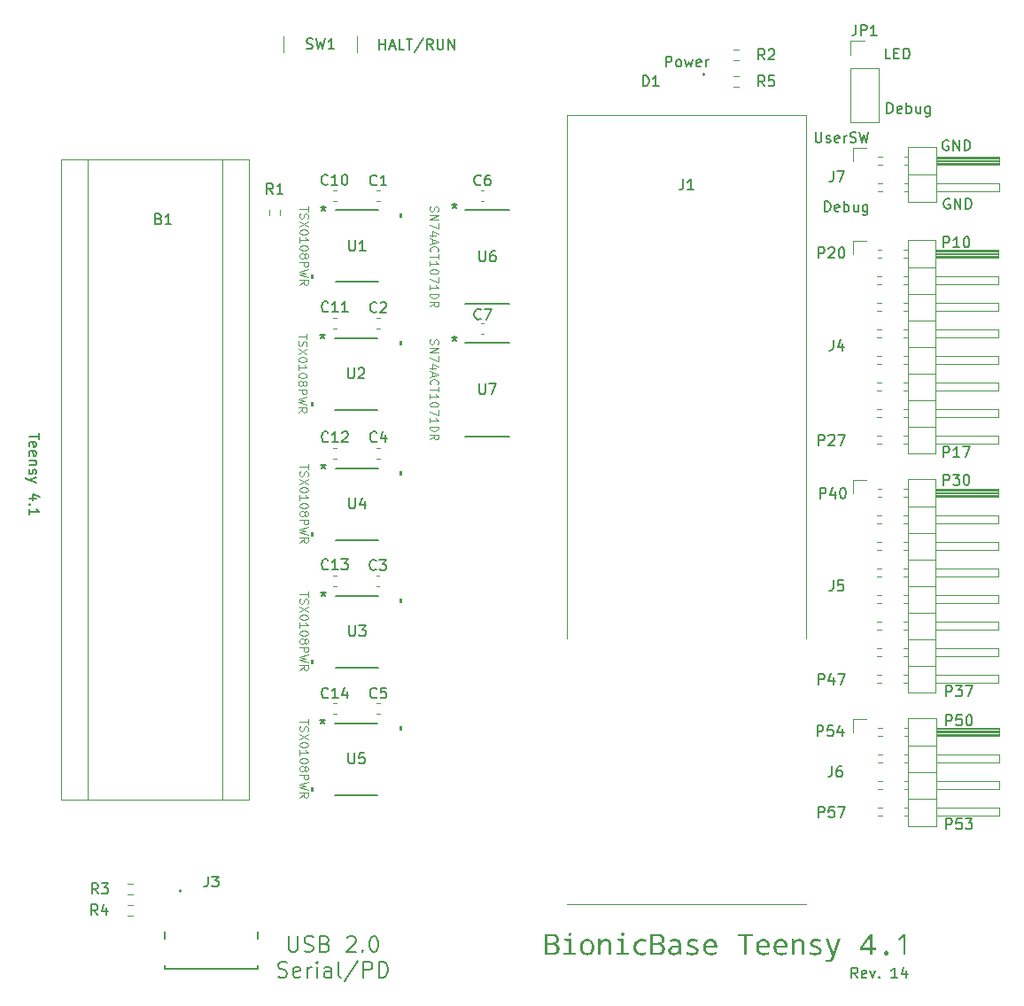
<source format=gbr>
G04 #@! TF.GenerationSoftware,KiCad,Pcbnew,8.0.4+dfsg-1*
G04 #@! TF.CreationDate,2025-03-06T11:30:57+09:00*
G04 #@! TF.ProjectId,bionic-base,62696f6e-6963-42d6-9261-73652e6b6963,14*
G04 #@! TF.SameCoordinates,Original*
G04 #@! TF.FileFunction,Legend,Top*
G04 #@! TF.FilePolarity,Positive*
%FSLAX46Y46*%
G04 Gerber Fmt 4.6, Leading zero omitted, Abs format (unit mm)*
G04 Created by KiCad (PCBNEW 8.0.4+dfsg-1) date 2025-03-06 11:30:57*
%MOMM*%
%LPD*%
G01*
G04 APERTURE LIST*
%ADD10C,0.187500*%
%ADD11C,0.150000*%
%ADD12C,0.200000*%
%ADD13C,0.100000*%
%ADD14C,0.120000*%
%ADD15C,0.152400*%
%ADD16C,0.000000*%
G04 APERTURE END LIST*
D10*
X151728714Y-67825869D02*
X151728714Y-66825869D01*
X151728714Y-66825869D02*
X152109666Y-66825869D01*
X152109666Y-66825869D02*
X152204904Y-66873488D01*
X152204904Y-66873488D02*
X152252523Y-66921107D01*
X152252523Y-66921107D02*
X152300142Y-67016345D01*
X152300142Y-67016345D02*
X152300142Y-67159202D01*
X152300142Y-67159202D02*
X152252523Y-67254440D01*
X152252523Y-67254440D02*
X152204904Y-67302059D01*
X152204904Y-67302059D02*
X152109666Y-67349678D01*
X152109666Y-67349678D02*
X151728714Y-67349678D01*
X152681095Y-66921107D02*
X152728714Y-66873488D01*
X152728714Y-66873488D02*
X152823952Y-66825869D01*
X152823952Y-66825869D02*
X153062047Y-66825869D01*
X153062047Y-66825869D02*
X153157285Y-66873488D01*
X153157285Y-66873488D02*
X153204904Y-66921107D01*
X153204904Y-66921107D02*
X153252523Y-67016345D01*
X153252523Y-67016345D02*
X153252523Y-67111583D01*
X153252523Y-67111583D02*
X153204904Y-67254440D01*
X153204904Y-67254440D02*
X152633476Y-67825869D01*
X152633476Y-67825869D02*
X153252523Y-67825869D01*
X153871571Y-66825869D02*
X153966809Y-66825869D01*
X153966809Y-66825869D02*
X154062047Y-66873488D01*
X154062047Y-66873488D02*
X154109666Y-66921107D01*
X154109666Y-66921107D02*
X154157285Y-67016345D01*
X154157285Y-67016345D02*
X154204904Y-67206821D01*
X154204904Y-67206821D02*
X154204904Y-67444916D01*
X154204904Y-67444916D02*
X154157285Y-67635392D01*
X154157285Y-67635392D02*
X154109666Y-67730630D01*
X154109666Y-67730630D02*
X154062047Y-67778250D01*
X154062047Y-67778250D02*
X153966809Y-67825869D01*
X153966809Y-67825869D02*
X153871571Y-67825869D01*
X153871571Y-67825869D02*
X153776333Y-67778250D01*
X153776333Y-67778250D02*
X153728714Y-67730630D01*
X153728714Y-67730630D02*
X153681095Y-67635392D01*
X153681095Y-67635392D02*
X153633476Y-67444916D01*
X153633476Y-67444916D02*
X153633476Y-67206821D01*
X153633476Y-67206821D02*
X153681095Y-67016345D01*
X153681095Y-67016345D02*
X153728714Y-66921107D01*
X153728714Y-66921107D02*
X153776333Y-66873488D01*
X153776333Y-66873488D02*
X153871571Y-66825869D01*
X164246095Y-62184488D02*
X164150857Y-62136869D01*
X164150857Y-62136869D02*
X164008000Y-62136869D01*
X164008000Y-62136869D02*
X163865143Y-62184488D01*
X163865143Y-62184488D02*
X163769905Y-62279726D01*
X163769905Y-62279726D02*
X163722286Y-62374964D01*
X163722286Y-62374964D02*
X163674667Y-62565440D01*
X163674667Y-62565440D02*
X163674667Y-62708297D01*
X163674667Y-62708297D02*
X163722286Y-62898773D01*
X163722286Y-62898773D02*
X163769905Y-62994011D01*
X163769905Y-62994011D02*
X163865143Y-63089250D01*
X163865143Y-63089250D02*
X164008000Y-63136869D01*
X164008000Y-63136869D02*
X164103238Y-63136869D01*
X164103238Y-63136869D02*
X164246095Y-63089250D01*
X164246095Y-63089250D02*
X164293714Y-63041630D01*
X164293714Y-63041630D02*
X164293714Y-62708297D01*
X164293714Y-62708297D02*
X164103238Y-62708297D01*
X164722286Y-63136869D02*
X164722286Y-62136869D01*
X164722286Y-62136869D02*
X165293714Y-63136869D01*
X165293714Y-63136869D02*
X165293714Y-62136869D01*
X165769905Y-63136869D02*
X165769905Y-62136869D01*
X165769905Y-62136869D02*
X166008000Y-62136869D01*
X166008000Y-62136869D02*
X166150857Y-62184488D01*
X166150857Y-62184488D02*
X166246095Y-62279726D01*
X166246095Y-62279726D02*
X166293714Y-62374964D01*
X166293714Y-62374964D02*
X166341333Y-62565440D01*
X166341333Y-62565440D02*
X166341333Y-62708297D01*
X166341333Y-62708297D02*
X166293714Y-62898773D01*
X166293714Y-62898773D02*
X166246095Y-62994011D01*
X166246095Y-62994011D02*
X166150857Y-63089250D01*
X166150857Y-63089250D02*
X166008000Y-63136869D01*
X166008000Y-63136869D02*
X165769905Y-63136869D01*
X163666714Y-89542869D02*
X163666714Y-88542869D01*
X163666714Y-88542869D02*
X164047666Y-88542869D01*
X164047666Y-88542869D02*
X164142904Y-88590488D01*
X164142904Y-88590488D02*
X164190523Y-88638107D01*
X164190523Y-88638107D02*
X164238142Y-88733345D01*
X164238142Y-88733345D02*
X164238142Y-88876202D01*
X164238142Y-88876202D02*
X164190523Y-88971440D01*
X164190523Y-88971440D02*
X164142904Y-89019059D01*
X164142904Y-89019059D02*
X164047666Y-89066678D01*
X164047666Y-89066678D02*
X163666714Y-89066678D01*
X164571476Y-88542869D02*
X165190523Y-88542869D01*
X165190523Y-88542869D02*
X164857190Y-88923821D01*
X164857190Y-88923821D02*
X165000047Y-88923821D01*
X165000047Y-88923821D02*
X165095285Y-88971440D01*
X165095285Y-88971440D02*
X165142904Y-89019059D01*
X165142904Y-89019059D02*
X165190523Y-89114297D01*
X165190523Y-89114297D02*
X165190523Y-89352392D01*
X165190523Y-89352392D02*
X165142904Y-89447630D01*
X165142904Y-89447630D02*
X165095285Y-89495250D01*
X165095285Y-89495250D02*
X165000047Y-89542869D01*
X165000047Y-89542869D02*
X164714333Y-89542869D01*
X164714333Y-89542869D02*
X164619095Y-89495250D01*
X164619095Y-89495250D02*
X164571476Y-89447630D01*
X165809571Y-88542869D02*
X165904809Y-88542869D01*
X165904809Y-88542869D02*
X166000047Y-88590488D01*
X166000047Y-88590488D02*
X166047666Y-88638107D01*
X166047666Y-88638107D02*
X166095285Y-88733345D01*
X166095285Y-88733345D02*
X166142904Y-88923821D01*
X166142904Y-88923821D02*
X166142904Y-89161916D01*
X166142904Y-89161916D02*
X166095285Y-89352392D01*
X166095285Y-89352392D02*
X166047666Y-89447630D01*
X166047666Y-89447630D02*
X166000047Y-89495250D01*
X166000047Y-89495250D02*
X165904809Y-89542869D01*
X165904809Y-89542869D02*
X165809571Y-89542869D01*
X165809571Y-89542869D02*
X165714333Y-89495250D01*
X165714333Y-89495250D02*
X165666714Y-89447630D01*
X165666714Y-89447630D02*
X165619095Y-89352392D01*
X165619095Y-89352392D02*
X165571476Y-89161916D01*
X165571476Y-89161916D02*
X165571476Y-88923821D01*
X165571476Y-88923821D02*
X165619095Y-88733345D01*
X165619095Y-88733345D02*
X165666714Y-88638107D01*
X165666714Y-88638107D02*
X165714333Y-88590488D01*
X165714333Y-88590488D02*
X165809571Y-88542869D01*
X109743450Y-47896869D02*
X109743450Y-46896869D01*
X109743450Y-47373059D02*
X110314878Y-47373059D01*
X110314878Y-47896869D02*
X110314878Y-46896869D01*
X110743450Y-47611154D02*
X111219640Y-47611154D01*
X110648212Y-47896869D02*
X110981545Y-46896869D01*
X110981545Y-46896869D02*
X111314878Y-47896869D01*
X112124402Y-47896869D02*
X111648212Y-47896869D01*
X111648212Y-47896869D02*
X111648212Y-46896869D01*
X112314879Y-46896869D02*
X112886307Y-46896869D01*
X112600593Y-47896869D02*
X112600593Y-46896869D01*
X113933926Y-46849250D02*
X113076784Y-48134964D01*
X114838688Y-47896869D02*
X114505355Y-47420678D01*
X114267260Y-47896869D02*
X114267260Y-46896869D01*
X114267260Y-46896869D02*
X114648212Y-46896869D01*
X114648212Y-46896869D02*
X114743450Y-46944488D01*
X114743450Y-46944488D02*
X114791069Y-46992107D01*
X114791069Y-46992107D02*
X114838688Y-47087345D01*
X114838688Y-47087345D02*
X114838688Y-47230202D01*
X114838688Y-47230202D02*
X114791069Y-47325440D01*
X114791069Y-47325440D02*
X114743450Y-47373059D01*
X114743450Y-47373059D02*
X114648212Y-47420678D01*
X114648212Y-47420678D02*
X114267260Y-47420678D01*
X115267260Y-46896869D02*
X115267260Y-47706392D01*
X115267260Y-47706392D02*
X115314879Y-47801630D01*
X115314879Y-47801630D02*
X115362498Y-47849250D01*
X115362498Y-47849250D02*
X115457736Y-47896869D01*
X115457736Y-47896869D02*
X115648212Y-47896869D01*
X115648212Y-47896869D02*
X115743450Y-47849250D01*
X115743450Y-47849250D02*
X115791069Y-47801630D01*
X115791069Y-47801630D02*
X115838688Y-47706392D01*
X115838688Y-47706392D02*
X115838688Y-46896869D01*
X116314879Y-47896869D02*
X116314879Y-46896869D01*
X116314879Y-46896869D02*
X116886307Y-47896869D01*
X116886307Y-47896869D02*
X116886307Y-46896869D01*
D11*
X155443571Y-136671819D02*
X155110238Y-136195628D01*
X154872143Y-136671819D02*
X154872143Y-135671819D01*
X154872143Y-135671819D02*
X155253095Y-135671819D01*
X155253095Y-135671819D02*
X155348333Y-135719438D01*
X155348333Y-135719438D02*
X155395952Y-135767057D01*
X155395952Y-135767057D02*
X155443571Y-135862295D01*
X155443571Y-135862295D02*
X155443571Y-136005152D01*
X155443571Y-136005152D02*
X155395952Y-136100390D01*
X155395952Y-136100390D02*
X155348333Y-136148009D01*
X155348333Y-136148009D02*
X155253095Y-136195628D01*
X155253095Y-136195628D02*
X154872143Y-136195628D01*
X156253095Y-136624200D02*
X156157857Y-136671819D01*
X156157857Y-136671819D02*
X155967381Y-136671819D01*
X155967381Y-136671819D02*
X155872143Y-136624200D01*
X155872143Y-136624200D02*
X155824524Y-136528961D01*
X155824524Y-136528961D02*
X155824524Y-136148009D01*
X155824524Y-136148009D02*
X155872143Y-136052771D01*
X155872143Y-136052771D02*
X155967381Y-136005152D01*
X155967381Y-136005152D02*
X156157857Y-136005152D01*
X156157857Y-136005152D02*
X156253095Y-136052771D01*
X156253095Y-136052771D02*
X156300714Y-136148009D01*
X156300714Y-136148009D02*
X156300714Y-136243247D01*
X156300714Y-136243247D02*
X155824524Y-136338485D01*
X156634048Y-136005152D02*
X156872143Y-136671819D01*
X156872143Y-136671819D02*
X157110238Y-136005152D01*
X157491191Y-136576580D02*
X157538810Y-136624200D01*
X157538810Y-136624200D02*
X157491191Y-136671819D01*
X157491191Y-136671819D02*
X157443572Y-136624200D01*
X157443572Y-136624200D02*
X157491191Y-136576580D01*
X157491191Y-136576580D02*
X157491191Y-136671819D01*
X159253095Y-136671819D02*
X158681667Y-136671819D01*
X158967381Y-136671819D02*
X158967381Y-135671819D01*
X158967381Y-135671819D02*
X158872143Y-135814676D01*
X158872143Y-135814676D02*
X158776905Y-135909914D01*
X158776905Y-135909914D02*
X158681667Y-135957533D01*
X160110238Y-136005152D02*
X160110238Y-136671819D01*
X159872143Y-135624200D02*
X159634048Y-136338485D01*
X159634048Y-136338485D02*
X160253095Y-136338485D01*
D10*
X151601714Y-113545869D02*
X151601714Y-112545869D01*
X151601714Y-112545869D02*
X151982666Y-112545869D01*
X151982666Y-112545869D02*
X152077904Y-112593488D01*
X152077904Y-112593488D02*
X152125523Y-112641107D01*
X152125523Y-112641107D02*
X152173142Y-112736345D01*
X152173142Y-112736345D02*
X152173142Y-112879202D01*
X152173142Y-112879202D02*
X152125523Y-112974440D01*
X152125523Y-112974440D02*
X152077904Y-113022059D01*
X152077904Y-113022059D02*
X151982666Y-113069678D01*
X151982666Y-113069678D02*
X151601714Y-113069678D01*
X153077904Y-112545869D02*
X152601714Y-112545869D01*
X152601714Y-112545869D02*
X152554095Y-113022059D01*
X152554095Y-113022059D02*
X152601714Y-112974440D01*
X152601714Y-112974440D02*
X152696952Y-112926821D01*
X152696952Y-112926821D02*
X152935047Y-112926821D01*
X152935047Y-112926821D02*
X153030285Y-112974440D01*
X153030285Y-112974440D02*
X153077904Y-113022059D01*
X153077904Y-113022059D02*
X153125523Y-113117297D01*
X153125523Y-113117297D02*
X153125523Y-113355392D01*
X153125523Y-113355392D02*
X153077904Y-113450630D01*
X153077904Y-113450630D02*
X153030285Y-113498250D01*
X153030285Y-113498250D02*
X152935047Y-113545869D01*
X152935047Y-113545869D02*
X152696952Y-113545869D01*
X152696952Y-113545869D02*
X152601714Y-113498250D01*
X152601714Y-113498250D02*
X152554095Y-113450630D01*
X153982666Y-112879202D02*
X153982666Y-113545869D01*
X153744571Y-112498250D02*
X153506476Y-113212535D01*
X153506476Y-113212535D02*
X154125523Y-113212535D01*
X101068000Y-132693762D02*
X101068000Y-133908048D01*
X101068000Y-133908048D02*
X101139429Y-134050905D01*
X101139429Y-134050905D02*
X101210858Y-134122334D01*
X101210858Y-134122334D02*
X101353715Y-134193762D01*
X101353715Y-134193762D02*
X101639429Y-134193762D01*
X101639429Y-134193762D02*
X101782286Y-134122334D01*
X101782286Y-134122334D02*
X101853715Y-134050905D01*
X101853715Y-134050905D02*
X101925143Y-133908048D01*
X101925143Y-133908048D02*
X101925143Y-132693762D01*
X102568001Y-134122334D02*
X102782287Y-134193762D01*
X102782287Y-134193762D02*
X103139429Y-134193762D01*
X103139429Y-134193762D02*
X103282287Y-134122334D01*
X103282287Y-134122334D02*
X103353715Y-134050905D01*
X103353715Y-134050905D02*
X103425144Y-133908048D01*
X103425144Y-133908048D02*
X103425144Y-133765191D01*
X103425144Y-133765191D02*
X103353715Y-133622334D01*
X103353715Y-133622334D02*
X103282287Y-133550905D01*
X103282287Y-133550905D02*
X103139429Y-133479476D01*
X103139429Y-133479476D02*
X102853715Y-133408048D01*
X102853715Y-133408048D02*
X102710858Y-133336619D01*
X102710858Y-133336619D02*
X102639429Y-133265191D01*
X102639429Y-133265191D02*
X102568001Y-133122334D01*
X102568001Y-133122334D02*
X102568001Y-132979476D01*
X102568001Y-132979476D02*
X102639429Y-132836619D01*
X102639429Y-132836619D02*
X102710858Y-132765191D01*
X102710858Y-132765191D02*
X102853715Y-132693762D01*
X102853715Y-132693762D02*
X103210858Y-132693762D01*
X103210858Y-132693762D02*
X103425144Y-132765191D01*
X104568000Y-133408048D02*
X104782286Y-133479476D01*
X104782286Y-133479476D02*
X104853715Y-133550905D01*
X104853715Y-133550905D02*
X104925143Y-133693762D01*
X104925143Y-133693762D02*
X104925143Y-133908048D01*
X104925143Y-133908048D02*
X104853715Y-134050905D01*
X104853715Y-134050905D02*
X104782286Y-134122334D01*
X104782286Y-134122334D02*
X104639429Y-134193762D01*
X104639429Y-134193762D02*
X104068000Y-134193762D01*
X104068000Y-134193762D02*
X104068000Y-132693762D01*
X104068000Y-132693762D02*
X104568000Y-132693762D01*
X104568000Y-132693762D02*
X104710858Y-132765191D01*
X104710858Y-132765191D02*
X104782286Y-132836619D01*
X104782286Y-132836619D02*
X104853715Y-132979476D01*
X104853715Y-132979476D02*
X104853715Y-133122334D01*
X104853715Y-133122334D02*
X104782286Y-133265191D01*
X104782286Y-133265191D02*
X104710858Y-133336619D01*
X104710858Y-133336619D02*
X104568000Y-133408048D01*
X104568000Y-133408048D02*
X104068000Y-133408048D01*
X106639429Y-132836619D02*
X106710857Y-132765191D01*
X106710857Y-132765191D02*
X106853715Y-132693762D01*
X106853715Y-132693762D02*
X107210857Y-132693762D01*
X107210857Y-132693762D02*
X107353715Y-132765191D01*
X107353715Y-132765191D02*
X107425143Y-132836619D01*
X107425143Y-132836619D02*
X107496572Y-132979476D01*
X107496572Y-132979476D02*
X107496572Y-133122334D01*
X107496572Y-133122334D02*
X107425143Y-133336619D01*
X107425143Y-133336619D02*
X106568000Y-134193762D01*
X106568000Y-134193762D02*
X107496572Y-134193762D01*
X108139428Y-134050905D02*
X108210857Y-134122334D01*
X108210857Y-134122334D02*
X108139428Y-134193762D01*
X108139428Y-134193762D02*
X108068000Y-134122334D01*
X108068000Y-134122334D02*
X108139428Y-134050905D01*
X108139428Y-134050905D02*
X108139428Y-134193762D01*
X109139429Y-132693762D02*
X109282286Y-132693762D01*
X109282286Y-132693762D02*
X109425143Y-132765191D01*
X109425143Y-132765191D02*
X109496572Y-132836619D01*
X109496572Y-132836619D02*
X109568000Y-132979476D01*
X109568000Y-132979476D02*
X109639429Y-133265191D01*
X109639429Y-133265191D02*
X109639429Y-133622334D01*
X109639429Y-133622334D02*
X109568000Y-133908048D01*
X109568000Y-133908048D02*
X109496572Y-134050905D01*
X109496572Y-134050905D02*
X109425143Y-134122334D01*
X109425143Y-134122334D02*
X109282286Y-134193762D01*
X109282286Y-134193762D02*
X109139429Y-134193762D01*
X109139429Y-134193762D02*
X108996572Y-134122334D01*
X108996572Y-134122334D02*
X108925143Y-134050905D01*
X108925143Y-134050905D02*
X108853714Y-133908048D01*
X108853714Y-133908048D02*
X108782286Y-133622334D01*
X108782286Y-133622334D02*
X108782286Y-133265191D01*
X108782286Y-133265191D02*
X108853714Y-132979476D01*
X108853714Y-132979476D02*
X108925143Y-132836619D01*
X108925143Y-132836619D02*
X108996572Y-132765191D01*
X108996572Y-132765191D02*
X109139429Y-132693762D01*
X100068000Y-136537250D02*
X100282286Y-136608678D01*
X100282286Y-136608678D02*
X100639428Y-136608678D01*
X100639428Y-136608678D02*
X100782286Y-136537250D01*
X100782286Y-136537250D02*
X100853714Y-136465821D01*
X100853714Y-136465821D02*
X100925143Y-136322964D01*
X100925143Y-136322964D02*
X100925143Y-136180107D01*
X100925143Y-136180107D02*
X100853714Y-136037250D01*
X100853714Y-136037250D02*
X100782286Y-135965821D01*
X100782286Y-135965821D02*
X100639428Y-135894392D01*
X100639428Y-135894392D02*
X100353714Y-135822964D01*
X100353714Y-135822964D02*
X100210857Y-135751535D01*
X100210857Y-135751535D02*
X100139428Y-135680107D01*
X100139428Y-135680107D02*
X100068000Y-135537250D01*
X100068000Y-135537250D02*
X100068000Y-135394392D01*
X100068000Y-135394392D02*
X100139428Y-135251535D01*
X100139428Y-135251535D02*
X100210857Y-135180107D01*
X100210857Y-135180107D02*
X100353714Y-135108678D01*
X100353714Y-135108678D02*
X100710857Y-135108678D01*
X100710857Y-135108678D02*
X100925143Y-135180107D01*
X102139428Y-136537250D02*
X101996571Y-136608678D01*
X101996571Y-136608678D02*
X101710857Y-136608678D01*
X101710857Y-136608678D02*
X101567999Y-136537250D01*
X101567999Y-136537250D02*
X101496571Y-136394392D01*
X101496571Y-136394392D02*
X101496571Y-135822964D01*
X101496571Y-135822964D02*
X101567999Y-135680107D01*
X101567999Y-135680107D02*
X101710857Y-135608678D01*
X101710857Y-135608678D02*
X101996571Y-135608678D01*
X101996571Y-135608678D02*
X102139428Y-135680107D01*
X102139428Y-135680107D02*
X102210857Y-135822964D01*
X102210857Y-135822964D02*
X102210857Y-135965821D01*
X102210857Y-135965821D02*
X101496571Y-136108678D01*
X102853713Y-136608678D02*
X102853713Y-135608678D01*
X102853713Y-135894392D02*
X102925142Y-135751535D01*
X102925142Y-135751535D02*
X102996571Y-135680107D01*
X102996571Y-135680107D02*
X103139428Y-135608678D01*
X103139428Y-135608678D02*
X103282285Y-135608678D01*
X103782284Y-136608678D02*
X103782284Y-135608678D01*
X103782284Y-135108678D02*
X103710856Y-135180107D01*
X103710856Y-135180107D02*
X103782284Y-135251535D01*
X103782284Y-135251535D02*
X103853713Y-135180107D01*
X103853713Y-135180107D02*
X103782284Y-135108678D01*
X103782284Y-135108678D02*
X103782284Y-135251535D01*
X105139428Y-136608678D02*
X105139428Y-135822964D01*
X105139428Y-135822964D02*
X105067999Y-135680107D01*
X105067999Y-135680107D02*
X104925142Y-135608678D01*
X104925142Y-135608678D02*
X104639428Y-135608678D01*
X104639428Y-135608678D02*
X104496570Y-135680107D01*
X105139428Y-136537250D02*
X104996570Y-136608678D01*
X104996570Y-136608678D02*
X104639428Y-136608678D01*
X104639428Y-136608678D02*
X104496570Y-136537250D01*
X104496570Y-136537250D02*
X104425142Y-136394392D01*
X104425142Y-136394392D02*
X104425142Y-136251535D01*
X104425142Y-136251535D02*
X104496570Y-136108678D01*
X104496570Y-136108678D02*
X104639428Y-136037250D01*
X104639428Y-136037250D02*
X104996570Y-136037250D01*
X104996570Y-136037250D02*
X105139428Y-135965821D01*
X106067999Y-136608678D02*
X105925142Y-136537250D01*
X105925142Y-136537250D02*
X105853713Y-136394392D01*
X105853713Y-136394392D02*
X105853713Y-135108678D01*
X107710856Y-135037250D02*
X106425142Y-136965821D01*
X108210856Y-136608678D02*
X108210856Y-135108678D01*
X108210856Y-135108678D02*
X108782285Y-135108678D01*
X108782285Y-135108678D02*
X108925142Y-135180107D01*
X108925142Y-135180107D02*
X108996571Y-135251535D01*
X108996571Y-135251535D02*
X109067999Y-135394392D01*
X109067999Y-135394392D02*
X109067999Y-135608678D01*
X109067999Y-135608678D02*
X108996571Y-135751535D01*
X108996571Y-135751535D02*
X108925142Y-135822964D01*
X108925142Y-135822964D02*
X108782285Y-135894392D01*
X108782285Y-135894392D02*
X108210856Y-135894392D01*
X109710856Y-136608678D02*
X109710856Y-135108678D01*
X109710856Y-135108678D02*
X110067999Y-135108678D01*
X110067999Y-135108678D02*
X110282285Y-135180107D01*
X110282285Y-135180107D02*
X110425142Y-135322964D01*
X110425142Y-135322964D02*
X110496571Y-135465821D01*
X110496571Y-135465821D02*
X110567999Y-135751535D01*
X110567999Y-135751535D02*
X110567999Y-135965821D01*
X110567999Y-135965821D02*
X110496571Y-136251535D01*
X110496571Y-136251535D02*
X110425142Y-136394392D01*
X110425142Y-136394392D02*
X110282285Y-136537250D01*
X110282285Y-136537250D02*
X110067999Y-136608678D01*
X110067999Y-136608678D02*
X109710856Y-136608678D01*
X163666714Y-86875869D02*
X163666714Y-85875869D01*
X163666714Y-85875869D02*
X164047666Y-85875869D01*
X164047666Y-85875869D02*
X164142904Y-85923488D01*
X164142904Y-85923488D02*
X164190523Y-85971107D01*
X164190523Y-85971107D02*
X164238142Y-86066345D01*
X164238142Y-86066345D02*
X164238142Y-86209202D01*
X164238142Y-86209202D02*
X164190523Y-86304440D01*
X164190523Y-86304440D02*
X164142904Y-86352059D01*
X164142904Y-86352059D02*
X164047666Y-86399678D01*
X164047666Y-86399678D02*
X163666714Y-86399678D01*
X165190523Y-86875869D02*
X164619095Y-86875869D01*
X164904809Y-86875869D02*
X164904809Y-85875869D01*
X164904809Y-85875869D02*
X164809571Y-86018726D01*
X164809571Y-86018726D02*
X164714333Y-86113964D01*
X164714333Y-86113964D02*
X164619095Y-86161583D01*
X165523857Y-85875869D02*
X166190523Y-85875869D01*
X166190523Y-85875869D02*
X165761952Y-86875869D01*
D12*
X77240780Y-84589619D02*
X77240780Y-85161047D01*
X76240780Y-84875333D02*
X77240780Y-84875333D01*
X76288400Y-85875333D02*
X76240780Y-85780095D01*
X76240780Y-85780095D02*
X76240780Y-85589619D01*
X76240780Y-85589619D02*
X76288400Y-85494381D01*
X76288400Y-85494381D02*
X76383638Y-85446762D01*
X76383638Y-85446762D02*
X76764590Y-85446762D01*
X76764590Y-85446762D02*
X76859828Y-85494381D01*
X76859828Y-85494381D02*
X76907447Y-85589619D01*
X76907447Y-85589619D02*
X76907447Y-85780095D01*
X76907447Y-85780095D02*
X76859828Y-85875333D01*
X76859828Y-85875333D02*
X76764590Y-85922952D01*
X76764590Y-85922952D02*
X76669352Y-85922952D01*
X76669352Y-85922952D02*
X76574114Y-85446762D01*
X76288400Y-86732476D02*
X76240780Y-86637238D01*
X76240780Y-86637238D02*
X76240780Y-86446762D01*
X76240780Y-86446762D02*
X76288400Y-86351524D01*
X76288400Y-86351524D02*
X76383638Y-86303905D01*
X76383638Y-86303905D02*
X76764590Y-86303905D01*
X76764590Y-86303905D02*
X76859828Y-86351524D01*
X76859828Y-86351524D02*
X76907447Y-86446762D01*
X76907447Y-86446762D02*
X76907447Y-86637238D01*
X76907447Y-86637238D02*
X76859828Y-86732476D01*
X76859828Y-86732476D02*
X76764590Y-86780095D01*
X76764590Y-86780095D02*
X76669352Y-86780095D01*
X76669352Y-86780095D02*
X76574114Y-86303905D01*
X76907447Y-87208667D02*
X76240780Y-87208667D01*
X76812209Y-87208667D02*
X76859828Y-87256286D01*
X76859828Y-87256286D02*
X76907447Y-87351524D01*
X76907447Y-87351524D02*
X76907447Y-87494381D01*
X76907447Y-87494381D02*
X76859828Y-87589619D01*
X76859828Y-87589619D02*
X76764590Y-87637238D01*
X76764590Y-87637238D02*
X76240780Y-87637238D01*
X76288400Y-88065810D02*
X76240780Y-88161048D01*
X76240780Y-88161048D02*
X76240780Y-88351524D01*
X76240780Y-88351524D02*
X76288400Y-88446762D01*
X76288400Y-88446762D02*
X76383638Y-88494381D01*
X76383638Y-88494381D02*
X76431257Y-88494381D01*
X76431257Y-88494381D02*
X76526495Y-88446762D01*
X76526495Y-88446762D02*
X76574114Y-88351524D01*
X76574114Y-88351524D02*
X76574114Y-88208667D01*
X76574114Y-88208667D02*
X76621733Y-88113429D01*
X76621733Y-88113429D02*
X76716971Y-88065810D01*
X76716971Y-88065810D02*
X76764590Y-88065810D01*
X76764590Y-88065810D02*
X76859828Y-88113429D01*
X76859828Y-88113429D02*
X76907447Y-88208667D01*
X76907447Y-88208667D02*
X76907447Y-88351524D01*
X76907447Y-88351524D02*
X76859828Y-88446762D01*
X76907447Y-88827715D02*
X76240780Y-89065810D01*
X76907447Y-89303905D02*
X76240780Y-89065810D01*
X76240780Y-89065810D02*
X76002685Y-88970572D01*
X76002685Y-88970572D02*
X75955066Y-88922953D01*
X75955066Y-88922953D02*
X75907447Y-88827715D01*
X76907447Y-90875334D02*
X76240780Y-90875334D01*
X77288400Y-90637239D02*
X76574114Y-90399144D01*
X76574114Y-90399144D02*
X76574114Y-91018191D01*
X76336019Y-91399144D02*
X76288400Y-91446763D01*
X76288400Y-91446763D02*
X76240780Y-91399144D01*
X76240780Y-91399144D02*
X76288400Y-91351525D01*
X76288400Y-91351525D02*
X76336019Y-91399144D01*
X76336019Y-91399144D02*
X76240780Y-91399144D01*
X76240780Y-92399143D02*
X76240780Y-91827715D01*
X76240780Y-92113429D02*
X77240780Y-92113429D01*
X77240780Y-92113429D02*
X77097923Y-92018191D01*
X77097923Y-92018191D02*
X77002685Y-91922953D01*
X77002685Y-91922953D02*
X76955066Y-91827715D01*
D10*
X151728714Y-108592869D02*
X151728714Y-107592869D01*
X151728714Y-107592869D02*
X152109666Y-107592869D01*
X152109666Y-107592869D02*
X152204904Y-107640488D01*
X152204904Y-107640488D02*
X152252523Y-107688107D01*
X152252523Y-107688107D02*
X152300142Y-107783345D01*
X152300142Y-107783345D02*
X152300142Y-107926202D01*
X152300142Y-107926202D02*
X152252523Y-108021440D01*
X152252523Y-108021440D02*
X152204904Y-108069059D01*
X152204904Y-108069059D02*
X152109666Y-108116678D01*
X152109666Y-108116678D02*
X151728714Y-108116678D01*
X153157285Y-107926202D02*
X153157285Y-108592869D01*
X152919190Y-107545250D02*
X152681095Y-108259535D01*
X152681095Y-108259535D02*
X153300142Y-108259535D01*
X153585857Y-107592869D02*
X154252523Y-107592869D01*
X154252523Y-107592869D02*
X153823952Y-108592869D01*
D12*
X151430945Y-55786219D02*
X151430945Y-56595742D01*
X151430945Y-56595742D02*
X151478564Y-56690980D01*
X151478564Y-56690980D02*
X151526183Y-56738600D01*
X151526183Y-56738600D02*
X151621421Y-56786219D01*
X151621421Y-56786219D02*
X151811897Y-56786219D01*
X151811897Y-56786219D02*
X151907135Y-56738600D01*
X151907135Y-56738600D02*
X151954754Y-56690980D01*
X151954754Y-56690980D02*
X152002373Y-56595742D01*
X152002373Y-56595742D02*
X152002373Y-55786219D01*
X152430945Y-56738600D02*
X152526183Y-56786219D01*
X152526183Y-56786219D02*
X152716659Y-56786219D01*
X152716659Y-56786219D02*
X152811897Y-56738600D01*
X152811897Y-56738600D02*
X152859516Y-56643361D01*
X152859516Y-56643361D02*
X152859516Y-56595742D01*
X152859516Y-56595742D02*
X152811897Y-56500504D01*
X152811897Y-56500504D02*
X152716659Y-56452885D01*
X152716659Y-56452885D02*
X152573802Y-56452885D01*
X152573802Y-56452885D02*
X152478564Y-56405266D01*
X152478564Y-56405266D02*
X152430945Y-56310028D01*
X152430945Y-56310028D02*
X152430945Y-56262409D01*
X152430945Y-56262409D02*
X152478564Y-56167171D01*
X152478564Y-56167171D02*
X152573802Y-56119552D01*
X152573802Y-56119552D02*
X152716659Y-56119552D01*
X152716659Y-56119552D02*
X152811897Y-56167171D01*
X153669040Y-56738600D02*
X153573802Y-56786219D01*
X153573802Y-56786219D02*
X153383326Y-56786219D01*
X153383326Y-56786219D02*
X153288088Y-56738600D01*
X153288088Y-56738600D02*
X153240469Y-56643361D01*
X153240469Y-56643361D02*
X153240469Y-56262409D01*
X153240469Y-56262409D02*
X153288088Y-56167171D01*
X153288088Y-56167171D02*
X153383326Y-56119552D01*
X153383326Y-56119552D02*
X153573802Y-56119552D01*
X153573802Y-56119552D02*
X153669040Y-56167171D01*
X153669040Y-56167171D02*
X153716659Y-56262409D01*
X153716659Y-56262409D02*
X153716659Y-56357647D01*
X153716659Y-56357647D02*
X153240469Y-56452885D01*
X154145231Y-56786219D02*
X154145231Y-56119552D01*
X154145231Y-56310028D02*
X154192850Y-56214790D01*
X154192850Y-56214790D02*
X154240469Y-56167171D01*
X154240469Y-56167171D02*
X154335707Y-56119552D01*
X154335707Y-56119552D02*
X154430945Y-56119552D01*
X154716660Y-56738600D02*
X154859517Y-56786219D01*
X154859517Y-56786219D02*
X155097612Y-56786219D01*
X155097612Y-56786219D02*
X155192850Y-56738600D01*
X155192850Y-56738600D02*
X155240469Y-56690980D01*
X155240469Y-56690980D02*
X155288088Y-56595742D01*
X155288088Y-56595742D02*
X155288088Y-56500504D01*
X155288088Y-56500504D02*
X155240469Y-56405266D01*
X155240469Y-56405266D02*
X155192850Y-56357647D01*
X155192850Y-56357647D02*
X155097612Y-56310028D01*
X155097612Y-56310028D02*
X154907136Y-56262409D01*
X154907136Y-56262409D02*
X154811898Y-56214790D01*
X154811898Y-56214790D02*
X154764279Y-56167171D01*
X154764279Y-56167171D02*
X154716660Y-56071933D01*
X154716660Y-56071933D02*
X154716660Y-55976695D01*
X154716660Y-55976695D02*
X154764279Y-55881457D01*
X154764279Y-55881457D02*
X154811898Y-55833838D01*
X154811898Y-55833838D02*
X154907136Y-55786219D01*
X154907136Y-55786219D02*
X155145231Y-55786219D01*
X155145231Y-55786219D02*
X155288088Y-55833838D01*
X155621422Y-55786219D02*
X155859517Y-56786219D01*
X155859517Y-56786219D02*
X156049993Y-56071933D01*
X156049993Y-56071933D02*
X156240469Y-56786219D01*
X156240469Y-56786219D02*
X156478565Y-55786219D01*
D11*
G36*
X126295764Y-132459084D02*
G01*
X126398171Y-132467849D01*
X126507743Y-132486082D01*
X126602786Y-132512729D01*
X126695307Y-132554453D01*
X126728905Y-132575841D01*
X126803277Y-132644626D01*
X126856400Y-132731790D01*
X126888273Y-132837334D01*
X126898732Y-132944761D01*
X126898898Y-132961256D01*
X126888355Y-133064831D01*
X126852405Y-133165539D01*
X126790943Y-133252394D01*
X126716029Y-133315830D01*
X126626231Y-133361425D01*
X126521550Y-133389179D01*
X126498828Y-133392589D01*
X126498828Y-133406267D01*
X126605761Y-133429836D01*
X126698436Y-133463420D01*
X126794229Y-133519481D01*
X126867745Y-133591189D01*
X126918984Y-133678544D01*
X126947945Y-133781546D01*
X126955074Y-133875213D01*
X126948909Y-133972975D01*
X126926131Y-134076699D01*
X126886571Y-134169297D01*
X126830228Y-134250768D01*
X126779707Y-134302150D01*
X126697097Y-134362487D01*
X126602286Y-134408004D01*
X126495273Y-134438702D01*
X126393836Y-134453219D01*
X126302457Y-134457000D01*
X125578521Y-134457000D01*
X125578521Y-134238646D01*
X125835465Y-134238646D01*
X126257028Y-134238646D01*
X126357205Y-134232807D01*
X126463644Y-134209087D01*
X126563822Y-134156536D01*
X126633946Y-134077711D01*
X126674017Y-133972610D01*
X126684453Y-133864955D01*
X126673588Y-133765180D01*
X126631868Y-133667773D01*
X126558859Y-133594718D01*
X126454560Y-133546014D01*
X126343742Y-133524030D01*
X126239442Y-133518618D01*
X125835465Y-133518618D01*
X125835465Y-134238646D01*
X125578521Y-134238646D01*
X125578521Y-133300265D01*
X125835465Y-133300265D01*
X126225276Y-133300265D01*
X126325233Y-133295594D01*
X126429742Y-133276618D01*
X126525180Y-133234577D01*
X126537907Y-133225527D01*
X126601478Y-133148678D01*
X126631394Y-133049119D01*
X126636093Y-132978353D01*
X126623682Y-132877430D01*
X126577016Y-132786287D01*
X126531068Y-132745346D01*
X126434989Y-132702183D01*
X126328476Y-132681432D01*
X126225955Y-132674792D01*
X126197921Y-132674515D01*
X125835465Y-132674515D01*
X125835465Y-133300265D01*
X125578521Y-133300265D01*
X125578521Y-132456162D01*
X126183266Y-132456162D01*
X126295764Y-132459084D01*
G37*
G36*
X127942792Y-132331110D02*
G01*
X128042302Y-132360936D01*
X128086086Y-132450415D01*
X128088361Y-132486937D01*
X128063906Y-132583107D01*
X128044885Y-132605150D01*
X127953733Y-132643401D01*
X127942792Y-132643741D01*
X127847593Y-132617862D01*
X127799347Y-132532110D01*
X127795758Y-132486937D01*
X127820024Y-132386045D01*
X127908331Y-132333545D01*
X127942792Y-132331110D01*
G37*
G36*
X127816763Y-133152743D02*
G01*
X127446979Y-133123922D01*
X127446979Y-132956371D01*
X128066379Y-132956371D01*
X128066379Y-134260628D01*
X128549980Y-134287983D01*
X128549980Y-134457000D01*
X127343908Y-134457000D01*
X127343908Y-134287983D01*
X127816763Y-134260628D01*
X127816763Y-133152743D01*
G37*
G36*
X129708702Y-132932596D02*
G01*
X129809555Y-132955059D01*
X129902783Y-132992496D01*
X129988387Y-133044909D01*
X130066365Y-133112298D01*
X130090663Y-133138088D01*
X130155573Y-133222867D01*
X130207053Y-133317469D01*
X130245103Y-133421894D01*
X130269724Y-133536143D01*
X130279983Y-133638854D01*
X130281661Y-133703755D01*
X130277058Y-133813864D01*
X130263248Y-133916437D01*
X130240231Y-134011472D01*
X130200457Y-134115565D01*
X130147426Y-134208805D01*
X130093106Y-134278214D01*
X130018184Y-134349598D01*
X129934470Y-134406212D01*
X129841963Y-134448058D01*
X129740663Y-134475135D01*
X129630571Y-134487442D01*
X129591920Y-134488263D01*
X129484237Y-134480758D01*
X129383939Y-134458244D01*
X129291026Y-134420720D01*
X129205497Y-134368187D01*
X129127352Y-134300644D01*
X129102945Y-134274794D01*
X129037870Y-134189529D01*
X128986258Y-134094200D01*
X128948111Y-133988807D01*
X128926606Y-133893292D01*
X128914451Y-133790789D01*
X128911459Y-133703755D01*
X129169868Y-133703755D01*
X129173625Y-133806853D01*
X129190321Y-133928543D01*
X129220374Y-134032205D01*
X129276724Y-134136431D01*
X129353944Y-134212487D01*
X129452035Y-134260374D01*
X129570996Y-134280093D01*
X129597293Y-134280656D01*
X129697127Y-134271642D01*
X129803201Y-134235022D01*
X129888476Y-134170234D01*
X129952952Y-134077276D01*
X129989558Y-133982628D01*
X130012853Y-133869952D01*
X130022836Y-133739248D01*
X130023252Y-133703755D01*
X130019483Y-133601704D01*
X130002729Y-133481250D01*
X129972573Y-133378641D01*
X129916030Y-133275475D01*
X129838545Y-133200191D01*
X129740118Y-133152790D01*
X129620749Y-133133272D01*
X129594362Y-133132715D01*
X129494871Y-133141637D01*
X129389162Y-133177885D01*
X129304180Y-133242015D01*
X129239926Y-133334029D01*
X129203446Y-133427715D01*
X129180232Y-133539246D01*
X129170282Y-133668622D01*
X129169868Y-133703755D01*
X128911459Y-133703755D01*
X128916003Y-133594666D01*
X128929634Y-133493019D01*
X128957987Y-133380866D01*
X128999426Y-133279428D01*
X129053952Y-133188707D01*
X129097572Y-133134180D01*
X129171950Y-133063128D01*
X129255498Y-133006777D01*
X129348217Y-132965126D01*
X129450106Y-132938175D01*
X129561166Y-132925925D01*
X129600224Y-132925108D01*
X129708702Y-132932596D01*
G37*
G36*
X131652841Y-134457000D02*
G01*
X131652841Y-133488821D01*
X131644862Y-133386232D01*
X131614225Y-133286077D01*
X131549440Y-133200876D01*
X131453380Y-133149755D01*
X131346149Y-133133063D01*
X131326044Y-133132715D01*
X131227125Y-133141233D01*
X131122025Y-133175837D01*
X131037532Y-133237060D01*
X130973647Y-133324901D01*
X130930370Y-133439362D01*
X130910587Y-133550095D01*
X130903992Y-133677865D01*
X130903992Y-134457000D01*
X130653887Y-134457000D01*
X130653887Y-132956371D01*
X130855632Y-132956371D01*
X130892757Y-133156162D01*
X130906435Y-133156162D01*
X130965843Y-133077640D01*
X131051041Y-133006564D01*
X131153349Y-132957600D01*
X131254660Y-132933231D01*
X131368542Y-132925108D01*
X131493793Y-132933695D01*
X131602343Y-132959455D01*
X131694194Y-133002388D01*
X131785523Y-133080205D01*
X131839798Y-133161778D01*
X131877373Y-133260525D01*
X131898248Y-133376445D01*
X131902945Y-133474655D01*
X131902945Y-134457000D01*
X131652841Y-134457000D01*
G37*
G36*
X132983964Y-132331110D02*
G01*
X133083474Y-132360936D01*
X133127258Y-132450415D01*
X133129533Y-132486937D01*
X133105078Y-132583107D01*
X133086058Y-132605150D01*
X132994905Y-132643401D01*
X132983964Y-132643741D01*
X132888765Y-132617862D01*
X132840520Y-132532110D01*
X132836930Y-132486937D01*
X132861196Y-132386045D01*
X132949503Y-132333545D01*
X132983964Y-132331110D01*
G37*
G36*
X132857935Y-133152743D02*
G01*
X132488151Y-133123922D01*
X132488151Y-132956371D01*
X133107551Y-132956371D01*
X133107551Y-134260628D01*
X133591152Y-134287983D01*
X133591152Y-134457000D01*
X132385081Y-134457000D01*
X132385081Y-134287983D01*
X132857935Y-134260628D01*
X132857935Y-133152743D01*
G37*
G36*
X135252492Y-133006197D02*
G01*
X135167495Y-133223085D01*
X135067172Y-133188250D01*
X134972345Y-133163367D01*
X134872233Y-133147272D01*
X134799177Y-133143461D01*
X134679765Y-133152338D01*
X134576275Y-133178968D01*
X134488706Y-133223352D01*
X134401635Y-133303797D01*
X134349890Y-133388126D01*
X134314066Y-133490208D01*
X134294164Y-133610043D01*
X134289686Y-133711570D01*
X134294044Y-133811352D01*
X134313412Y-133929126D01*
X134348274Y-134029453D01*
X134413640Y-134130325D01*
X134503215Y-134203934D01*
X134617000Y-134250280D01*
X134725460Y-134267728D01*
X134785499Y-134269909D01*
X134894035Y-134264597D01*
X135003730Y-134248660D01*
X135100666Y-134226000D01*
X135198489Y-134195206D01*
X135226602Y-134184913D01*
X135226602Y-134404732D01*
X135129302Y-134441276D01*
X135021560Y-134467380D01*
X134918721Y-134481655D01*
X134807888Y-134487936D01*
X134774753Y-134488263D01*
X134668238Y-134483385D01*
X134569427Y-134468752D01*
X134461023Y-134438315D01*
X134363713Y-134393830D01*
X134277497Y-134335298D01*
X134226183Y-134288472D01*
X134159946Y-134207437D01*
X134107413Y-134114174D01*
X134068584Y-134008684D01*
X134046695Y-133911435D01*
X134034323Y-133805695D01*
X134031278Y-133714990D01*
X134036143Y-133598891D01*
X134050741Y-133491784D01*
X134075069Y-133393670D01*
X134117110Y-133287802D01*
X134173164Y-133194883D01*
X134230580Y-133127341D01*
X134311002Y-133058614D01*
X134402794Y-133004106D01*
X134505954Y-132963817D01*
X134620483Y-132937748D01*
X134724608Y-132926886D01*
X134790873Y-132925108D01*
X134896610Y-132928989D01*
X134999683Y-132940629D01*
X135100091Y-132960030D01*
X135197835Y-132987192D01*
X135252492Y-133006197D01*
G37*
G36*
X136378108Y-132459084D02*
G01*
X136480516Y-132467849D01*
X136590088Y-132486082D01*
X136685131Y-132512729D01*
X136777651Y-132554453D01*
X136811250Y-132575841D01*
X136885622Y-132644626D01*
X136938744Y-132731790D01*
X136970618Y-132837334D01*
X136981077Y-132944761D01*
X136981243Y-132961256D01*
X136970700Y-133064831D01*
X136934750Y-133165539D01*
X136873287Y-133252394D01*
X136798373Y-133315830D01*
X136708576Y-133361425D01*
X136603895Y-133389179D01*
X136581173Y-133392589D01*
X136581173Y-133406267D01*
X136688105Y-133429836D01*
X136780780Y-133463420D01*
X136876574Y-133519481D01*
X136950090Y-133591189D01*
X137001329Y-133678544D01*
X137030290Y-133781546D01*
X137037418Y-133875213D01*
X137031253Y-133972975D01*
X137008476Y-134076699D01*
X136968916Y-134169297D01*
X136912573Y-134250768D01*
X136862052Y-134302150D01*
X136779442Y-134362487D01*
X136684631Y-134408004D01*
X136577617Y-134438702D01*
X136476180Y-134453219D01*
X136384802Y-134457000D01*
X135660866Y-134457000D01*
X135660866Y-134238646D01*
X135917809Y-134238646D01*
X136339372Y-134238646D01*
X136439550Y-134232807D01*
X136545989Y-134209087D01*
X136646167Y-134156536D01*
X136716291Y-134077711D01*
X136756362Y-133972610D01*
X136766797Y-133864955D01*
X136755933Y-133765180D01*
X136714213Y-133667773D01*
X136641204Y-133594718D01*
X136536904Y-133546014D01*
X136426086Y-133524030D01*
X136321787Y-133518618D01*
X135917809Y-133518618D01*
X135917809Y-134238646D01*
X135660866Y-134238646D01*
X135660866Y-133300265D01*
X135917809Y-133300265D01*
X136307621Y-133300265D01*
X136407577Y-133295594D01*
X136512086Y-133276618D01*
X136607524Y-133234577D01*
X136620252Y-133225527D01*
X136683823Y-133148678D01*
X136713739Y-133049119D01*
X136718437Y-132978353D01*
X136706027Y-132877430D01*
X136659361Y-132786287D01*
X136613413Y-132745346D01*
X136517334Y-132702183D01*
X136410821Y-132681432D01*
X136308300Y-132674792D01*
X136280266Y-132674515D01*
X135917809Y-132674515D01*
X135917809Y-133300265D01*
X135660866Y-133300265D01*
X135660866Y-132456162D01*
X136265611Y-132456162D01*
X136378108Y-132459084D01*
G37*
G36*
X138085308Y-132929299D02*
G01*
X138184123Y-132941870D01*
X138284041Y-132967128D01*
X138377967Y-133009962D01*
X138425695Y-133044299D01*
X138493229Y-133122742D01*
X138534704Y-133211609D01*
X138558717Y-133318488D01*
X138565402Y-133426783D01*
X138565402Y-134457000D01*
X138385151Y-134457000D01*
X138334348Y-134257209D01*
X138323601Y-134257209D01*
X138256826Y-134330901D01*
X138175310Y-134398679D01*
X138106225Y-134437949D01*
X138005172Y-134470525D01*
X137903168Y-134485118D01*
X137819484Y-134488263D01*
X137713452Y-134480874D01*
X137608691Y-134454900D01*
X137519308Y-134410223D01*
X137468263Y-134370049D01*
X137401287Y-134286863D01*
X137362218Y-134196089D01*
X137343241Y-134090246D01*
X137341500Y-134044718D01*
X137600642Y-134044718D01*
X137617801Y-134152856D01*
X137678122Y-134237581D01*
X137768202Y-134280064D01*
X137875171Y-134291891D01*
X137982436Y-134282927D01*
X138076718Y-134256033D01*
X138166248Y-134205124D01*
X138197572Y-134178563D01*
X138260942Y-134098764D01*
X138300841Y-134001029D01*
X138316683Y-133897731D01*
X138317739Y-133860070D01*
X138317739Y-133722317D01*
X138094990Y-133732087D01*
X137984714Y-133740017D01*
X137877003Y-133756466D01*
X137779184Y-133784385D01*
X137712994Y-133817572D01*
X137640251Y-133890879D01*
X137604592Y-133990146D01*
X137600642Y-134044718D01*
X137341500Y-134044718D01*
X137341257Y-134038367D01*
X137352202Y-133931091D01*
X137385037Y-133837386D01*
X137456865Y-133739338D01*
X137538953Y-133676167D01*
X137642932Y-133626567D01*
X137768801Y-133590537D01*
X137877568Y-133572421D01*
X137998649Y-133561938D01*
X138041745Y-133560140D01*
X138320670Y-133550370D01*
X138320670Y-133456092D01*
X138308889Y-133346194D01*
X138265366Y-133246718D01*
X138189772Y-133178190D01*
X138082107Y-133140610D01*
X137985569Y-133132715D01*
X137881552Y-133139737D01*
X137771735Y-133160803D01*
X137670886Y-133190756D01*
X137565596Y-133231461D01*
X137534697Y-133245066D01*
X137448235Y-133057000D01*
X137548739Y-133012177D01*
X137648384Y-132976628D01*
X137747171Y-132950353D01*
X137845099Y-132933352D01*
X137958263Y-132925237D01*
X137974334Y-132925108D01*
X138085308Y-132929299D01*
G37*
G36*
X139114948Y-134393496D02*
G01*
X139114948Y-134165374D01*
X139213643Y-134204552D01*
X139310793Y-134235624D01*
X139406397Y-134258590D01*
X139515981Y-134275140D01*
X139623462Y-134280656D01*
X139732243Y-134275290D01*
X139838443Y-134254682D01*
X139928786Y-134211104D01*
X139991842Y-134124164D01*
X140001061Y-134060838D01*
X139972030Y-133967091D01*
X139933650Y-133925039D01*
X139849936Y-133873207D01*
X139758072Y-133831467D01*
X139653124Y-133790342D01*
X139623462Y-133779470D01*
X139529118Y-133742559D01*
X139431207Y-133699557D01*
X139338075Y-133651168D01*
X139251719Y-133591770D01*
X139219973Y-133560140D01*
X139166206Y-133473207D01*
X139139849Y-133374343D01*
X139136930Y-133324690D01*
X139149024Y-133226063D01*
X139190832Y-133131343D01*
X139262502Y-133052269D01*
X139289826Y-133031598D01*
X139385378Y-132980121D01*
X139485884Y-132948507D01*
X139585848Y-132931764D01*
X139697032Y-132925212D01*
X139713832Y-132925108D01*
X139814559Y-132928680D01*
X139912676Y-132939397D01*
X140023846Y-132960928D01*
X140131464Y-132992184D01*
X140220880Y-133026713D01*
X140138326Y-133231389D01*
X140031873Y-133192941D01*
X139931358Y-133163936D01*
X139823754Y-133142351D01*
X139723905Y-133133100D01*
X139700154Y-133132715D01*
X139589924Y-133139138D01*
X139490147Y-133162866D01*
X139407475Y-133219066D01*
X139375800Y-133315408D01*
X139405672Y-133410738D01*
X139445164Y-133449254D01*
X139531353Y-133496503D01*
X139625969Y-133536675D01*
X139719328Y-133572142D01*
X139764634Y-133588472D01*
X139866592Y-133628102D01*
X139968222Y-133674034D01*
X140061531Y-133726126D01*
X140143906Y-133790641D01*
X140150049Y-133797055D01*
X140208393Y-133880151D01*
X140239809Y-133976299D01*
X140245793Y-134047648D01*
X140235748Y-134144979D01*
X140200435Y-134241339D01*
X140139698Y-134323788D01*
X140085081Y-134371026D01*
X139996390Y-134422317D01*
X139891030Y-134458953D01*
X139785165Y-134478989D01*
X139684266Y-134487232D01*
X139630301Y-134488263D01*
X139527816Y-134485949D01*
X139415571Y-134477065D01*
X139315039Y-134461517D01*
X139212554Y-134434957D01*
X139114948Y-134393496D01*
G37*
G36*
X141488531Y-132931617D02*
G01*
X141585342Y-132951143D01*
X141687871Y-132990376D01*
X141779180Y-133047327D01*
X141848514Y-133110244D01*
X141916274Y-133196895D01*
X141967392Y-133295279D01*
X141997960Y-133388948D01*
X142016301Y-133491238D01*
X142022415Y-133602150D01*
X142022415Y-133757976D01*
X140958982Y-133757976D01*
X140968713Y-133877961D01*
X140992534Y-133981947D01*
X141042125Y-134089433D01*
X141113730Y-134171922D01*
X141207351Y-134229415D01*
X141322987Y-134261911D01*
X141431347Y-134269909D01*
X141530935Y-134266234D01*
X141628566Y-134255209D01*
X141739993Y-134233056D01*
X141848756Y-134200899D01*
X141939861Y-134165374D01*
X141939861Y-134385192D01*
X141837953Y-134425353D01*
X141731839Y-134455650D01*
X141621516Y-134476083D01*
X141523605Y-134485746D01*
X141439652Y-134488263D01*
X141337754Y-134483254D01*
X141224135Y-134464020D01*
X141119962Y-134430360D01*
X141025234Y-134382275D01*
X140939951Y-134319764D01*
X140900852Y-134283099D01*
X140832290Y-134200552D01*
X140777914Y-134107152D01*
X140737722Y-134002899D01*
X140715066Y-133907730D01*
X140702260Y-133805024D01*
X140699107Y-133717432D01*
X140703651Y-133607098D01*
X140711163Y-133550370D01*
X140964355Y-133550370D01*
X141751305Y-133550370D01*
X141745467Y-133452482D01*
X141721746Y-133348476D01*
X141669195Y-133250588D01*
X141590370Y-133182067D01*
X141485269Y-133142911D01*
X141377614Y-133132715D01*
X141267962Y-133142911D01*
X141175007Y-133173501D01*
X141085499Y-133237129D01*
X141020035Y-133330122D01*
X140983847Y-133430049D01*
X140964355Y-133550370D01*
X140711163Y-133550370D01*
X140717282Y-133504159D01*
X140740001Y-133408613D01*
X140779259Y-133303718D01*
X140831604Y-133209471D01*
X140885220Y-133139065D01*
X140959443Y-133066353D01*
X141042528Y-133008685D01*
X141134474Y-132966061D01*
X141235281Y-132938481D01*
X141344950Y-132925944D01*
X141383476Y-132925108D01*
X141488531Y-132931617D01*
G37*
G36*
X144848305Y-134457000D02*
G01*
X144591850Y-134457000D01*
X144591850Y-132681354D01*
X144017391Y-132681354D01*
X144017391Y-132456162D01*
X145421298Y-132456162D01*
X145421298Y-132681354D01*
X144848305Y-132681354D01*
X144848305Y-134457000D01*
G37*
G36*
X146529703Y-132931617D02*
G01*
X146626515Y-132951143D01*
X146729043Y-132990376D01*
X146820352Y-133047327D01*
X146889686Y-133110244D01*
X146957447Y-133196895D01*
X147008564Y-133295279D01*
X147039133Y-133388948D01*
X147057474Y-133491238D01*
X147063587Y-133602150D01*
X147063587Y-133757976D01*
X146000154Y-133757976D01*
X146009886Y-133877961D01*
X146033707Y-133981947D01*
X146083297Y-134089433D01*
X146154903Y-134171922D01*
X146248524Y-134229415D01*
X146364160Y-134261911D01*
X146472520Y-134269909D01*
X146572108Y-134266234D01*
X146669738Y-134255209D01*
X146781166Y-134233056D01*
X146889929Y-134200899D01*
X146981033Y-134165374D01*
X146981033Y-134385192D01*
X146879126Y-134425353D01*
X146773011Y-134455650D01*
X146662688Y-134476083D01*
X146564778Y-134485746D01*
X146480824Y-134488263D01*
X146378926Y-134483254D01*
X146265308Y-134464020D01*
X146161134Y-134430360D01*
X146066406Y-134382275D01*
X145981124Y-134319764D01*
X145942024Y-134283099D01*
X145873463Y-134200552D01*
X145819086Y-134107152D01*
X145778895Y-134002899D01*
X145756238Y-133907730D01*
X145743432Y-133805024D01*
X145740280Y-133717432D01*
X145744823Y-133607098D01*
X145752335Y-133550370D01*
X146005527Y-133550370D01*
X146792478Y-133550370D01*
X146786639Y-133452482D01*
X146762918Y-133348476D01*
X146710368Y-133250588D01*
X146631542Y-133182067D01*
X146526442Y-133142911D01*
X146418786Y-133132715D01*
X146309135Y-133142911D01*
X146216179Y-133173501D01*
X146126672Y-133237129D01*
X146061207Y-133330122D01*
X146025019Y-133430049D01*
X146005527Y-133550370D01*
X145752335Y-133550370D01*
X145758455Y-133504159D01*
X145781174Y-133408613D01*
X145820432Y-133303718D01*
X145872776Y-133209471D01*
X145926393Y-133139065D01*
X146000616Y-133066353D01*
X146083700Y-133008685D01*
X146175646Y-132966061D01*
X146276454Y-132938481D01*
X146386123Y-132925944D01*
X146424648Y-132925108D01*
X146529703Y-132931617D01*
G37*
G36*
X148210094Y-132931617D02*
G01*
X148306906Y-132951143D01*
X148409434Y-132990376D01*
X148500743Y-133047327D01*
X148570077Y-133110244D01*
X148637837Y-133196895D01*
X148688955Y-133295279D01*
X148719523Y-133388948D01*
X148737864Y-133491238D01*
X148743978Y-133602150D01*
X148743978Y-133757976D01*
X147680545Y-133757976D01*
X147690276Y-133877961D01*
X147714098Y-133981947D01*
X147763688Y-134089433D01*
X147835294Y-134171922D01*
X147928914Y-134229415D01*
X148044551Y-134261911D01*
X148152910Y-134269909D01*
X148252499Y-134266234D01*
X148350129Y-134255209D01*
X148461557Y-134233056D01*
X148570320Y-134200899D01*
X148661424Y-134165374D01*
X148661424Y-134385192D01*
X148559517Y-134425353D01*
X148453402Y-134455650D01*
X148343079Y-134476083D01*
X148245168Y-134485746D01*
X148161215Y-134488263D01*
X148059317Y-134483254D01*
X147945699Y-134464020D01*
X147841525Y-134430360D01*
X147746797Y-134382275D01*
X147661514Y-134319764D01*
X147622415Y-134283099D01*
X147553853Y-134200552D01*
X147499477Y-134107152D01*
X147459286Y-134002899D01*
X147436629Y-133907730D01*
X147423823Y-133805024D01*
X147420670Y-133717432D01*
X147425214Y-133607098D01*
X147432726Y-133550370D01*
X147685918Y-133550370D01*
X148472869Y-133550370D01*
X148467030Y-133452482D01*
X148443309Y-133348476D01*
X148390759Y-133250588D01*
X148311933Y-133182067D01*
X148206832Y-133142911D01*
X148099177Y-133132715D01*
X147989525Y-133142911D01*
X147896570Y-133173501D01*
X147807063Y-133237129D01*
X147741598Y-133330122D01*
X147705410Y-133430049D01*
X147685918Y-133550370D01*
X147432726Y-133550370D01*
X147438846Y-133504159D01*
X147461564Y-133408613D01*
X147500823Y-133303718D01*
X147553167Y-133209471D01*
X147606783Y-133139065D01*
X147681007Y-133066353D01*
X147764091Y-133008685D01*
X147856037Y-132966061D01*
X147956845Y-132938481D01*
X148066513Y-132925944D01*
X148105039Y-132925108D01*
X148210094Y-132931617D01*
G37*
G36*
X150137139Y-134457000D02*
G01*
X150137139Y-133488821D01*
X150129161Y-133386232D01*
X150098524Y-133286077D01*
X150033739Y-133200876D01*
X149937678Y-133149755D01*
X149830448Y-133133063D01*
X149810342Y-133132715D01*
X149711424Y-133141233D01*
X149606323Y-133175837D01*
X149521831Y-133237060D01*
X149457946Y-133324901D01*
X149414669Y-133439362D01*
X149394885Y-133550095D01*
X149388291Y-133677865D01*
X149388291Y-134457000D01*
X149138186Y-134457000D01*
X149138186Y-132956371D01*
X149339931Y-132956371D01*
X149377056Y-133156162D01*
X149390733Y-133156162D01*
X149450141Y-133077640D01*
X149535339Y-133006564D01*
X149637647Y-132957600D01*
X149738959Y-132933231D01*
X149852841Y-132925108D01*
X149978091Y-132933695D01*
X150086642Y-132959455D01*
X150178493Y-133002388D01*
X150269821Y-133080205D01*
X150324097Y-133161778D01*
X150361672Y-133260525D01*
X150382547Y-133376445D01*
X150387244Y-133474655D01*
X150387244Y-134457000D01*
X150137139Y-134457000D01*
G37*
G36*
X150877684Y-134393496D02*
G01*
X150877684Y-134165374D01*
X150976379Y-134204552D01*
X151073528Y-134235624D01*
X151169132Y-134258590D01*
X151278717Y-134275140D01*
X151386197Y-134280656D01*
X151494978Y-134275290D01*
X151601178Y-134254682D01*
X151691522Y-134211104D01*
X151754578Y-134124164D01*
X151763797Y-134060838D01*
X151734765Y-133967091D01*
X151696386Y-133925039D01*
X151612672Y-133873207D01*
X151520808Y-133831467D01*
X151415859Y-133790342D01*
X151386197Y-133779470D01*
X151291854Y-133742559D01*
X151193943Y-133699557D01*
X151100811Y-133651168D01*
X151014455Y-133591770D01*
X150982708Y-133560140D01*
X150928941Y-133473207D01*
X150902585Y-133374343D01*
X150899666Y-133324690D01*
X150911760Y-133226063D01*
X150953567Y-133131343D01*
X151025237Y-133052269D01*
X151052562Y-133031598D01*
X151148114Y-132980121D01*
X151248620Y-132948507D01*
X151348584Y-132931764D01*
X151459768Y-132925212D01*
X151476567Y-132925108D01*
X151577294Y-132928680D01*
X151675411Y-132939397D01*
X151786582Y-132960928D01*
X151894199Y-132992184D01*
X151983615Y-133026713D01*
X151901061Y-133231389D01*
X151794609Y-133192941D01*
X151694094Y-133163936D01*
X151586490Y-133142351D01*
X151486640Y-133133100D01*
X151462890Y-133132715D01*
X151352660Y-133139138D01*
X151252883Y-133162866D01*
X151170210Y-133219066D01*
X151138535Y-133315408D01*
X151168408Y-133410738D01*
X151207900Y-133449254D01*
X151294088Y-133496503D01*
X151388705Y-133536675D01*
X151482064Y-133572142D01*
X151527370Y-133588472D01*
X151629328Y-133628102D01*
X151730958Y-133674034D01*
X151824266Y-133726126D01*
X151906641Y-133790641D01*
X151912785Y-133797055D01*
X151971128Y-133880151D01*
X152002544Y-133976299D01*
X152008528Y-134047648D01*
X151998484Y-134144979D01*
X151963171Y-134241339D01*
X151902433Y-134323788D01*
X151847816Y-134371026D01*
X151759126Y-134422317D01*
X151653765Y-134458953D01*
X151547901Y-134478989D01*
X151447002Y-134487232D01*
X151393036Y-134488263D01*
X151290552Y-134485949D01*
X151178307Y-134477065D01*
X151077774Y-134461517D01*
X150975289Y-134434957D01*
X150877684Y-134393496D01*
G37*
G36*
X152391989Y-132956371D02*
G01*
X152649910Y-132956371D01*
X153009924Y-133860558D01*
X153048615Y-133960982D01*
X153084596Y-134063427D01*
X153113638Y-134161102D01*
X153132534Y-134261605D01*
X153140838Y-134261605D01*
X153166550Y-134155617D01*
X153195569Y-134057569D01*
X153227122Y-133962110D01*
X153264425Y-133857628D01*
X153592687Y-132956371D01*
X153852073Y-132956371D01*
X153199456Y-134664606D01*
X153157806Y-134763622D01*
X153113210Y-134851230D01*
X153058637Y-134937387D01*
X152992644Y-135016505D01*
X152985011Y-135024131D01*
X152899526Y-135087759D01*
X152806927Y-135124874D01*
X152699491Y-135142902D01*
X152646979Y-135144787D01*
X152544904Y-135140299D01*
X152444700Y-135126836D01*
X152416414Y-135121340D01*
X152416414Y-134922038D01*
X152517444Y-134934282D01*
X152603504Y-134937181D01*
X152700991Y-134927990D01*
X152794414Y-134891446D01*
X152808668Y-134881494D01*
X152878399Y-134806267D01*
X152929121Y-134715651D01*
X152940070Y-134690984D01*
X153019693Y-134488263D01*
X152391989Y-132956371D01*
G37*
G36*
X156894362Y-133769212D02*
G01*
X157186965Y-133769212D01*
X157186965Y-133997334D01*
X156894362Y-133997334D01*
X156894362Y-134457000D01*
X156652562Y-134457000D01*
X156652562Y-133997334D01*
X155723950Y-133997334D01*
X155723950Y-133778493D01*
X155730351Y-133769212D01*
X155969659Y-133769212D01*
X156652562Y-133769212D01*
X156652562Y-133290496D01*
X156653403Y-133181703D01*
X156655464Y-133080266D01*
X156658761Y-132971272D01*
X156663295Y-132854723D01*
X156668018Y-132751826D01*
X156670147Y-132709198D01*
X156657935Y-132709198D01*
X156621072Y-132799757D01*
X156574143Y-132889860D01*
X156534348Y-132951487D01*
X155969659Y-133769212D01*
X155730351Y-133769212D01*
X156635953Y-132456162D01*
X156894362Y-132456162D01*
X156894362Y-133769212D01*
G37*
G36*
X158163936Y-134019316D02*
G01*
X158264765Y-134037864D01*
X158343188Y-134110907D01*
X158370686Y-134211887D01*
X158372520Y-134253789D01*
X158359483Y-134356371D01*
X158306523Y-134443383D01*
X158212823Y-134484599D01*
X158163936Y-134488263D01*
X158063580Y-134469715D01*
X157985525Y-134396672D01*
X157958155Y-134295692D01*
X157956330Y-134253789D01*
X157969305Y-134151207D01*
X158022018Y-134064196D01*
X158115279Y-134022980D01*
X158163936Y-134019316D01*
G37*
G36*
X160042164Y-134457000D02*
G01*
X159800363Y-134457000D01*
X159800363Y-133212826D01*
X159801213Y-133106768D01*
X159803050Y-133006808D01*
X159805443Y-132908960D01*
X159808591Y-132799880D01*
X159811110Y-132720921D01*
X159737718Y-132795895D01*
X159658897Y-132867553D01*
X159645025Y-132879679D01*
X159443280Y-133050161D01*
X159309924Y-132877237D01*
X159836023Y-132456162D01*
X160042164Y-132456162D01*
X160042164Y-134457000D01*
G37*
D10*
X152296311Y-63390869D02*
X152296311Y-62390869D01*
X152296311Y-62390869D02*
X152534406Y-62390869D01*
X152534406Y-62390869D02*
X152677263Y-62438488D01*
X152677263Y-62438488D02*
X152772501Y-62533726D01*
X152772501Y-62533726D02*
X152820120Y-62628964D01*
X152820120Y-62628964D02*
X152867739Y-62819440D01*
X152867739Y-62819440D02*
X152867739Y-62962297D01*
X152867739Y-62962297D02*
X152820120Y-63152773D01*
X152820120Y-63152773D02*
X152772501Y-63248011D01*
X152772501Y-63248011D02*
X152677263Y-63343250D01*
X152677263Y-63343250D02*
X152534406Y-63390869D01*
X152534406Y-63390869D02*
X152296311Y-63390869D01*
X153677263Y-63343250D02*
X153582025Y-63390869D01*
X153582025Y-63390869D02*
X153391549Y-63390869D01*
X153391549Y-63390869D02*
X153296311Y-63343250D01*
X153296311Y-63343250D02*
X153248692Y-63248011D01*
X153248692Y-63248011D02*
X153248692Y-62867059D01*
X153248692Y-62867059D02*
X153296311Y-62771821D01*
X153296311Y-62771821D02*
X153391549Y-62724202D01*
X153391549Y-62724202D02*
X153582025Y-62724202D01*
X153582025Y-62724202D02*
X153677263Y-62771821D01*
X153677263Y-62771821D02*
X153724882Y-62867059D01*
X153724882Y-62867059D02*
X153724882Y-62962297D01*
X153724882Y-62962297D02*
X153248692Y-63057535D01*
X154153454Y-63390869D02*
X154153454Y-62390869D01*
X154153454Y-62771821D02*
X154248692Y-62724202D01*
X154248692Y-62724202D02*
X154439168Y-62724202D01*
X154439168Y-62724202D02*
X154534406Y-62771821D01*
X154534406Y-62771821D02*
X154582025Y-62819440D01*
X154582025Y-62819440D02*
X154629644Y-62914678D01*
X154629644Y-62914678D02*
X154629644Y-63200392D01*
X154629644Y-63200392D02*
X154582025Y-63295630D01*
X154582025Y-63295630D02*
X154534406Y-63343250D01*
X154534406Y-63343250D02*
X154439168Y-63390869D01*
X154439168Y-63390869D02*
X154248692Y-63390869D01*
X154248692Y-63390869D02*
X154153454Y-63343250D01*
X155486787Y-62724202D02*
X155486787Y-63390869D01*
X155058216Y-62724202D02*
X155058216Y-63248011D01*
X155058216Y-63248011D02*
X155105835Y-63343250D01*
X155105835Y-63343250D02*
X155201073Y-63390869D01*
X155201073Y-63390869D02*
X155343930Y-63390869D01*
X155343930Y-63390869D02*
X155439168Y-63343250D01*
X155439168Y-63343250D02*
X155486787Y-63295630D01*
X156391549Y-62724202D02*
X156391549Y-63533726D01*
X156391549Y-63533726D02*
X156343930Y-63628964D01*
X156343930Y-63628964D02*
X156296311Y-63676583D01*
X156296311Y-63676583D02*
X156201073Y-63724202D01*
X156201073Y-63724202D02*
X156058216Y-63724202D01*
X156058216Y-63724202D02*
X155962978Y-63676583D01*
X156391549Y-63343250D02*
X156296311Y-63390869D01*
X156296311Y-63390869D02*
X156105835Y-63390869D01*
X156105835Y-63390869D02*
X156010597Y-63343250D01*
X156010597Y-63343250D02*
X155962978Y-63295630D01*
X155962978Y-63295630D02*
X155915359Y-63200392D01*
X155915359Y-63200392D02*
X155915359Y-62914678D01*
X155915359Y-62914678D02*
X155962978Y-62819440D01*
X155962978Y-62819440D02*
X156010597Y-62771821D01*
X156010597Y-62771821D02*
X156105835Y-62724202D01*
X156105835Y-62724202D02*
X156296311Y-62724202D01*
X156296311Y-62724202D02*
X156391549Y-62771821D01*
X158257450Y-53992869D02*
X158257450Y-52992869D01*
X158257450Y-52992869D02*
X158495545Y-52992869D01*
X158495545Y-52992869D02*
X158638402Y-53040488D01*
X158638402Y-53040488D02*
X158733640Y-53135726D01*
X158733640Y-53135726D02*
X158781259Y-53230964D01*
X158781259Y-53230964D02*
X158828878Y-53421440D01*
X158828878Y-53421440D02*
X158828878Y-53564297D01*
X158828878Y-53564297D02*
X158781259Y-53754773D01*
X158781259Y-53754773D02*
X158733640Y-53850011D01*
X158733640Y-53850011D02*
X158638402Y-53945250D01*
X158638402Y-53945250D02*
X158495545Y-53992869D01*
X158495545Y-53992869D02*
X158257450Y-53992869D01*
X159638402Y-53945250D02*
X159543164Y-53992869D01*
X159543164Y-53992869D02*
X159352688Y-53992869D01*
X159352688Y-53992869D02*
X159257450Y-53945250D01*
X159257450Y-53945250D02*
X159209831Y-53850011D01*
X159209831Y-53850011D02*
X159209831Y-53469059D01*
X159209831Y-53469059D02*
X159257450Y-53373821D01*
X159257450Y-53373821D02*
X159352688Y-53326202D01*
X159352688Y-53326202D02*
X159543164Y-53326202D01*
X159543164Y-53326202D02*
X159638402Y-53373821D01*
X159638402Y-53373821D02*
X159686021Y-53469059D01*
X159686021Y-53469059D02*
X159686021Y-53564297D01*
X159686021Y-53564297D02*
X159209831Y-53659535D01*
X160114593Y-53992869D02*
X160114593Y-52992869D01*
X160114593Y-53373821D02*
X160209831Y-53326202D01*
X160209831Y-53326202D02*
X160400307Y-53326202D01*
X160400307Y-53326202D02*
X160495545Y-53373821D01*
X160495545Y-53373821D02*
X160543164Y-53421440D01*
X160543164Y-53421440D02*
X160590783Y-53516678D01*
X160590783Y-53516678D02*
X160590783Y-53802392D01*
X160590783Y-53802392D02*
X160543164Y-53897630D01*
X160543164Y-53897630D02*
X160495545Y-53945250D01*
X160495545Y-53945250D02*
X160400307Y-53992869D01*
X160400307Y-53992869D02*
X160209831Y-53992869D01*
X160209831Y-53992869D02*
X160114593Y-53945250D01*
X161447926Y-53326202D02*
X161447926Y-53992869D01*
X161019355Y-53326202D02*
X161019355Y-53850011D01*
X161019355Y-53850011D02*
X161066974Y-53945250D01*
X161066974Y-53945250D02*
X161162212Y-53992869D01*
X161162212Y-53992869D02*
X161305069Y-53992869D01*
X161305069Y-53992869D02*
X161400307Y-53945250D01*
X161400307Y-53945250D02*
X161447926Y-53897630D01*
X162352688Y-53326202D02*
X162352688Y-54135726D01*
X162352688Y-54135726D02*
X162305069Y-54230964D01*
X162305069Y-54230964D02*
X162257450Y-54278583D01*
X162257450Y-54278583D02*
X162162212Y-54326202D01*
X162162212Y-54326202D02*
X162019355Y-54326202D01*
X162019355Y-54326202D02*
X161924117Y-54278583D01*
X162352688Y-53945250D02*
X162257450Y-53992869D01*
X162257450Y-53992869D02*
X162066974Y-53992869D01*
X162066974Y-53992869D02*
X161971736Y-53945250D01*
X161971736Y-53945250D02*
X161924117Y-53897630D01*
X161924117Y-53897630D02*
X161876498Y-53802392D01*
X161876498Y-53802392D02*
X161876498Y-53516678D01*
X161876498Y-53516678D02*
X161924117Y-53421440D01*
X161924117Y-53421440D02*
X161971736Y-53373821D01*
X161971736Y-53373821D02*
X162066974Y-53326202D01*
X162066974Y-53326202D02*
X162257450Y-53326202D01*
X162257450Y-53326202D02*
X162352688Y-53373821D01*
D13*
X114603200Y-62933046D02*
X114565104Y-63047332D01*
X114565104Y-63047332D02*
X114565104Y-63237808D01*
X114565104Y-63237808D02*
X114603200Y-63313999D01*
X114603200Y-63313999D02*
X114641295Y-63352094D01*
X114641295Y-63352094D02*
X114717485Y-63390189D01*
X114717485Y-63390189D02*
X114793676Y-63390189D01*
X114793676Y-63390189D02*
X114869866Y-63352094D01*
X114869866Y-63352094D02*
X114907961Y-63313999D01*
X114907961Y-63313999D02*
X114946057Y-63237808D01*
X114946057Y-63237808D02*
X114984152Y-63085427D01*
X114984152Y-63085427D02*
X115022247Y-63009237D01*
X115022247Y-63009237D02*
X115060342Y-62971142D01*
X115060342Y-62971142D02*
X115136533Y-62933046D01*
X115136533Y-62933046D02*
X115212723Y-62933046D01*
X115212723Y-62933046D02*
X115288914Y-62971142D01*
X115288914Y-62971142D02*
X115327009Y-63009237D01*
X115327009Y-63009237D02*
X115365104Y-63085427D01*
X115365104Y-63085427D02*
X115365104Y-63275904D01*
X115365104Y-63275904D02*
X115327009Y-63390189D01*
X114565104Y-63733047D02*
X115365104Y-63733047D01*
X115365104Y-63733047D02*
X114565104Y-64190190D01*
X114565104Y-64190190D02*
X115365104Y-64190190D01*
X115365104Y-64494951D02*
X115365104Y-65028285D01*
X115365104Y-65028285D02*
X114565104Y-64685427D01*
X115098438Y-65675904D02*
X114565104Y-65675904D01*
X115403200Y-65485428D02*
X114831771Y-65294951D01*
X114831771Y-65294951D02*
X114831771Y-65790190D01*
X114793676Y-66056856D02*
X114793676Y-66437809D01*
X114565104Y-65980666D02*
X115365104Y-66247333D01*
X115365104Y-66247333D02*
X114565104Y-66513999D01*
X114641295Y-67237809D02*
X114603200Y-67199713D01*
X114603200Y-67199713D02*
X114565104Y-67085428D01*
X114565104Y-67085428D02*
X114565104Y-67009237D01*
X114565104Y-67009237D02*
X114603200Y-66894951D01*
X114603200Y-66894951D02*
X114679390Y-66818761D01*
X114679390Y-66818761D02*
X114755580Y-66780666D01*
X114755580Y-66780666D02*
X114907961Y-66742570D01*
X114907961Y-66742570D02*
X115022247Y-66742570D01*
X115022247Y-66742570D02*
X115174628Y-66780666D01*
X115174628Y-66780666D02*
X115250819Y-66818761D01*
X115250819Y-66818761D02*
X115327009Y-66894951D01*
X115327009Y-66894951D02*
X115365104Y-67009237D01*
X115365104Y-67009237D02*
X115365104Y-67085428D01*
X115365104Y-67085428D02*
X115327009Y-67199713D01*
X115327009Y-67199713D02*
X115288914Y-67237809D01*
X115365104Y-67466380D02*
X115365104Y-67923523D01*
X114565104Y-67694951D02*
X115365104Y-67694951D01*
X114565104Y-68609237D02*
X114565104Y-68152094D01*
X114565104Y-68380666D02*
X115365104Y-68380666D01*
X115365104Y-68380666D02*
X115250819Y-68304475D01*
X115250819Y-68304475D02*
X115174628Y-68228285D01*
X115174628Y-68228285D02*
X115136533Y-68152094D01*
X115365104Y-69104476D02*
X115365104Y-69180666D01*
X115365104Y-69180666D02*
X115327009Y-69256857D01*
X115327009Y-69256857D02*
X115288914Y-69294952D01*
X115288914Y-69294952D02*
X115212723Y-69333047D01*
X115212723Y-69333047D02*
X115060342Y-69371142D01*
X115060342Y-69371142D02*
X114869866Y-69371142D01*
X114869866Y-69371142D02*
X114717485Y-69333047D01*
X114717485Y-69333047D02*
X114641295Y-69294952D01*
X114641295Y-69294952D02*
X114603200Y-69256857D01*
X114603200Y-69256857D02*
X114565104Y-69180666D01*
X114565104Y-69180666D02*
X114565104Y-69104476D01*
X114565104Y-69104476D02*
X114603200Y-69028285D01*
X114603200Y-69028285D02*
X114641295Y-68990190D01*
X114641295Y-68990190D02*
X114717485Y-68952095D01*
X114717485Y-68952095D02*
X114869866Y-68913999D01*
X114869866Y-68913999D02*
X115060342Y-68913999D01*
X115060342Y-68913999D02*
X115212723Y-68952095D01*
X115212723Y-68952095D02*
X115288914Y-68990190D01*
X115288914Y-68990190D02*
X115327009Y-69028285D01*
X115327009Y-69028285D02*
X115365104Y-69104476D01*
X115365104Y-69637809D02*
X115365104Y-70171143D01*
X115365104Y-70171143D02*
X114565104Y-69828285D01*
X114565104Y-70894952D02*
X114565104Y-70437809D01*
X114565104Y-70666381D02*
X115365104Y-70666381D01*
X115365104Y-70666381D02*
X115250819Y-70590190D01*
X115250819Y-70590190D02*
X115174628Y-70514000D01*
X115174628Y-70514000D02*
X115136533Y-70437809D01*
X114565104Y-71237810D02*
X115365104Y-71237810D01*
X115365104Y-71237810D02*
X115365104Y-71428286D01*
X115365104Y-71428286D02*
X115327009Y-71542572D01*
X115327009Y-71542572D02*
X115250819Y-71618762D01*
X115250819Y-71618762D02*
X115174628Y-71656857D01*
X115174628Y-71656857D02*
X115022247Y-71694953D01*
X115022247Y-71694953D02*
X114907961Y-71694953D01*
X114907961Y-71694953D02*
X114755580Y-71656857D01*
X114755580Y-71656857D02*
X114679390Y-71618762D01*
X114679390Y-71618762D02*
X114603200Y-71542572D01*
X114603200Y-71542572D02*
X114565104Y-71428286D01*
X114565104Y-71428286D02*
X114565104Y-71237810D01*
X114565104Y-72494953D02*
X114946057Y-72228286D01*
X114565104Y-72037810D02*
X115365104Y-72037810D01*
X115365104Y-72037810D02*
X115365104Y-72342572D01*
X115365104Y-72342572D02*
X115327009Y-72418762D01*
X115327009Y-72418762D02*
X115288914Y-72456857D01*
X115288914Y-72456857D02*
X115212723Y-72494953D01*
X115212723Y-72494953D02*
X115098438Y-72494953D01*
X115098438Y-72494953D02*
X115022247Y-72456857D01*
X115022247Y-72456857D02*
X114984152Y-72418762D01*
X114984152Y-72418762D02*
X114946057Y-72342572D01*
X114946057Y-72342572D02*
X114946057Y-72037810D01*
D10*
X163920714Y-109735869D02*
X163920714Y-108735869D01*
X163920714Y-108735869D02*
X164301666Y-108735869D01*
X164301666Y-108735869D02*
X164396904Y-108783488D01*
X164396904Y-108783488D02*
X164444523Y-108831107D01*
X164444523Y-108831107D02*
X164492142Y-108926345D01*
X164492142Y-108926345D02*
X164492142Y-109069202D01*
X164492142Y-109069202D02*
X164444523Y-109164440D01*
X164444523Y-109164440D02*
X164396904Y-109212059D01*
X164396904Y-109212059D02*
X164301666Y-109259678D01*
X164301666Y-109259678D02*
X163920714Y-109259678D01*
X164825476Y-108735869D02*
X165444523Y-108735869D01*
X165444523Y-108735869D02*
X165111190Y-109116821D01*
X165111190Y-109116821D02*
X165254047Y-109116821D01*
X165254047Y-109116821D02*
X165349285Y-109164440D01*
X165349285Y-109164440D02*
X165396904Y-109212059D01*
X165396904Y-109212059D02*
X165444523Y-109307297D01*
X165444523Y-109307297D02*
X165444523Y-109545392D01*
X165444523Y-109545392D02*
X165396904Y-109640630D01*
X165396904Y-109640630D02*
X165349285Y-109688250D01*
X165349285Y-109688250D02*
X165254047Y-109735869D01*
X165254047Y-109735869D02*
X164968333Y-109735869D01*
X164968333Y-109735869D02*
X164873095Y-109688250D01*
X164873095Y-109688250D02*
X164825476Y-109640630D01*
X165777857Y-108735869D02*
X166444523Y-108735869D01*
X166444523Y-108735869D02*
X166015952Y-109735869D01*
D13*
X102792104Y-75118570D02*
X102792104Y-75575713D01*
X101992104Y-75347141D02*
X102792104Y-75347141D01*
X102030200Y-75804284D02*
X101992104Y-75918570D01*
X101992104Y-75918570D02*
X101992104Y-76109046D01*
X101992104Y-76109046D02*
X102030200Y-76185237D01*
X102030200Y-76185237D02*
X102068295Y-76223332D01*
X102068295Y-76223332D02*
X102144485Y-76261427D01*
X102144485Y-76261427D02*
X102220676Y-76261427D01*
X102220676Y-76261427D02*
X102296866Y-76223332D01*
X102296866Y-76223332D02*
X102334961Y-76185237D01*
X102334961Y-76185237D02*
X102373057Y-76109046D01*
X102373057Y-76109046D02*
X102411152Y-75956665D01*
X102411152Y-75956665D02*
X102449247Y-75880475D01*
X102449247Y-75880475D02*
X102487342Y-75842380D01*
X102487342Y-75842380D02*
X102563533Y-75804284D01*
X102563533Y-75804284D02*
X102639723Y-75804284D01*
X102639723Y-75804284D02*
X102715914Y-75842380D01*
X102715914Y-75842380D02*
X102754009Y-75880475D01*
X102754009Y-75880475D02*
X102792104Y-75956665D01*
X102792104Y-75956665D02*
X102792104Y-76147142D01*
X102792104Y-76147142D02*
X102754009Y-76261427D01*
X102792104Y-76528094D02*
X101992104Y-77061428D01*
X102792104Y-77061428D02*
X101992104Y-76528094D01*
X102792104Y-77518571D02*
X102792104Y-77594761D01*
X102792104Y-77594761D02*
X102754009Y-77670952D01*
X102754009Y-77670952D02*
X102715914Y-77709047D01*
X102715914Y-77709047D02*
X102639723Y-77747142D01*
X102639723Y-77747142D02*
X102487342Y-77785237D01*
X102487342Y-77785237D02*
X102296866Y-77785237D01*
X102296866Y-77785237D02*
X102144485Y-77747142D01*
X102144485Y-77747142D02*
X102068295Y-77709047D01*
X102068295Y-77709047D02*
X102030200Y-77670952D01*
X102030200Y-77670952D02*
X101992104Y-77594761D01*
X101992104Y-77594761D02*
X101992104Y-77518571D01*
X101992104Y-77518571D02*
X102030200Y-77442380D01*
X102030200Y-77442380D02*
X102068295Y-77404285D01*
X102068295Y-77404285D02*
X102144485Y-77366190D01*
X102144485Y-77366190D02*
X102296866Y-77328094D01*
X102296866Y-77328094D02*
X102487342Y-77328094D01*
X102487342Y-77328094D02*
X102639723Y-77366190D01*
X102639723Y-77366190D02*
X102715914Y-77404285D01*
X102715914Y-77404285D02*
X102754009Y-77442380D01*
X102754009Y-77442380D02*
X102792104Y-77518571D01*
X101992104Y-78547142D02*
X101992104Y-78089999D01*
X101992104Y-78318571D02*
X102792104Y-78318571D01*
X102792104Y-78318571D02*
X102677819Y-78242380D01*
X102677819Y-78242380D02*
X102601628Y-78166190D01*
X102601628Y-78166190D02*
X102563533Y-78089999D01*
X102792104Y-79042381D02*
X102792104Y-79118571D01*
X102792104Y-79118571D02*
X102754009Y-79194762D01*
X102754009Y-79194762D02*
X102715914Y-79232857D01*
X102715914Y-79232857D02*
X102639723Y-79270952D01*
X102639723Y-79270952D02*
X102487342Y-79309047D01*
X102487342Y-79309047D02*
X102296866Y-79309047D01*
X102296866Y-79309047D02*
X102144485Y-79270952D01*
X102144485Y-79270952D02*
X102068295Y-79232857D01*
X102068295Y-79232857D02*
X102030200Y-79194762D01*
X102030200Y-79194762D02*
X101992104Y-79118571D01*
X101992104Y-79118571D02*
X101992104Y-79042381D01*
X101992104Y-79042381D02*
X102030200Y-78966190D01*
X102030200Y-78966190D02*
X102068295Y-78928095D01*
X102068295Y-78928095D02*
X102144485Y-78890000D01*
X102144485Y-78890000D02*
X102296866Y-78851904D01*
X102296866Y-78851904D02*
X102487342Y-78851904D01*
X102487342Y-78851904D02*
X102639723Y-78890000D01*
X102639723Y-78890000D02*
X102715914Y-78928095D01*
X102715914Y-78928095D02*
X102754009Y-78966190D01*
X102754009Y-78966190D02*
X102792104Y-79042381D01*
X102449247Y-79766190D02*
X102487342Y-79690000D01*
X102487342Y-79690000D02*
X102525438Y-79651905D01*
X102525438Y-79651905D02*
X102601628Y-79613809D01*
X102601628Y-79613809D02*
X102639723Y-79613809D01*
X102639723Y-79613809D02*
X102715914Y-79651905D01*
X102715914Y-79651905D02*
X102754009Y-79690000D01*
X102754009Y-79690000D02*
X102792104Y-79766190D01*
X102792104Y-79766190D02*
X102792104Y-79918571D01*
X102792104Y-79918571D02*
X102754009Y-79994762D01*
X102754009Y-79994762D02*
X102715914Y-80032857D01*
X102715914Y-80032857D02*
X102639723Y-80070952D01*
X102639723Y-80070952D02*
X102601628Y-80070952D01*
X102601628Y-80070952D02*
X102525438Y-80032857D01*
X102525438Y-80032857D02*
X102487342Y-79994762D01*
X102487342Y-79994762D02*
X102449247Y-79918571D01*
X102449247Y-79918571D02*
X102449247Y-79766190D01*
X102449247Y-79766190D02*
X102411152Y-79690000D01*
X102411152Y-79690000D02*
X102373057Y-79651905D01*
X102373057Y-79651905D02*
X102296866Y-79613809D01*
X102296866Y-79613809D02*
X102144485Y-79613809D01*
X102144485Y-79613809D02*
X102068295Y-79651905D01*
X102068295Y-79651905D02*
X102030200Y-79690000D01*
X102030200Y-79690000D02*
X101992104Y-79766190D01*
X101992104Y-79766190D02*
X101992104Y-79918571D01*
X101992104Y-79918571D02*
X102030200Y-79994762D01*
X102030200Y-79994762D02*
X102068295Y-80032857D01*
X102068295Y-80032857D02*
X102144485Y-80070952D01*
X102144485Y-80070952D02*
X102296866Y-80070952D01*
X102296866Y-80070952D02*
X102373057Y-80032857D01*
X102373057Y-80032857D02*
X102411152Y-79994762D01*
X102411152Y-79994762D02*
X102449247Y-79918571D01*
X101992104Y-80413810D02*
X102792104Y-80413810D01*
X102792104Y-80413810D02*
X102792104Y-80718572D01*
X102792104Y-80718572D02*
X102754009Y-80794762D01*
X102754009Y-80794762D02*
X102715914Y-80832857D01*
X102715914Y-80832857D02*
X102639723Y-80870953D01*
X102639723Y-80870953D02*
X102525438Y-80870953D01*
X102525438Y-80870953D02*
X102449247Y-80832857D01*
X102449247Y-80832857D02*
X102411152Y-80794762D01*
X102411152Y-80794762D02*
X102373057Y-80718572D01*
X102373057Y-80718572D02*
X102373057Y-80413810D01*
X102792104Y-81137619D02*
X101992104Y-81328095D01*
X101992104Y-81328095D02*
X102563533Y-81480476D01*
X102563533Y-81480476D02*
X101992104Y-81632857D01*
X101992104Y-81632857D02*
X102792104Y-81823334D01*
X101992104Y-82585239D02*
X102373057Y-82318572D01*
X101992104Y-82128096D02*
X102792104Y-82128096D01*
X102792104Y-82128096D02*
X102792104Y-82432858D01*
X102792104Y-82432858D02*
X102754009Y-82509048D01*
X102754009Y-82509048D02*
X102715914Y-82547143D01*
X102715914Y-82547143D02*
X102639723Y-82585239D01*
X102639723Y-82585239D02*
X102525438Y-82585239D01*
X102525438Y-82585239D02*
X102449247Y-82547143D01*
X102449247Y-82547143D02*
X102411152Y-82509048D01*
X102411152Y-82509048D02*
X102373057Y-82432858D01*
X102373057Y-82432858D02*
X102373057Y-82128096D01*
D10*
X137123809Y-49547869D02*
X137123809Y-48547869D01*
X137123809Y-48547869D02*
X137504761Y-48547869D01*
X137504761Y-48547869D02*
X137599999Y-48595488D01*
X137599999Y-48595488D02*
X137647618Y-48643107D01*
X137647618Y-48643107D02*
X137695237Y-48738345D01*
X137695237Y-48738345D02*
X137695237Y-48881202D01*
X137695237Y-48881202D02*
X137647618Y-48976440D01*
X137647618Y-48976440D02*
X137599999Y-49024059D01*
X137599999Y-49024059D02*
X137504761Y-49071678D01*
X137504761Y-49071678D02*
X137123809Y-49071678D01*
X138266666Y-49547869D02*
X138171428Y-49500250D01*
X138171428Y-49500250D02*
X138123809Y-49452630D01*
X138123809Y-49452630D02*
X138076190Y-49357392D01*
X138076190Y-49357392D02*
X138076190Y-49071678D01*
X138076190Y-49071678D02*
X138123809Y-48976440D01*
X138123809Y-48976440D02*
X138171428Y-48928821D01*
X138171428Y-48928821D02*
X138266666Y-48881202D01*
X138266666Y-48881202D02*
X138409523Y-48881202D01*
X138409523Y-48881202D02*
X138504761Y-48928821D01*
X138504761Y-48928821D02*
X138552380Y-48976440D01*
X138552380Y-48976440D02*
X138599999Y-49071678D01*
X138599999Y-49071678D02*
X138599999Y-49357392D01*
X138599999Y-49357392D02*
X138552380Y-49452630D01*
X138552380Y-49452630D02*
X138504761Y-49500250D01*
X138504761Y-49500250D02*
X138409523Y-49547869D01*
X138409523Y-49547869D02*
X138266666Y-49547869D01*
X138933333Y-48881202D02*
X139123809Y-49547869D01*
X139123809Y-49547869D02*
X139314285Y-49071678D01*
X139314285Y-49071678D02*
X139504761Y-49547869D01*
X139504761Y-49547869D02*
X139695237Y-48881202D01*
X140457142Y-49500250D02*
X140361904Y-49547869D01*
X140361904Y-49547869D02*
X140171428Y-49547869D01*
X140171428Y-49547869D02*
X140076190Y-49500250D01*
X140076190Y-49500250D02*
X140028571Y-49405011D01*
X140028571Y-49405011D02*
X140028571Y-49024059D01*
X140028571Y-49024059D02*
X140076190Y-48928821D01*
X140076190Y-48928821D02*
X140171428Y-48881202D01*
X140171428Y-48881202D02*
X140361904Y-48881202D01*
X140361904Y-48881202D02*
X140457142Y-48928821D01*
X140457142Y-48928821D02*
X140504761Y-49024059D01*
X140504761Y-49024059D02*
X140504761Y-49119297D01*
X140504761Y-49119297D02*
X140028571Y-49214535D01*
X140933333Y-49547869D02*
X140933333Y-48881202D01*
X140933333Y-49071678D02*
X140980952Y-48976440D01*
X140980952Y-48976440D02*
X141028571Y-48928821D01*
X141028571Y-48928821D02*
X141123809Y-48881202D01*
X141123809Y-48881202D02*
X141219047Y-48881202D01*
X158606640Y-48785869D02*
X158130450Y-48785869D01*
X158130450Y-48785869D02*
X158130450Y-47785869D01*
X158939974Y-48262059D02*
X159273307Y-48262059D01*
X159416164Y-48785869D02*
X158939974Y-48785869D01*
X158939974Y-48785869D02*
X158939974Y-47785869D01*
X158939974Y-47785869D02*
X159416164Y-47785869D01*
X159844736Y-48785869D02*
X159844736Y-47785869D01*
X159844736Y-47785869D02*
X160082831Y-47785869D01*
X160082831Y-47785869D02*
X160225688Y-47833488D01*
X160225688Y-47833488D02*
X160320926Y-47928726D01*
X160320926Y-47928726D02*
X160368545Y-48023964D01*
X160368545Y-48023964D02*
X160416164Y-48214440D01*
X160416164Y-48214440D02*
X160416164Y-48357297D01*
X160416164Y-48357297D02*
X160368545Y-48547773D01*
X160368545Y-48547773D02*
X160320926Y-48643011D01*
X160320926Y-48643011D02*
X160225688Y-48738250D01*
X160225688Y-48738250D02*
X160082831Y-48785869D01*
X160082831Y-48785869D02*
X159844736Y-48785869D01*
X164119095Y-56596488D02*
X164023857Y-56548869D01*
X164023857Y-56548869D02*
X163881000Y-56548869D01*
X163881000Y-56548869D02*
X163738143Y-56596488D01*
X163738143Y-56596488D02*
X163642905Y-56691726D01*
X163642905Y-56691726D02*
X163595286Y-56786964D01*
X163595286Y-56786964D02*
X163547667Y-56977440D01*
X163547667Y-56977440D02*
X163547667Y-57120297D01*
X163547667Y-57120297D02*
X163595286Y-57310773D01*
X163595286Y-57310773D02*
X163642905Y-57406011D01*
X163642905Y-57406011D02*
X163738143Y-57501250D01*
X163738143Y-57501250D02*
X163881000Y-57548869D01*
X163881000Y-57548869D02*
X163976238Y-57548869D01*
X163976238Y-57548869D02*
X164119095Y-57501250D01*
X164119095Y-57501250D02*
X164166714Y-57453630D01*
X164166714Y-57453630D02*
X164166714Y-57120297D01*
X164166714Y-57120297D02*
X163976238Y-57120297D01*
X164595286Y-57548869D02*
X164595286Y-56548869D01*
X164595286Y-56548869D02*
X165166714Y-57548869D01*
X165166714Y-57548869D02*
X165166714Y-56548869D01*
X165642905Y-57548869D02*
X165642905Y-56548869D01*
X165642905Y-56548869D02*
X165881000Y-56548869D01*
X165881000Y-56548869D02*
X166023857Y-56596488D01*
X166023857Y-56596488D02*
X166119095Y-56691726D01*
X166119095Y-56691726D02*
X166166714Y-56786964D01*
X166166714Y-56786964D02*
X166214333Y-56977440D01*
X166214333Y-56977440D02*
X166214333Y-57120297D01*
X166214333Y-57120297D02*
X166166714Y-57310773D01*
X166166714Y-57310773D02*
X166119095Y-57406011D01*
X166119095Y-57406011D02*
X166023857Y-57501250D01*
X166023857Y-57501250D02*
X165881000Y-57548869D01*
X165881000Y-57548869D02*
X165642905Y-57548869D01*
X163920714Y-112529869D02*
X163920714Y-111529869D01*
X163920714Y-111529869D02*
X164301666Y-111529869D01*
X164301666Y-111529869D02*
X164396904Y-111577488D01*
X164396904Y-111577488D02*
X164444523Y-111625107D01*
X164444523Y-111625107D02*
X164492142Y-111720345D01*
X164492142Y-111720345D02*
X164492142Y-111863202D01*
X164492142Y-111863202D02*
X164444523Y-111958440D01*
X164444523Y-111958440D02*
X164396904Y-112006059D01*
X164396904Y-112006059D02*
X164301666Y-112053678D01*
X164301666Y-112053678D02*
X163920714Y-112053678D01*
X165396904Y-111529869D02*
X164920714Y-111529869D01*
X164920714Y-111529869D02*
X164873095Y-112006059D01*
X164873095Y-112006059D02*
X164920714Y-111958440D01*
X164920714Y-111958440D02*
X165015952Y-111910821D01*
X165015952Y-111910821D02*
X165254047Y-111910821D01*
X165254047Y-111910821D02*
X165349285Y-111958440D01*
X165349285Y-111958440D02*
X165396904Y-112006059D01*
X165396904Y-112006059D02*
X165444523Y-112101297D01*
X165444523Y-112101297D02*
X165444523Y-112339392D01*
X165444523Y-112339392D02*
X165396904Y-112434630D01*
X165396904Y-112434630D02*
X165349285Y-112482250D01*
X165349285Y-112482250D02*
X165254047Y-112529869D01*
X165254047Y-112529869D02*
X165015952Y-112529869D01*
X165015952Y-112529869D02*
X164920714Y-112482250D01*
X164920714Y-112482250D02*
X164873095Y-112434630D01*
X166063571Y-111529869D02*
X166158809Y-111529869D01*
X166158809Y-111529869D02*
X166254047Y-111577488D01*
X166254047Y-111577488D02*
X166301666Y-111625107D01*
X166301666Y-111625107D02*
X166349285Y-111720345D01*
X166349285Y-111720345D02*
X166396904Y-111910821D01*
X166396904Y-111910821D02*
X166396904Y-112148916D01*
X166396904Y-112148916D02*
X166349285Y-112339392D01*
X166349285Y-112339392D02*
X166301666Y-112434630D01*
X166301666Y-112434630D02*
X166254047Y-112482250D01*
X166254047Y-112482250D02*
X166158809Y-112529869D01*
X166158809Y-112529869D02*
X166063571Y-112529869D01*
X166063571Y-112529869D02*
X165968333Y-112482250D01*
X165968333Y-112482250D02*
X165920714Y-112434630D01*
X165920714Y-112434630D02*
X165873095Y-112339392D01*
X165873095Y-112339392D02*
X165825476Y-112148916D01*
X165825476Y-112148916D02*
X165825476Y-111910821D01*
X165825476Y-111910821D02*
X165873095Y-111720345D01*
X165873095Y-111720345D02*
X165920714Y-111625107D01*
X165920714Y-111625107D02*
X165968333Y-111577488D01*
X165968333Y-111577488D02*
X166063571Y-111529869D01*
X151728714Y-85732869D02*
X151728714Y-84732869D01*
X151728714Y-84732869D02*
X152109666Y-84732869D01*
X152109666Y-84732869D02*
X152204904Y-84780488D01*
X152204904Y-84780488D02*
X152252523Y-84828107D01*
X152252523Y-84828107D02*
X152300142Y-84923345D01*
X152300142Y-84923345D02*
X152300142Y-85066202D01*
X152300142Y-85066202D02*
X152252523Y-85161440D01*
X152252523Y-85161440D02*
X152204904Y-85209059D01*
X152204904Y-85209059D02*
X152109666Y-85256678D01*
X152109666Y-85256678D02*
X151728714Y-85256678D01*
X152681095Y-84828107D02*
X152728714Y-84780488D01*
X152728714Y-84780488D02*
X152823952Y-84732869D01*
X152823952Y-84732869D02*
X153062047Y-84732869D01*
X153062047Y-84732869D02*
X153157285Y-84780488D01*
X153157285Y-84780488D02*
X153204904Y-84828107D01*
X153204904Y-84828107D02*
X153252523Y-84923345D01*
X153252523Y-84923345D02*
X153252523Y-85018583D01*
X153252523Y-85018583D02*
X153204904Y-85161440D01*
X153204904Y-85161440D02*
X152633476Y-85732869D01*
X152633476Y-85732869D02*
X153252523Y-85732869D01*
X153585857Y-84732869D02*
X154252523Y-84732869D01*
X154252523Y-84732869D02*
X153823952Y-85732869D01*
D13*
X114603200Y-75633046D02*
X114565104Y-75747332D01*
X114565104Y-75747332D02*
X114565104Y-75937808D01*
X114565104Y-75937808D02*
X114603200Y-76013999D01*
X114603200Y-76013999D02*
X114641295Y-76052094D01*
X114641295Y-76052094D02*
X114717485Y-76090189D01*
X114717485Y-76090189D02*
X114793676Y-76090189D01*
X114793676Y-76090189D02*
X114869866Y-76052094D01*
X114869866Y-76052094D02*
X114907961Y-76013999D01*
X114907961Y-76013999D02*
X114946057Y-75937808D01*
X114946057Y-75937808D02*
X114984152Y-75785427D01*
X114984152Y-75785427D02*
X115022247Y-75709237D01*
X115022247Y-75709237D02*
X115060342Y-75671142D01*
X115060342Y-75671142D02*
X115136533Y-75633046D01*
X115136533Y-75633046D02*
X115212723Y-75633046D01*
X115212723Y-75633046D02*
X115288914Y-75671142D01*
X115288914Y-75671142D02*
X115327009Y-75709237D01*
X115327009Y-75709237D02*
X115365104Y-75785427D01*
X115365104Y-75785427D02*
X115365104Y-75975904D01*
X115365104Y-75975904D02*
X115327009Y-76090189D01*
X114565104Y-76433047D02*
X115365104Y-76433047D01*
X115365104Y-76433047D02*
X114565104Y-76890190D01*
X114565104Y-76890190D02*
X115365104Y-76890190D01*
X115365104Y-77194951D02*
X115365104Y-77728285D01*
X115365104Y-77728285D02*
X114565104Y-77385427D01*
X115098438Y-78375904D02*
X114565104Y-78375904D01*
X115403200Y-78185428D02*
X114831771Y-77994951D01*
X114831771Y-77994951D02*
X114831771Y-78490190D01*
X114793676Y-78756856D02*
X114793676Y-79137809D01*
X114565104Y-78680666D02*
X115365104Y-78947333D01*
X115365104Y-78947333D02*
X114565104Y-79213999D01*
X114641295Y-79937809D02*
X114603200Y-79899713D01*
X114603200Y-79899713D02*
X114565104Y-79785428D01*
X114565104Y-79785428D02*
X114565104Y-79709237D01*
X114565104Y-79709237D02*
X114603200Y-79594951D01*
X114603200Y-79594951D02*
X114679390Y-79518761D01*
X114679390Y-79518761D02*
X114755580Y-79480666D01*
X114755580Y-79480666D02*
X114907961Y-79442570D01*
X114907961Y-79442570D02*
X115022247Y-79442570D01*
X115022247Y-79442570D02*
X115174628Y-79480666D01*
X115174628Y-79480666D02*
X115250819Y-79518761D01*
X115250819Y-79518761D02*
X115327009Y-79594951D01*
X115327009Y-79594951D02*
X115365104Y-79709237D01*
X115365104Y-79709237D02*
X115365104Y-79785428D01*
X115365104Y-79785428D02*
X115327009Y-79899713D01*
X115327009Y-79899713D02*
X115288914Y-79937809D01*
X115365104Y-80166380D02*
X115365104Y-80623523D01*
X114565104Y-80394951D02*
X115365104Y-80394951D01*
X114565104Y-81309237D02*
X114565104Y-80852094D01*
X114565104Y-81080666D02*
X115365104Y-81080666D01*
X115365104Y-81080666D02*
X115250819Y-81004475D01*
X115250819Y-81004475D02*
X115174628Y-80928285D01*
X115174628Y-80928285D02*
X115136533Y-80852094D01*
X115365104Y-81804476D02*
X115365104Y-81880666D01*
X115365104Y-81880666D02*
X115327009Y-81956857D01*
X115327009Y-81956857D02*
X115288914Y-81994952D01*
X115288914Y-81994952D02*
X115212723Y-82033047D01*
X115212723Y-82033047D02*
X115060342Y-82071142D01*
X115060342Y-82071142D02*
X114869866Y-82071142D01*
X114869866Y-82071142D02*
X114717485Y-82033047D01*
X114717485Y-82033047D02*
X114641295Y-81994952D01*
X114641295Y-81994952D02*
X114603200Y-81956857D01*
X114603200Y-81956857D02*
X114565104Y-81880666D01*
X114565104Y-81880666D02*
X114565104Y-81804476D01*
X114565104Y-81804476D02*
X114603200Y-81728285D01*
X114603200Y-81728285D02*
X114641295Y-81690190D01*
X114641295Y-81690190D02*
X114717485Y-81652095D01*
X114717485Y-81652095D02*
X114869866Y-81613999D01*
X114869866Y-81613999D02*
X115060342Y-81613999D01*
X115060342Y-81613999D02*
X115212723Y-81652095D01*
X115212723Y-81652095D02*
X115288914Y-81690190D01*
X115288914Y-81690190D02*
X115327009Y-81728285D01*
X115327009Y-81728285D02*
X115365104Y-81804476D01*
X115365104Y-82337809D02*
X115365104Y-82871143D01*
X115365104Y-82871143D02*
X114565104Y-82528285D01*
X114565104Y-83594952D02*
X114565104Y-83137809D01*
X114565104Y-83366381D02*
X115365104Y-83366381D01*
X115365104Y-83366381D02*
X115250819Y-83290190D01*
X115250819Y-83290190D02*
X115174628Y-83214000D01*
X115174628Y-83214000D02*
X115136533Y-83137809D01*
X114565104Y-83937810D02*
X115365104Y-83937810D01*
X115365104Y-83937810D02*
X115365104Y-84128286D01*
X115365104Y-84128286D02*
X115327009Y-84242572D01*
X115327009Y-84242572D02*
X115250819Y-84318762D01*
X115250819Y-84318762D02*
X115174628Y-84356857D01*
X115174628Y-84356857D02*
X115022247Y-84394953D01*
X115022247Y-84394953D02*
X114907961Y-84394953D01*
X114907961Y-84394953D02*
X114755580Y-84356857D01*
X114755580Y-84356857D02*
X114679390Y-84318762D01*
X114679390Y-84318762D02*
X114603200Y-84242572D01*
X114603200Y-84242572D02*
X114565104Y-84128286D01*
X114565104Y-84128286D02*
X114565104Y-83937810D01*
X114565104Y-85194953D02*
X114946057Y-84928286D01*
X114565104Y-84737810D02*
X115365104Y-84737810D01*
X115365104Y-84737810D02*
X115365104Y-85042572D01*
X115365104Y-85042572D02*
X115327009Y-85118762D01*
X115327009Y-85118762D02*
X115288914Y-85156857D01*
X115288914Y-85156857D02*
X115212723Y-85194953D01*
X115212723Y-85194953D02*
X115098438Y-85194953D01*
X115098438Y-85194953D02*
X115022247Y-85156857D01*
X115022247Y-85156857D02*
X114984152Y-85118762D01*
X114984152Y-85118762D02*
X114946057Y-85042572D01*
X114946057Y-85042572D02*
X114946057Y-84737810D01*
D10*
X151728714Y-121292869D02*
X151728714Y-120292869D01*
X151728714Y-120292869D02*
X152109666Y-120292869D01*
X152109666Y-120292869D02*
X152204904Y-120340488D01*
X152204904Y-120340488D02*
X152252523Y-120388107D01*
X152252523Y-120388107D02*
X152300142Y-120483345D01*
X152300142Y-120483345D02*
X152300142Y-120626202D01*
X152300142Y-120626202D02*
X152252523Y-120721440D01*
X152252523Y-120721440D02*
X152204904Y-120769059D01*
X152204904Y-120769059D02*
X152109666Y-120816678D01*
X152109666Y-120816678D02*
X151728714Y-120816678D01*
X153204904Y-120292869D02*
X152728714Y-120292869D01*
X152728714Y-120292869D02*
X152681095Y-120769059D01*
X152681095Y-120769059D02*
X152728714Y-120721440D01*
X152728714Y-120721440D02*
X152823952Y-120673821D01*
X152823952Y-120673821D02*
X153062047Y-120673821D01*
X153062047Y-120673821D02*
X153157285Y-120721440D01*
X153157285Y-120721440D02*
X153204904Y-120769059D01*
X153204904Y-120769059D02*
X153252523Y-120864297D01*
X153252523Y-120864297D02*
X153252523Y-121102392D01*
X153252523Y-121102392D02*
X153204904Y-121197630D01*
X153204904Y-121197630D02*
X153157285Y-121245250D01*
X153157285Y-121245250D02*
X153062047Y-121292869D01*
X153062047Y-121292869D02*
X152823952Y-121292869D01*
X152823952Y-121292869D02*
X152728714Y-121245250D01*
X152728714Y-121245250D02*
X152681095Y-121197630D01*
X153585857Y-120292869D02*
X154252523Y-120292869D01*
X154252523Y-120292869D02*
X153823952Y-121292869D01*
X163920714Y-122435869D02*
X163920714Y-121435869D01*
X163920714Y-121435869D02*
X164301666Y-121435869D01*
X164301666Y-121435869D02*
X164396904Y-121483488D01*
X164396904Y-121483488D02*
X164444523Y-121531107D01*
X164444523Y-121531107D02*
X164492142Y-121626345D01*
X164492142Y-121626345D02*
X164492142Y-121769202D01*
X164492142Y-121769202D02*
X164444523Y-121864440D01*
X164444523Y-121864440D02*
X164396904Y-121912059D01*
X164396904Y-121912059D02*
X164301666Y-121959678D01*
X164301666Y-121959678D02*
X163920714Y-121959678D01*
X165396904Y-121435869D02*
X164920714Y-121435869D01*
X164920714Y-121435869D02*
X164873095Y-121912059D01*
X164873095Y-121912059D02*
X164920714Y-121864440D01*
X164920714Y-121864440D02*
X165015952Y-121816821D01*
X165015952Y-121816821D02*
X165254047Y-121816821D01*
X165254047Y-121816821D02*
X165349285Y-121864440D01*
X165349285Y-121864440D02*
X165396904Y-121912059D01*
X165396904Y-121912059D02*
X165444523Y-122007297D01*
X165444523Y-122007297D02*
X165444523Y-122245392D01*
X165444523Y-122245392D02*
X165396904Y-122340630D01*
X165396904Y-122340630D02*
X165349285Y-122388250D01*
X165349285Y-122388250D02*
X165254047Y-122435869D01*
X165254047Y-122435869D02*
X165015952Y-122435869D01*
X165015952Y-122435869D02*
X164920714Y-122388250D01*
X164920714Y-122388250D02*
X164873095Y-122340630D01*
X165777857Y-121435869D02*
X166396904Y-121435869D01*
X166396904Y-121435869D02*
X166063571Y-121816821D01*
X166063571Y-121816821D02*
X166206428Y-121816821D01*
X166206428Y-121816821D02*
X166301666Y-121864440D01*
X166301666Y-121864440D02*
X166349285Y-121912059D01*
X166349285Y-121912059D02*
X166396904Y-122007297D01*
X166396904Y-122007297D02*
X166396904Y-122245392D01*
X166396904Y-122245392D02*
X166349285Y-122340630D01*
X166349285Y-122340630D02*
X166301666Y-122388250D01*
X166301666Y-122388250D02*
X166206428Y-122435869D01*
X166206428Y-122435869D02*
X165920714Y-122435869D01*
X165920714Y-122435869D02*
X165825476Y-122388250D01*
X165825476Y-122388250D02*
X165777857Y-122340630D01*
X163666714Y-66809869D02*
X163666714Y-65809869D01*
X163666714Y-65809869D02*
X164047666Y-65809869D01*
X164047666Y-65809869D02*
X164142904Y-65857488D01*
X164142904Y-65857488D02*
X164190523Y-65905107D01*
X164190523Y-65905107D02*
X164238142Y-66000345D01*
X164238142Y-66000345D02*
X164238142Y-66143202D01*
X164238142Y-66143202D02*
X164190523Y-66238440D01*
X164190523Y-66238440D02*
X164142904Y-66286059D01*
X164142904Y-66286059D02*
X164047666Y-66333678D01*
X164047666Y-66333678D02*
X163666714Y-66333678D01*
X165190523Y-66809869D02*
X164619095Y-66809869D01*
X164904809Y-66809869D02*
X164904809Y-65809869D01*
X164904809Y-65809869D02*
X164809571Y-65952726D01*
X164809571Y-65952726D02*
X164714333Y-66047964D01*
X164714333Y-66047964D02*
X164619095Y-66095583D01*
X165809571Y-65809869D02*
X165904809Y-65809869D01*
X165904809Y-65809869D02*
X166000047Y-65857488D01*
X166000047Y-65857488D02*
X166047666Y-65905107D01*
X166047666Y-65905107D02*
X166095285Y-66000345D01*
X166095285Y-66000345D02*
X166142904Y-66190821D01*
X166142904Y-66190821D02*
X166142904Y-66428916D01*
X166142904Y-66428916D02*
X166095285Y-66619392D01*
X166095285Y-66619392D02*
X166047666Y-66714630D01*
X166047666Y-66714630D02*
X166000047Y-66762250D01*
X166000047Y-66762250D02*
X165904809Y-66809869D01*
X165904809Y-66809869D02*
X165809571Y-66809869D01*
X165809571Y-66809869D02*
X165714333Y-66762250D01*
X165714333Y-66762250D02*
X165666714Y-66714630D01*
X165666714Y-66714630D02*
X165619095Y-66619392D01*
X165619095Y-66619392D02*
X165571476Y-66428916D01*
X165571476Y-66428916D02*
X165571476Y-66190821D01*
X165571476Y-66190821D02*
X165619095Y-66000345D01*
X165619095Y-66000345D02*
X165666714Y-65905107D01*
X165666714Y-65905107D02*
X165714333Y-65857488D01*
X165714333Y-65857488D02*
X165809571Y-65809869D01*
D13*
X102919104Y-99756570D02*
X102919104Y-100213713D01*
X102119104Y-99985141D02*
X102919104Y-99985141D01*
X102157200Y-100442284D02*
X102119104Y-100556570D01*
X102119104Y-100556570D02*
X102119104Y-100747046D01*
X102119104Y-100747046D02*
X102157200Y-100823237D01*
X102157200Y-100823237D02*
X102195295Y-100861332D01*
X102195295Y-100861332D02*
X102271485Y-100899427D01*
X102271485Y-100899427D02*
X102347676Y-100899427D01*
X102347676Y-100899427D02*
X102423866Y-100861332D01*
X102423866Y-100861332D02*
X102461961Y-100823237D01*
X102461961Y-100823237D02*
X102500057Y-100747046D01*
X102500057Y-100747046D02*
X102538152Y-100594665D01*
X102538152Y-100594665D02*
X102576247Y-100518475D01*
X102576247Y-100518475D02*
X102614342Y-100480380D01*
X102614342Y-100480380D02*
X102690533Y-100442284D01*
X102690533Y-100442284D02*
X102766723Y-100442284D01*
X102766723Y-100442284D02*
X102842914Y-100480380D01*
X102842914Y-100480380D02*
X102881009Y-100518475D01*
X102881009Y-100518475D02*
X102919104Y-100594665D01*
X102919104Y-100594665D02*
X102919104Y-100785142D01*
X102919104Y-100785142D02*
X102881009Y-100899427D01*
X102919104Y-101166094D02*
X102119104Y-101699428D01*
X102919104Y-101699428D02*
X102119104Y-101166094D01*
X102919104Y-102156571D02*
X102919104Y-102232761D01*
X102919104Y-102232761D02*
X102881009Y-102308952D01*
X102881009Y-102308952D02*
X102842914Y-102347047D01*
X102842914Y-102347047D02*
X102766723Y-102385142D01*
X102766723Y-102385142D02*
X102614342Y-102423237D01*
X102614342Y-102423237D02*
X102423866Y-102423237D01*
X102423866Y-102423237D02*
X102271485Y-102385142D01*
X102271485Y-102385142D02*
X102195295Y-102347047D01*
X102195295Y-102347047D02*
X102157200Y-102308952D01*
X102157200Y-102308952D02*
X102119104Y-102232761D01*
X102119104Y-102232761D02*
X102119104Y-102156571D01*
X102119104Y-102156571D02*
X102157200Y-102080380D01*
X102157200Y-102080380D02*
X102195295Y-102042285D01*
X102195295Y-102042285D02*
X102271485Y-102004190D01*
X102271485Y-102004190D02*
X102423866Y-101966094D01*
X102423866Y-101966094D02*
X102614342Y-101966094D01*
X102614342Y-101966094D02*
X102766723Y-102004190D01*
X102766723Y-102004190D02*
X102842914Y-102042285D01*
X102842914Y-102042285D02*
X102881009Y-102080380D01*
X102881009Y-102080380D02*
X102919104Y-102156571D01*
X102119104Y-103185142D02*
X102119104Y-102727999D01*
X102119104Y-102956571D02*
X102919104Y-102956571D01*
X102919104Y-102956571D02*
X102804819Y-102880380D01*
X102804819Y-102880380D02*
X102728628Y-102804190D01*
X102728628Y-102804190D02*
X102690533Y-102727999D01*
X102919104Y-103680381D02*
X102919104Y-103756571D01*
X102919104Y-103756571D02*
X102881009Y-103832762D01*
X102881009Y-103832762D02*
X102842914Y-103870857D01*
X102842914Y-103870857D02*
X102766723Y-103908952D01*
X102766723Y-103908952D02*
X102614342Y-103947047D01*
X102614342Y-103947047D02*
X102423866Y-103947047D01*
X102423866Y-103947047D02*
X102271485Y-103908952D01*
X102271485Y-103908952D02*
X102195295Y-103870857D01*
X102195295Y-103870857D02*
X102157200Y-103832762D01*
X102157200Y-103832762D02*
X102119104Y-103756571D01*
X102119104Y-103756571D02*
X102119104Y-103680381D01*
X102119104Y-103680381D02*
X102157200Y-103604190D01*
X102157200Y-103604190D02*
X102195295Y-103566095D01*
X102195295Y-103566095D02*
X102271485Y-103528000D01*
X102271485Y-103528000D02*
X102423866Y-103489904D01*
X102423866Y-103489904D02*
X102614342Y-103489904D01*
X102614342Y-103489904D02*
X102766723Y-103528000D01*
X102766723Y-103528000D02*
X102842914Y-103566095D01*
X102842914Y-103566095D02*
X102881009Y-103604190D01*
X102881009Y-103604190D02*
X102919104Y-103680381D01*
X102576247Y-104404190D02*
X102614342Y-104328000D01*
X102614342Y-104328000D02*
X102652438Y-104289905D01*
X102652438Y-104289905D02*
X102728628Y-104251809D01*
X102728628Y-104251809D02*
X102766723Y-104251809D01*
X102766723Y-104251809D02*
X102842914Y-104289905D01*
X102842914Y-104289905D02*
X102881009Y-104328000D01*
X102881009Y-104328000D02*
X102919104Y-104404190D01*
X102919104Y-104404190D02*
X102919104Y-104556571D01*
X102919104Y-104556571D02*
X102881009Y-104632762D01*
X102881009Y-104632762D02*
X102842914Y-104670857D01*
X102842914Y-104670857D02*
X102766723Y-104708952D01*
X102766723Y-104708952D02*
X102728628Y-104708952D01*
X102728628Y-104708952D02*
X102652438Y-104670857D01*
X102652438Y-104670857D02*
X102614342Y-104632762D01*
X102614342Y-104632762D02*
X102576247Y-104556571D01*
X102576247Y-104556571D02*
X102576247Y-104404190D01*
X102576247Y-104404190D02*
X102538152Y-104328000D01*
X102538152Y-104328000D02*
X102500057Y-104289905D01*
X102500057Y-104289905D02*
X102423866Y-104251809D01*
X102423866Y-104251809D02*
X102271485Y-104251809D01*
X102271485Y-104251809D02*
X102195295Y-104289905D01*
X102195295Y-104289905D02*
X102157200Y-104328000D01*
X102157200Y-104328000D02*
X102119104Y-104404190D01*
X102119104Y-104404190D02*
X102119104Y-104556571D01*
X102119104Y-104556571D02*
X102157200Y-104632762D01*
X102157200Y-104632762D02*
X102195295Y-104670857D01*
X102195295Y-104670857D02*
X102271485Y-104708952D01*
X102271485Y-104708952D02*
X102423866Y-104708952D01*
X102423866Y-104708952D02*
X102500057Y-104670857D01*
X102500057Y-104670857D02*
X102538152Y-104632762D01*
X102538152Y-104632762D02*
X102576247Y-104556571D01*
X102119104Y-105051810D02*
X102919104Y-105051810D01*
X102919104Y-105051810D02*
X102919104Y-105356572D01*
X102919104Y-105356572D02*
X102881009Y-105432762D01*
X102881009Y-105432762D02*
X102842914Y-105470857D01*
X102842914Y-105470857D02*
X102766723Y-105508953D01*
X102766723Y-105508953D02*
X102652438Y-105508953D01*
X102652438Y-105508953D02*
X102576247Y-105470857D01*
X102576247Y-105470857D02*
X102538152Y-105432762D01*
X102538152Y-105432762D02*
X102500057Y-105356572D01*
X102500057Y-105356572D02*
X102500057Y-105051810D01*
X102919104Y-105775619D02*
X102119104Y-105966095D01*
X102119104Y-105966095D02*
X102690533Y-106118476D01*
X102690533Y-106118476D02*
X102119104Y-106270857D01*
X102119104Y-106270857D02*
X102919104Y-106461334D01*
X102119104Y-107223239D02*
X102500057Y-106956572D01*
X102119104Y-106766096D02*
X102919104Y-106766096D01*
X102919104Y-106766096D02*
X102919104Y-107070858D01*
X102919104Y-107070858D02*
X102881009Y-107147048D01*
X102881009Y-107147048D02*
X102842914Y-107185143D01*
X102842914Y-107185143D02*
X102766723Y-107223239D01*
X102766723Y-107223239D02*
X102652438Y-107223239D01*
X102652438Y-107223239D02*
X102576247Y-107185143D01*
X102576247Y-107185143D02*
X102538152Y-107147048D01*
X102538152Y-107147048D02*
X102500057Y-107070858D01*
X102500057Y-107070858D02*
X102500057Y-106766096D01*
X102919104Y-62926570D02*
X102919104Y-63383713D01*
X102119104Y-63155141D02*
X102919104Y-63155141D01*
X102157200Y-63612284D02*
X102119104Y-63726570D01*
X102119104Y-63726570D02*
X102119104Y-63917046D01*
X102119104Y-63917046D02*
X102157200Y-63993237D01*
X102157200Y-63993237D02*
X102195295Y-64031332D01*
X102195295Y-64031332D02*
X102271485Y-64069427D01*
X102271485Y-64069427D02*
X102347676Y-64069427D01*
X102347676Y-64069427D02*
X102423866Y-64031332D01*
X102423866Y-64031332D02*
X102461961Y-63993237D01*
X102461961Y-63993237D02*
X102500057Y-63917046D01*
X102500057Y-63917046D02*
X102538152Y-63764665D01*
X102538152Y-63764665D02*
X102576247Y-63688475D01*
X102576247Y-63688475D02*
X102614342Y-63650380D01*
X102614342Y-63650380D02*
X102690533Y-63612284D01*
X102690533Y-63612284D02*
X102766723Y-63612284D01*
X102766723Y-63612284D02*
X102842914Y-63650380D01*
X102842914Y-63650380D02*
X102881009Y-63688475D01*
X102881009Y-63688475D02*
X102919104Y-63764665D01*
X102919104Y-63764665D02*
X102919104Y-63955142D01*
X102919104Y-63955142D02*
X102881009Y-64069427D01*
X102919104Y-64336094D02*
X102119104Y-64869428D01*
X102919104Y-64869428D02*
X102119104Y-64336094D01*
X102919104Y-65326571D02*
X102919104Y-65402761D01*
X102919104Y-65402761D02*
X102881009Y-65478952D01*
X102881009Y-65478952D02*
X102842914Y-65517047D01*
X102842914Y-65517047D02*
X102766723Y-65555142D01*
X102766723Y-65555142D02*
X102614342Y-65593237D01*
X102614342Y-65593237D02*
X102423866Y-65593237D01*
X102423866Y-65593237D02*
X102271485Y-65555142D01*
X102271485Y-65555142D02*
X102195295Y-65517047D01*
X102195295Y-65517047D02*
X102157200Y-65478952D01*
X102157200Y-65478952D02*
X102119104Y-65402761D01*
X102119104Y-65402761D02*
X102119104Y-65326571D01*
X102119104Y-65326571D02*
X102157200Y-65250380D01*
X102157200Y-65250380D02*
X102195295Y-65212285D01*
X102195295Y-65212285D02*
X102271485Y-65174190D01*
X102271485Y-65174190D02*
X102423866Y-65136094D01*
X102423866Y-65136094D02*
X102614342Y-65136094D01*
X102614342Y-65136094D02*
X102766723Y-65174190D01*
X102766723Y-65174190D02*
X102842914Y-65212285D01*
X102842914Y-65212285D02*
X102881009Y-65250380D01*
X102881009Y-65250380D02*
X102919104Y-65326571D01*
X102119104Y-66355142D02*
X102119104Y-65897999D01*
X102119104Y-66126571D02*
X102919104Y-66126571D01*
X102919104Y-66126571D02*
X102804819Y-66050380D01*
X102804819Y-66050380D02*
X102728628Y-65974190D01*
X102728628Y-65974190D02*
X102690533Y-65897999D01*
X102919104Y-66850381D02*
X102919104Y-66926571D01*
X102919104Y-66926571D02*
X102881009Y-67002762D01*
X102881009Y-67002762D02*
X102842914Y-67040857D01*
X102842914Y-67040857D02*
X102766723Y-67078952D01*
X102766723Y-67078952D02*
X102614342Y-67117047D01*
X102614342Y-67117047D02*
X102423866Y-67117047D01*
X102423866Y-67117047D02*
X102271485Y-67078952D01*
X102271485Y-67078952D02*
X102195295Y-67040857D01*
X102195295Y-67040857D02*
X102157200Y-67002762D01*
X102157200Y-67002762D02*
X102119104Y-66926571D01*
X102119104Y-66926571D02*
X102119104Y-66850381D01*
X102119104Y-66850381D02*
X102157200Y-66774190D01*
X102157200Y-66774190D02*
X102195295Y-66736095D01*
X102195295Y-66736095D02*
X102271485Y-66698000D01*
X102271485Y-66698000D02*
X102423866Y-66659904D01*
X102423866Y-66659904D02*
X102614342Y-66659904D01*
X102614342Y-66659904D02*
X102766723Y-66698000D01*
X102766723Y-66698000D02*
X102842914Y-66736095D01*
X102842914Y-66736095D02*
X102881009Y-66774190D01*
X102881009Y-66774190D02*
X102919104Y-66850381D01*
X102576247Y-67574190D02*
X102614342Y-67498000D01*
X102614342Y-67498000D02*
X102652438Y-67459905D01*
X102652438Y-67459905D02*
X102728628Y-67421809D01*
X102728628Y-67421809D02*
X102766723Y-67421809D01*
X102766723Y-67421809D02*
X102842914Y-67459905D01*
X102842914Y-67459905D02*
X102881009Y-67498000D01*
X102881009Y-67498000D02*
X102919104Y-67574190D01*
X102919104Y-67574190D02*
X102919104Y-67726571D01*
X102919104Y-67726571D02*
X102881009Y-67802762D01*
X102881009Y-67802762D02*
X102842914Y-67840857D01*
X102842914Y-67840857D02*
X102766723Y-67878952D01*
X102766723Y-67878952D02*
X102728628Y-67878952D01*
X102728628Y-67878952D02*
X102652438Y-67840857D01*
X102652438Y-67840857D02*
X102614342Y-67802762D01*
X102614342Y-67802762D02*
X102576247Y-67726571D01*
X102576247Y-67726571D02*
X102576247Y-67574190D01*
X102576247Y-67574190D02*
X102538152Y-67498000D01*
X102538152Y-67498000D02*
X102500057Y-67459905D01*
X102500057Y-67459905D02*
X102423866Y-67421809D01*
X102423866Y-67421809D02*
X102271485Y-67421809D01*
X102271485Y-67421809D02*
X102195295Y-67459905D01*
X102195295Y-67459905D02*
X102157200Y-67498000D01*
X102157200Y-67498000D02*
X102119104Y-67574190D01*
X102119104Y-67574190D02*
X102119104Y-67726571D01*
X102119104Y-67726571D02*
X102157200Y-67802762D01*
X102157200Y-67802762D02*
X102195295Y-67840857D01*
X102195295Y-67840857D02*
X102271485Y-67878952D01*
X102271485Y-67878952D02*
X102423866Y-67878952D01*
X102423866Y-67878952D02*
X102500057Y-67840857D01*
X102500057Y-67840857D02*
X102538152Y-67802762D01*
X102538152Y-67802762D02*
X102576247Y-67726571D01*
X102119104Y-68221810D02*
X102919104Y-68221810D01*
X102919104Y-68221810D02*
X102919104Y-68526572D01*
X102919104Y-68526572D02*
X102881009Y-68602762D01*
X102881009Y-68602762D02*
X102842914Y-68640857D01*
X102842914Y-68640857D02*
X102766723Y-68678953D01*
X102766723Y-68678953D02*
X102652438Y-68678953D01*
X102652438Y-68678953D02*
X102576247Y-68640857D01*
X102576247Y-68640857D02*
X102538152Y-68602762D01*
X102538152Y-68602762D02*
X102500057Y-68526572D01*
X102500057Y-68526572D02*
X102500057Y-68221810D01*
X102919104Y-68945619D02*
X102119104Y-69136095D01*
X102119104Y-69136095D02*
X102690533Y-69288476D01*
X102690533Y-69288476D02*
X102119104Y-69440857D01*
X102119104Y-69440857D02*
X102919104Y-69631334D01*
X102119104Y-70393239D02*
X102500057Y-70126572D01*
X102119104Y-69936096D02*
X102919104Y-69936096D01*
X102919104Y-69936096D02*
X102919104Y-70240858D01*
X102919104Y-70240858D02*
X102881009Y-70317048D01*
X102881009Y-70317048D02*
X102842914Y-70355143D01*
X102842914Y-70355143D02*
X102766723Y-70393239D01*
X102766723Y-70393239D02*
X102652438Y-70393239D01*
X102652438Y-70393239D02*
X102576247Y-70355143D01*
X102576247Y-70355143D02*
X102538152Y-70317048D01*
X102538152Y-70317048D02*
X102500057Y-70240858D01*
X102500057Y-70240858D02*
X102500057Y-69936096D01*
X102919104Y-111948570D02*
X102919104Y-112405713D01*
X102119104Y-112177141D02*
X102919104Y-112177141D01*
X102157200Y-112634284D02*
X102119104Y-112748570D01*
X102119104Y-112748570D02*
X102119104Y-112939046D01*
X102119104Y-112939046D02*
X102157200Y-113015237D01*
X102157200Y-113015237D02*
X102195295Y-113053332D01*
X102195295Y-113053332D02*
X102271485Y-113091427D01*
X102271485Y-113091427D02*
X102347676Y-113091427D01*
X102347676Y-113091427D02*
X102423866Y-113053332D01*
X102423866Y-113053332D02*
X102461961Y-113015237D01*
X102461961Y-113015237D02*
X102500057Y-112939046D01*
X102500057Y-112939046D02*
X102538152Y-112786665D01*
X102538152Y-112786665D02*
X102576247Y-112710475D01*
X102576247Y-112710475D02*
X102614342Y-112672380D01*
X102614342Y-112672380D02*
X102690533Y-112634284D01*
X102690533Y-112634284D02*
X102766723Y-112634284D01*
X102766723Y-112634284D02*
X102842914Y-112672380D01*
X102842914Y-112672380D02*
X102881009Y-112710475D01*
X102881009Y-112710475D02*
X102919104Y-112786665D01*
X102919104Y-112786665D02*
X102919104Y-112977142D01*
X102919104Y-112977142D02*
X102881009Y-113091427D01*
X102919104Y-113358094D02*
X102119104Y-113891428D01*
X102919104Y-113891428D02*
X102119104Y-113358094D01*
X102919104Y-114348571D02*
X102919104Y-114424761D01*
X102919104Y-114424761D02*
X102881009Y-114500952D01*
X102881009Y-114500952D02*
X102842914Y-114539047D01*
X102842914Y-114539047D02*
X102766723Y-114577142D01*
X102766723Y-114577142D02*
X102614342Y-114615237D01*
X102614342Y-114615237D02*
X102423866Y-114615237D01*
X102423866Y-114615237D02*
X102271485Y-114577142D01*
X102271485Y-114577142D02*
X102195295Y-114539047D01*
X102195295Y-114539047D02*
X102157200Y-114500952D01*
X102157200Y-114500952D02*
X102119104Y-114424761D01*
X102119104Y-114424761D02*
X102119104Y-114348571D01*
X102119104Y-114348571D02*
X102157200Y-114272380D01*
X102157200Y-114272380D02*
X102195295Y-114234285D01*
X102195295Y-114234285D02*
X102271485Y-114196190D01*
X102271485Y-114196190D02*
X102423866Y-114158094D01*
X102423866Y-114158094D02*
X102614342Y-114158094D01*
X102614342Y-114158094D02*
X102766723Y-114196190D01*
X102766723Y-114196190D02*
X102842914Y-114234285D01*
X102842914Y-114234285D02*
X102881009Y-114272380D01*
X102881009Y-114272380D02*
X102919104Y-114348571D01*
X102119104Y-115377142D02*
X102119104Y-114919999D01*
X102119104Y-115148571D02*
X102919104Y-115148571D01*
X102919104Y-115148571D02*
X102804819Y-115072380D01*
X102804819Y-115072380D02*
X102728628Y-114996190D01*
X102728628Y-114996190D02*
X102690533Y-114919999D01*
X102919104Y-115872381D02*
X102919104Y-115948571D01*
X102919104Y-115948571D02*
X102881009Y-116024762D01*
X102881009Y-116024762D02*
X102842914Y-116062857D01*
X102842914Y-116062857D02*
X102766723Y-116100952D01*
X102766723Y-116100952D02*
X102614342Y-116139047D01*
X102614342Y-116139047D02*
X102423866Y-116139047D01*
X102423866Y-116139047D02*
X102271485Y-116100952D01*
X102271485Y-116100952D02*
X102195295Y-116062857D01*
X102195295Y-116062857D02*
X102157200Y-116024762D01*
X102157200Y-116024762D02*
X102119104Y-115948571D01*
X102119104Y-115948571D02*
X102119104Y-115872381D01*
X102119104Y-115872381D02*
X102157200Y-115796190D01*
X102157200Y-115796190D02*
X102195295Y-115758095D01*
X102195295Y-115758095D02*
X102271485Y-115720000D01*
X102271485Y-115720000D02*
X102423866Y-115681904D01*
X102423866Y-115681904D02*
X102614342Y-115681904D01*
X102614342Y-115681904D02*
X102766723Y-115720000D01*
X102766723Y-115720000D02*
X102842914Y-115758095D01*
X102842914Y-115758095D02*
X102881009Y-115796190D01*
X102881009Y-115796190D02*
X102919104Y-115872381D01*
X102576247Y-116596190D02*
X102614342Y-116520000D01*
X102614342Y-116520000D02*
X102652438Y-116481905D01*
X102652438Y-116481905D02*
X102728628Y-116443809D01*
X102728628Y-116443809D02*
X102766723Y-116443809D01*
X102766723Y-116443809D02*
X102842914Y-116481905D01*
X102842914Y-116481905D02*
X102881009Y-116520000D01*
X102881009Y-116520000D02*
X102919104Y-116596190D01*
X102919104Y-116596190D02*
X102919104Y-116748571D01*
X102919104Y-116748571D02*
X102881009Y-116824762D01*
X102881009Y-116824762D02*
X102842914Y-116862857D01*
X102842914Y-116862857D02*
X102766723Y-116900952D01*
X102766723Y-116900952D02*
X102728628Y-116900952D01*
X102728628Y-116900952D02*
X102652438Y-116862857D01*
X102652438Y-116862857D02*
X102614342Y-116824762D01*
X102614342Y-116824762D02*
X102576247Y-116748571D01*
X102576247Y-116748571D02*
X102576247Y-116596190D01*
X102576247Y-116596190D02*
X102538152Y-116520000D01*
X102538152Y-116520000D02*
X102500057Y-116481905D01*
X102500057Y-116481905D02*
X102423866Y-116443809D01*
X102423866Y-116443809D02*
X102271485Y-116443809D01*
X102271485Y-116443809D02*
X102195295Y-116481905D01*
X102195295Y-116481905D02*
X102157200Y-116520000D01*
X102157200Y-116520000D02*
X102119104Y-116596190D01*
X102119104Y-116596190D02*
X102119104Y-116748571D01*
X102119104Y-116748571D02*
X102157200Y-116824762D01*
X102157200Y-116824762D02*
X102195295Y-116862857D01*
X102195295Y-116862857D02*
X102271485Y-116900952D01*
X102271485Y-116900952D02*
X102423866Y-116900952D01*
X102423866Y-116900952D02*
X102500057Y-116862857D01*
X102500057Y-116862857D02*
X102538152Y-116824762D01*
X102538152Y-116824762D02*
X102576247Y-116748571D01*
X102119104Y-117243810D02*
X102919104Y-117243810D01*
X102919104Y-117243810D02*
X102919104Y-117548572D01*
X102919104Y-117548572D02*
X102881009Y-117624762D01*
X102881009Y-117624762D02*
X102842914Y-117662857D01*
X102842914Y-117662857D02*
X102766723Y-117700953D01*
X102766723Y-117700953D02*
X102652438Y-117700953D01*
X102652438Y-117700953D02*
X102576247Y-117662857D01*
X102576247Y-117662857D02*
X102538152Y-117624762D01*
X102538152Y-117624762D02*
X102500057Y-117548572D01*
X102500057Y-117548572D02*
X102500057Y-117243810D01*
X102919104Y-117967619D02*
X102119104Y-118158095D01*
X102119104Y-118158095D02*
X102690533Y-118310476D01*
X102690533Y-118310476D02*
X102119104Y-118462857D01*
X102119104Y-118462857D02*
X102919104Y-118653334D01*
X102119104Y-119415239D02*
X102500057Y-119148572D01*
X102119104Y-118958096D02*
X102919104Y-118958096D01*
X102919104Y-118958096D02*
X102919104Y-119262858D01*
X102919104Y-119262858D02*
X102881009Y-119339048D01*
X102881009Y-119339048D02*
X102842914Y-119377143D01*
X102842914Y-119377143D02*
X102766723Y-119415239D01*
X102766723Y-119415239D02*
X102652438Y-119415239D01*
X102652438Y-119415239D02*
X102576247Y-119377143D01*
X102576247Y-119377143D02*
X102538152Y-119339048D01*
X102538152Y-119339048D02*
X102500057Y-119262858D01*
X102500057Y-119262858D02*
X102500057Y-118958096D01*
D10*
X151855714Y-90812869D02*
X151855714Y-89812869D01*
X151855714Y-89812869D02*
X152236666Y-89812869D01*
X152236666Y-89812869D02*
X152331904Y-89860488D01*
X152331904Y-89860488D02*
X152379523Y-89908107D01*
X152379523Y-89908107D02*
X152427142Y-90003345D01*
X152427142Y-90003345D02*
X152427142Y-90146202D01*
X152427142Y-90146202D02*
X152379523Y-90241440D01*
X152379523Y-90241440D02*
X152331904Y-90289059D01*
X152331904Y-90289059D02*
X152236666Y-90336678D01*
X152236666Y-90336678D02*
X151855714Y-90336678D01*
X153284285Y-90146202D02*
X153284285Y-90812869D01*
X153046190Y-89765250D02*
X152808095Y-90479535D01*
X152808095Y-90479535D02*
X153427142Y-90479535D01*
X153998571Y-89812869D02*
X154093809Y-89812869D01*
X154093809Y-89812869D02*
X154189047Y-89860488D01*
X154189047Y-89860488D02*
X154236666Y-89908107D01*
X154236666Y-89908107D02*
X154284285Y-90003345D01*
X154284285Y-90003345D02*
X154331904Y-90193821D01*
X154331904Y-90193821D02*
X154331904Y-90431916D01*
X154331904Y-90431916D02*
X154284285Y-90622392D01*
X154284285Y-90622392D02*
X154236666Y-90717630D01*
X154236666Y-90717630D02*
X154189047Y-90765250D01*
X154189047Y-90765250D02*
X154093809Y-90812869D01*
X154093809Y-90812869D02*
X153998571Y-90812869D01*
X153998571Y-90812869D02*
X153903333Y-90765250D01*
X153903333Y-90765250D02*
X153855714Y-90717630D01*
X153855714Y-90717630D02*
X153808095Y-90622392D01*
X153808095Y-90622392D02*
X153760476Y-90431916D01*
X153760476Y-90431916D02*
X153760476Y-90193821D01*
X153760476Y-90193821D02*
X153808095Y-90003345D01*
X153808095Y-90003345D02*
X153855714Y-89908107D01*
X153855714Y-89908107D02*
X153903333Y-89860488D01*
X153903333Y-89860488D02*
X153998571Y-89812869D01*
D13*
X102919104Y-87564570D02*
X102919104Y-88021713D01*
X102119104Y-87793141D02*
X102919104Y-87793141D01*
X102157200Y-88250284D02*
X102119104Y-88364570D01*
X102119104Y-88364570D02*
X102119104Y-88555046D01*
X102119104Y-88555046D02*
X102157200Y-88631237D01*
X102157200Y-88631237D02*
X102195295Y-88669332D01*
X102195295Y-88669332D02*
X102271485Y-88707427D01*
X102271485Y-88707427D02*
X102347676Y-88707427D01*
X102347676Y-88707427D02*
X102423866Y-88669332D01*
X102423866Y-88669332D02*
X102461961Y-88631237D01*
X102461961Y-88631237D02*
X102500057Y-88555046D01*
X102500057Y-88555046D02*
X102538152Y-88402665D01*
X102538152Y-88402665D02*
X102576247Y-88326475D01*
X102576247Y-88326475D02*
X102614342Y-88288380D01*
X102614342Y-88288380D02*
X102690533Y-88250284D01*
X102690533Y-88250284D02*
X102766723Y-88250284D01*
X102766723Y-88250284D02*
X102842914Y-88288380D01*
X102842914Y-88288380D02*
X102881009Y-88326475D01*
X102881009Y-88326475D02*
X102919104Y-88402665D01*
X102919104Y-88402665D02*
X102919104Y-88593142D01*
X102919104Y-88593142D02*
X102881009Y-88707427D01*
X102919104Y-88974094D02*
X102119104Y-89507428D01*
X102919104Y-89507428D02*
X102119104Y-88974094D01*
X102919104Y-89964571D02*
X102919104Y-90040761D01*
X102919104Y-90040761D02*
X102881009Y-90116952D01*
X102881009Y-90116952D02*
X102842914Y-90155047D01*
X102842914Y-90155047D02*
X102766723Y-90193142D01*
X102766723Y-90193142D02*
X102614342Y-90231237D01*
X102614342Y-90231237D02*
X102423866Y-90231237D01*
X102423866Y-90231237D02*
X102271485Y-90193142D01*
X102271485Y-90193142D02*
X102195295Y-90155047D01*
X102195295Y-90155047D02*
X102157200Y-90116952D01*
X102157200Y-90116952D02*
X102119104Y-90040761D01*
X102119104Y-90040761D02*
X102119104Y-89964571D01*
X102119104Y-89964571D02*
X102157200Y-89888380D01*
X102157200Y-89888380D02*
X102195295Y-89850285D01*
X102195295Y-89850285D02*
X102271485Y-89812190D01*
X102271485Y-89812190D02*
X102423866Y-89774094D01*
X102423866Y-89774094D02*
X102614342Y-89774094D01*
X102614342Y-89774094D02*
X102766723Y-89812190D01*
X102766723Y-89812190D02*
X102842914Y-89850285D01*
X102842914Y-89850285D02*
X102881009Y-89888380D01*
X102881009Y-89888380D02*
X102919104Y-89964571D01*
X102119104Y-90993142D02*
X102119104Y-90535999D01*
X102119104Y-90764571D02*
X102919104Y-90764571D01*
X102919104Y-90764571D02*
X102804819Y-90688380D01*
X102804819Y-90688380D02*
X102728628Y-90612190D01*
X102728628Y-90612190D02*
X102690533Y-90535999D01*
X102919104Y-91488381D02*
X102919104Y-91564571D01*
X102919104Y-91564571D02*
X102881009Y-91640762D01*
X102881009Y-91640762D02*
X102842914Y-91678857D01*
X102842914Y-91678857D02*
X102766723Y-91716952D01*
X102766723Y-91716952D02*
X102614342Y-91755047D01*
X102614342Y-91755047D02*
X102423866Y-91755047D01*
X102423866Y-91755047D02*
X102271485Y-91716952D01*
X102271485Y-91716952D02*
X102195295Y-91678857D01*
X102195295Y-91678857D02*
X102157200Y-91640762D01*
X102157200Y-91640762D02*
X102119104Y-91564571D01*
X102119104Y-91564571D02*
X102119104Y-91488381D01*
X102119104Y-91488381D02*
X102157200Y-91412190D01*
X102157200Y-91412190D02*
X102195295Y-91374095D01*
X102195295Y-91374095D02*
X102271485Y-91336000D01*
X102271485Y-91336000D02*
X102423866Y-91297904D01*
X102423866Y-91297904D02*
X102614342Y-91297904D01*
X102614342Y-91297904D02*
X102766723Y-91336000D01*
X102766723Y-91336000D02*
X102842914Y-91374095D01*
X102842914Y-91374095D02*
X102881009Y-91412190D01*
X102881009Y-91412190D02*
X102919104Y-91488381D01*
X102576247Y-92212190D02*
X102614342Y-92136000D01*
X102614342Y-92136000D02*
X102652438Y-92097905D01*
X102652438Y-92097905D02*
X102728628Y-92059809D01*
X102728628Y-92059809D02*
X102766723Y-92059809D01*
X102766723Y-92059809D02*
X102842914Y-92097905D01*
X102842914Y-92097905D02*
X102881009Y-92136000D01*
X102881009Y-92136000D02*
X102919104Y-92212190D01*
X102919104Y-92212190D02*
X102919104Y-92364571D01*
X102919104Y-92364571D02*
X102881009Y-92440762D01*
X102881009Y-92440762D02*
X102842914Y-92478857D01*
X102842914Y-92478857D02*
X102766723Y-92516952D01*
X102766723Y-92516952D02*
X102728628Y-92516952D01*
X102728628Y-92516952D02*
X102652438Y-92478857D01*
X102652438Y-92478857D02*
X102614342Y-92440762D01*
X102614342Y-92440762D02*
X102576247Y-92364571D01*
X102576247Y-92364571D02*
X102576247Y-92212190D01*
X102576247Y-92212190D02*
X102538152Y-92136000D01*
X102538152Y-92136000D02*
X102500057Y-92097905D01*
X102500057Y-92097905D02*
X102423866Y-92059809D01*
X102423866Y-92059809D02*
X102271485Y-92059809D01*
X102271485Y-92059809D02*
X102195295Y-92097905D01*
X102195295Y-92097905D02*
X102157200Y-92136000D01*
X102157200Y-92136000D02*
X102119104Y-92212190D01*
X102119104Y-92212190D02*
X102119104Y-92364571D01*
X102119104Y-92364571D02*
X102157200Y-92440762D01*
X102157200Y-92440762D02*
X102195295Y-92478857D01*
X102195295Y-92478857D02*
X102271485Y-92516952D01*
X102271485Y-92516952D02*
X102423866Y-92516952D01*
X102423866Y-92516952D02*
X102500057Y-92478857D01*
X102500057Y-92478857D02*
X102538152Y-92440762D01*
X102538152Y-92440762D02*
X102576247Y-92364571D01*
X102119104Y-92859810D02*
X102919104Y-92859810D01*
X102919104Y-92859810D02*
X102919104Y-93164572D01*
X102919104Y-93164572D02*
X102881009Y-93240762D01*
X102881009Y-93240762D02*
X102842914Y-93278857D01*
X102842914Y-93278857D02*
X102766723Y-93316953D01*
X102766723Y-93316953D02*
X102652438Y-93316953D01*
X102652438Y-93316953D02*
X102576247Y-93278857D01*
X102576247Y-93278857D02*
X102538152Y-93240762D01*
X102538152Y-93240762D02*
X102500057Y-93164572D01*
X102500057Y-93164572D02*
X102500057Y-92859810D01*
X102919104Y-93583619D02*
X102119104Y-93774095D01*
X102119104Y-93774095D02*
X102690533Y-93926476D01*
X102690533Y-93926476D02*
X102119104Y-94078857D01*
X102119104Y-94078857D02*
X102919104Y-94269334D01*
X102119104Y-95031239D02*
X102500057Y-94764572D01*
X102119104Y-94574096D02*
X102919104Y-94574096D01*
X102919104Y-94574096D02*
X102919104Y-94878858D01*
X102919104Y-94878858D02*
X102881009Y-94955048D01*
X102881009Y-94955048D02*
X102842914Y-94993143D01*
X102842914Y-94993143D02*
X102766723Y-95031239D01*
X102766723Y-95031239D02*
X102652438Y-95031239D01*
X102652438Y-95031239D02*
X102576247Y-94993143D01*
X102576247Y-94993143D02*
X102538152Y-94955048D01*
X102538152Y-94955048D02*
X102500057Y-94878858D01*
X102500057Y-94878858D02*
X102500057Y-94574096D01*
D11*
X109469333Y-109831180D02*
X109421714Y-109878800D01*
X109421714Y-109878800D02*
X109278857Y-109926419D01*
X109278857Y-109926419D02*
X109183619Y-109926419D01*
X109183619Y-109926419D02*
X109040762Y-109878800D01*
X109040762Y-109878800D02*
X108945524Y-109783561D01*
X108945524Y-109783561D02*
X108897905Y-109688323D01*
X108897905Y-109688323D02*
X108850286Y-109497847D01*
X108850286Y-109497847D02*
X108850286Y-109354990D01*
X108850286Y-109354990D02*
X108897905Y-109164514D01*
X108897905Y-109164514D02*
X108945524Y-109069276D01*
X108945524Y-109069276D02*
X109040762Y-108974038D01*
X109040762Y-108974038D02*
X109183619Y-108926419D01*
X109183619Y-108926419D02*
X109278857Y-108926419D01*
X109278857Y-108926419D02*
X109421714Y-108974038D01*
X109421714Y-108974038D02*
X109469333Y-109021657D01*
X110374095Y-108926419D02*
X109897905Y-108926419D01*
X109897905Y-108926419D02*
X109850286Y-109402609D01*
X109850286Y-109402609D02*
X109897905Y-109354990D01*
X109897905Y-109354990D02*
X109993143Y-109307371D01*
X109993143Y-109307371D02*
X110231238Y-109307371D01*
X110231238Y-109307371D02*
X110326476Y-109354990D01*
X110326476Y-109354990D02*
X110374095Y-109402609D01*
X110374095Y-109402609D02*
X110421714Y-109497847D01*
X110421714Y-109497847D02*
X110421714Y-109735942D01*
X110421714Y-109735942D02*
X110374095Y-109831180D01*
X110374095Y-109831180D02*
X110326476Y-109878800D01*
X110326476Y-109878800D02*
X110231238Y-109926419D01*
X110231238Y-109926419D02*
X109993143Y-109926419D01*
X109993143Y-109926419D02*
X109897905Y-109878800D01*
X109897905Y-109878800D02*
X109850286Y-109831180D01*
X106791295Y-115174819D02*
X106791295Y-115984342D01*
X106791295Y-115984342D02*
X106838914Y-116079580D01*
X106838914Y-116079580D02*
X106886533Y-116127200D01*
X106886533Y-116127200D02*
X106981771Y-116174819D01*
X106981771Y-116174819D02*
X107172247Y-116174819D01*
X107172247Y-116174819D02*
X107267485Y-116127200D01*
X107267485Y-116127200D02*
X107315104Y-116079580D01*
X107315104Y-116079580D02*
X107362723Y-115984342D01*
X107362723Y-115984342D02*
X107362723Y-115174819D01*
X108315104Y-115174819D02*
X107838914Y-115174819D01*
X107838914Y-115174819D02*
X107791295Y-115651009D01*
X107791295Y-115651009D02*
X107838914Y-115603390D01*
X107838914Y-115603390D02*
X107934152Y-115555771D01*
X107934152Y-115555771D02*
X108172247Y-115555771D01*
X108172247Y-115555771D02*
X108267485Y-115603390D01*
X108267485Y-115603390D02*
X108315104Y-115651009D01*
X108315104Y-115651009D02*
X108362723Y-115746247D01*
X108362723Y-115746247D02*
X108362723Y-115984342D01*
X108362723Y-115984342D02*
X108315104Y-116079580D01*
X108315104Y-116079580D02*
X108267485Y-116127200D01*
X108267485Y-116127200D02*
X108172247Y-116174819D01*
X108172247Y-116174819D02*
X107934152Y-116174819D01*
X107934152Y-116174819D02*
X107838914Y-116127200D01*
X107838914Y-116127200D02*
X107791295Y-116079580D01*
X104302000Y-111883819D02*
X104302000Y-112121914D01*
X104063905Y-112026676D02*
X104302000Y-112121914D01*
X104302000Y-112121914D02*
X104540095Y-112026676D01*
X104159143Y-112312390D02*
X104302000Y-112121914D01*
X104302000Y-112121914D02*
X104444857Y-112312390D01*
X134932905Y-51404819D02*
X134932905Y-50404819D01*
X134932905Y-50404819D02*
X135171000Y-50404819D01*
X135171000Y-50404819D02*
X135313857Y-50452438D01*
X135313857Y-50452438D02*
X135409095Y-50547676D01*
X135409095Y-50547676D02*
X135456714Y-50642914D01*
X135456714Y-50642914D02*
X135504333Y-50833390D01*
X135504333Y-50833390D02*
X135504333Y-50976247D01*
X135504333Y-50976247D02*
X135456714Y-51166723D01*
X135456714Y-51166723D02*
X135409095Y-51261961D01*
X135409095Y-51261961D02*
X135313857Y-51357200D01*
X135313857Y-51357200D02*
X135171000Y-51404819D01*
X135171000Y-51404819D02*
X134932905Y-51404819D01*
X136456714Y-51404819D02*
X135885286Y-51404819D01*
X136171000Y-51404819D02*
X136171000Y-50404819D01*
X136171000Y-50404819D02*
X136075762Y-50547676D01*
X136075762Y-50547676D02*
X135980524Y-50642914D01*
X135980524Y-50642914D02*
X135885286Y-50690533D01*
X88657238Y-64089009D02*
X88800095Y-64136628D01*
X88800095Y-64136628D02*
X88847714Y-64184247D01*
X88847714Y-64184247D02*
X88895333Y-64279485D01*
X88895333Y-64279485D02*
X88895333Y-64422342D01*
X88895333Y-64422342D02*
X88847714Y-64517580D01*
X88847714Y-64517580D02*
X88800095Y-64565200D01*
X88800095Y-64565200D02*
X88704857Y-64612819D01*
X88704857Y-64612819D02*
X88323905Y-64612819D01*
X88323905Y-64612819D02*
X88323905Y-63612819D01*
X88323905Y-63612819D02*
X88657238Y-63612819D01*
X88657238Y-63612819D02*
X88752476Y-63660438D01*
X88752476Y-63660438D02*
X88800095Y-63708057D01*
X88800095Y-63708057D02*
X88847714Y-63803295D01*
X88847714Y-63803295D02*
X88847714Y-63898533D01*
X88847714Y-63898533D02*
X88800095Y-63993771D01*
X88800095Y-63993771D02*
X88752476Y-64041390D01*
X88752476Y-64041390D02*
X88657238Y-64089009D01*
X88657238Y-64089009D02*
X88323905Y-64089009D01*
X89847714Y-64612819D02*
X89276286Y-64612819D01*
X89562000Y-64612819D02*
X89562000Y-63612819D01*
X89562000Y-63612819D02*
X89466762Y-63755676D01*
X89466762Y-63755676D02*
X89371524Y-63850914D01*
X89371524Y-63850914D02*
X89276286Y-63898533D01*
X106842095Y-66152819D02*
X106842095Y-66962342D01*
X106842095Y-66962342D02*
X106889714Y-67057580D01*
X106889714Y-67057580D02*
X106937333Y-67105200D01*
X106937333Y-67105200D02*
X107032571Y-67152819D01*
X107032571Y-67152819D02*
X107223047Y-67152819D01*
X107223047Y-67152819D02*
X107318285Y-67105200D01*
X107318285Y-67105200D02*
X107365904Y-67057580D01*
X107365904Y-67057580D02*
X107413523Y-66962342D01*
X107413523Y-66962342D02*
X107413523Y-66152819D01*
X108413523Y-67152819D02*
X107842095Y-67152819D01*
X108127809Y-67152819D02*
X108127809Y-66152819D01*
X108127809Y-66152819D02*
X108032571Y-66295676D01*
X108032571Y-66295676D02*
X107937333Y-66390914D01*
X107937333Y-66390914D02*
X107842095Y-66438533D01*
X104370500Y-62850819D02*
X104370500Y-63088914D01*
X104132405Y-62993676D02*
X104370500Y-63088914D01*
X104370500Y-63088914D02*
X104608595Y-62993676D01*
X104227643Y-63279390D02*
X104370500Y-63088914D01*
X104370500Y-63088914D02*
X104513357Y-63279390D01*
X153117666Y-59548819D02*
X153117666Y-60263104D01*
X153117666Y-60263104D02*
X153070047Y-60405961D01*
X153070047Y-60405961D02*
X152974809Y-60501200D01*
X152974809Y-60501200D02*
X152831952Y-60548819D01*
X152831952Y-60548819D02*
X152736714Y-60548819D01*
X153498619Y-59548819D02*
X154165285Y-59548819D01*
X154165285Y-59548819D02*
X153736714Y-60548819D01*
X153117666Y-75667819D02*
X153117666Y-76382104D01*
X153117666Y-76382104D02*
X153070047Y-76524961D01*
X153070047Y-76524961D02*
X152974809Y-76620200D01*
X152974809Y-76620200D02*
X152831952Y-76667819D01*
X152831952Y-76667819D02*
X152736714Y-76667819D01*
X154022428Y-76001152D02*
X154022428Y-76667819D01*
X153784333Y-75620200D02*
X153546238Y-76334485D01*
X153546238Y-76334485D02*
X154165285Y-76334485D01*
X82848233Y-128620819D02*
X82514900Y-128144628D01*
X82276805Y-128620819D02*
X82276805Y-127620819D01*
X82276805Y-127620819D02*
X82657757Y-127620819D01*
X82657757Y-127620819D02*
X82752995Y-127668438D01*
X82752995Y-127668438D02*
X82800614Y-127716057D01*
X82800614Y-127716057D02*
X82848233Y-127811295D01*
X82848233Y-127811295D02*
X82848233Y-127954152D01*
X82848233Y-127954152D02*
X82800614Y-128049390D01*
X82800614Y-128049390D02*
X82752995Y-128097009D01*
X82752995Y-128097009D02*
X82657757Y-128144628D01*
X82657757Y-128144628D02*
X82276805Y-128144628D01*
X83181567Y-127620819D02*
X83800614Y-127620819D01*
X83800614Y-127620819D02*
X83467281Y-128001771D01*
X83467281Y-128001771D02*
X83610138Y-128001771D01*
X83610138Y-128001771D02*
X83705376Y-128049390D01*
X83705376Y-128049390D02*
X83752995Y-128097009D01*
X83752995Y-128097009D02*
X83800614Y-128192247D01*
X83800614Y-128192247D02*
X83800614Y-128430342D01*
X83800614Y-128430342D02*
X83752995Y-128525580D01*
X83752995Y-128525580D02*
X83705376Y-128573200D01*
X83705376Y-128573200D02*
X83610138Y-128620819D01*
X83610138Y-128620819D02*
X83324424Y-128620819D01*
X83324424Y-128620819D02*
X83229186Y-128573200D01*
X83229186Y-128573200D02*
X83181567Y-128525580D01*
X104828642Y-72899580D02*
X104781023Y-72947200D01*
X104781023Y-72947200D02*
X104638166Y-72994819D01*
X104638166Y-72994819D02*
X104542928Y-72994819D01*
X104542928Y-72994819D02*
X104400071Y-72947200D01*
X104400071Y-72947200D02*
X104304833Y-72851961D01*
X104304833Y-72851961D02*
X104257214Y-72756723D01*
X104257214Y-72756723D02*
X104209595Y-72566247D01*
X104209595Y-72566247D02*
X104209595Y-72423390D01*
X104209595Y-72423390D02*
X104257214Y-72232914D01*
X104257214Y-72232914D02*
X104304833Y-72137676D01*
X104304833Y-72137676D02*
X104400071Y-72042438D01*
X104400071Y-72042438D02*
X104542928Y-71994819D01*
X104542928Y-71994819D02*
X104638166Y-71994819D01*
X104638166Y-71994819D02*
X104781023Y-72042438D01*
X104781023Y-72042438D02*
X104828642Y-72090057D01*
X105781023Y-72994819D02*
X105209595Y-72994819D01*
X105495309Y-72994819D02*
X105495309Y-71994819D01*
X105495309Y-71994819D02*
X105400071Y-72137676D01*
X105400071Y-72137676D02*
X105304833Y-72232914D01*
X105304833Y-72232914D02*
X105209595Y-72280533D01*
X106733404Y-72994819D02*
X106161976Y-72994819D01*
X106447690Y-72994819D02*
X106447690Y-71994819D01*
X106447690Y-71994819D02*
X106352452Y-72137676D01*
X106352452Y-72137676D02*
X106257214Y-72232914D01*
X106257214Y-72232914D02*
X106161976Y-72280533D01*
X106842095Y-90790819D02*
X106842095Y-91600342D01*
X106842095Y-91600342D02*
X106889714Y-91695580D01*
X106889714Y-91695580D02*
X106937333Y-91743200D01*
X106937333Y-91743200D02*
X107032571Y-91790819D01*
X107032571Y-91790819D02*
X107223047Y-91790819D01*
X107223047Y-91790819D02*
X107318285Y-91743200D01*
X107318285Y-91743200D02*
X107365904Y-91695580D01*
X107365904Y-91695580D02*
X107413523Y-91600342D01*
X107413523Y-91600342D02*
X107413523Y-90790819D01*
X108318285Y-91124152D02*
X108318285Y-91790819D01*
X108080190Y-90743200D02*
X107842095Y-91457485D01*
X107842095Y-91457485D02*
X108461142Y-91457485D01*
X104370500Y-87499819D02*
X104370500Y-87737914D01*
X104132405Y-87642676D02*
X104370500Y-87737914D01*
X104370500Y-87737914D02*
X104608595Y-87642676D01*
X104227643Y-87928390D02*
X104370500Y-87737914D01*
X104370500Y-87737914D02*
X104513357Y-87928390D01*
X82799333Y-130652819D02*
X82466000Y-130176628D01*
X82227905Y-130652819D02*
X82227905Y-129652819D01*
X82227905Y-129652819D02*
X82608857Y-129652819D01*
X82608857Y-129652819D02*
X82704095Y-129700438D01*
X82704095Y-129700438D02*
X82751714Y-129748057D01*
X82751714Y-129748057D02*
X82799333Y-129843295D01*
X82799333Y-129843295D02*
X82799333Y-129986152D01*
X82799333Y-129986152D02*
X82751714Y-130081390D01*
X82751714Y-130081390D02*
X82704095Y-130129009D01*
X82704095Y-130129009D02*
X82608857Y-130176628D01*
X82608857Y-130176628D02*
X82227905Y-130176628D01*
X83656476Y-129986152D02*
X83656476Y-130652819D01*
X83418381Y-129605200D02*
X83180286Y-130319485D01*
X83180286Y-130319485D02*
X83799333Y-130319485D01*
X104827542Y-109831180D02*
X104779923Y-109878800D01*
X104779923Y-109878800D02*
X104637066Y-109926419D01*
X104637066Y-109926419D02*
X104541828Y-109926419D01*
X104541828Y-109926419D02*
X104398971Y-109878800D01*
X104398971Y-109878800D02*
X104303733Y-109783561D01*
X104303733Y-109783561D02*
X104256114Y-109688323D01*
X104256114Y-109688323D02*
X104208495Y-109497847D01*
X104208495Y-109497847D02*
X104208495Y-109354990D01*
X104208495Y-109354990D02*
X104256114Y-109164514D01*
X104256114Y-109164514D02*
X104303733Y-109069276D01*
X104303733Y-109069276D02*
X104398971Y-108974038D01*
X104398971Y-108974038D02*
X104541828Y-108926419D01*
X104541828Y-108926419D02*
X104637066Y-108926419D01*
X104637066Y-108926419D02*
X104779923Y-108974038D01*
X104779923Y-108974038D02*
X104827542Y-109021657D01*
X105779923Y-109926419D02*
X105208495Y-109926419D01*
X105494209Y-109926419D02*
X105494209Y-108926419D01*
X105494209Y-108926419D02*
X105398971Y-109069276D01*
X105398971Y-109069276D02*
X105303733Y-109164514D01*
X105303733Y-109164514D02*
X105208495Y-109212133D01*
X106637066Y-109259752D02*
X106637066Y-109926419D01*
X106398971Y-108878800D02*
X106160876Y-109593085D01*
X106160876Y-109593085D02*
X106779923Y-109593085D01*
X138766666Y-60310819D02*
X138766666Y-61025104D01*
X138766666Y-61025104D02*
X138719047Y-61167961D01*
X138719047Y-61167961D02*
X138623809Y-61263200D01*
X138623809Y-61263200D02*
X138480952Y-61310819D01*
X138480952Y-61310819D02*
X138385714Y-61310819D01*
X139766666Y-61310819D02*
X139195238Y-61310819D01*
X139480952Y-61310819D02*
X139480952Y-60310819D01*
X139480952Y-60310819D02*
X139385714Y-60453676D01*
X139385714Y-60453676D02*
X139290476Y-60548914D01*
X139290476Y-60548914D02*
X139195238Y-60596533D01*
X119426133Y-60809180D02*
X119378514Y-60856800D01*
X119378514Y-60856800D02*
X119235657Y-60904419D01*
X119235657Y-60904419D02*
X119140419Y-60904419D01*
X119140419Y-60904419D02*
X118997562Y-60856800D01*
X118997562Y-60856800D02*
X118902324Y-60761561D01*
X118902324Y-60761561D02*
X118854705Y-60666323D01*
X118854705Y-60666323D02*
X118807086Y-60475847D01*
X118807086Y-60475847D02*
X118807086Y-60332990D01*
X118807086Y-60332990D02*
X118854705Y-60142514D01*
X118854705Y-60142514D02*
X118902324Y-60047276D01*
X118902324Y-60047276D02*
X118997562Y-59952038D01*
X118997562Y-59952038D02*
X119140419Y-59904419D01*
X119140419Y-59904419D02*
X119235657Y-59904419D01*
X119235657Y-59904419D02*
X119378514Y-59952038D01*
X119378514Y-59952038D02*
X119426133Y-59999657D01*
X120283276Y-59904419D02*
X120092800Y-59904419D01*
X120092800Y-59904419D02*
X119997562Y-59952038D01*
X119997562Y-59952038D02*
X119949943Y-59999657D01*
X119949943Y-59999657D02*
X119854705Y-60142514D01*
X119854705Y-60142514D02*
X119807086Y-60332990D01*
X119807086Y-60332990D02*
X119807086Y-60713942D01*
X119807086Y-60713942D02*
X119854705Y-60809180D01*
X119854705Y-60809180D02*
X119902324Y-60856800D01*
X119902324Y-60856800D02*
X119997562Y-60904419D01*
X119997562Y-60904419D02*
X120188038Y-60904419D01*
X120188038Y-60904419D02*
X120283276Y-60856800D01*
X120283276Y-60856800D02*
X120330895Y-60809180D01*
X120330895Y-60809180D02*
X120378514Y-60713942D01*
X120378514Y-60713942D02*
X120378514Y-60475847D01*
X120378514Y-60475847D02*
X120330895Y-60380609D01*
X120330895Y-60380609D02*
X120283276Y-60332990D01*
X120283276Y-60332990D02*
X120188038Y-60285371D01*
X120188038Y-60285371D02*
X119997562Y-60285371D01*
X119997562Y-60285371D02*
X119902324Y-60332990D01*
X119902324Y-60332990D02*
X119854705Y-60380609D01*
X119854705Y-60380609D02*
X119807086Y-60475847D01*
X109418533Y-97588380D02*
X109370914Y-97636000D01*
X109370914Y-97636000D02*
X109228057Y-97683619D01*
X109228057Y-97683619D02*
X109132819Y-97683619D01*
X109132819Y-97683619D02*
X108989962Y-97636000D01*
X108989962Y-97636000D02*
X108894724Y-97540761D01*
X108894724Y-97540761D02*
X108847105Y-97445523D01*
X108847105Y-97445523D02*
X108799486Y-97255047D01*
X108799486Y-97255047D02*
X108799486Y-97112190D01*
X108799486Y-97112190D02*
X108847105Y-96921714D01*
X108847105Y-96921714D02*
X108894724Y-96826476D01*
X108894724Y-96826476D02*
X108989962Y-96731238D01*
X108989962Y-96731238D02*
X109132819Y-96683619D01*
X109132819Y-96683619D02*
X109228057Y-96683619D01*
X109228057Y-96683619D02*
X109370914Y-96731238D01*
X109370914Y-96731238D02*
X109418533Y-96778857D01*
X109751867Y-96683619D02*
X110370914Y-96683619D01*
X110370914Y-96683619D02*
X110037581Y-97064571D01*
X110037581Y-97064571D02*
X110180438Y-97064571D01*
X110180438Y-97064571D02*
X110275676Y-97112190D01*
X110275676Y-97112190D02*
X110323295Y-97159809D01*
X110323295Y-97159809D02*
X110370914Y-97255047D01*
X110370914Y-97255047D02*
X110370914Y-97493142D01*
X110370914Y-97493142D02*
X110323295Y-97588380D01*
X110323295Y-97588380D02*
X110275676Y-97636000D01*
X110275676Y-97636000D02*
X110180438Y-97683619D01*
X110180438Y-97683619D02*
X109894724Y-97683619D01*
X109894724Y-97683619D02*
X109799486Y-97636000D01*
X109799486Y-97636000D02*
X109751867Y-97588380D01*
X152990666Y-116434819D02*
X152990666Y-117149104D01*
X152990666Y-117149104D02*
X152943047Y-117291961D01*
X152943047Y-117291961D02*
X152847809Y-117387200D01*
X152847809Y-117387200D02*
X152704952Y-117434819D01*
X152704952Y-117434819D02*
X152609714Y-117434819D01*
X153895428Y-116434819D02*
X153704952Y-116434819D01*
X153704952Y-116434819D02*
X153609714Y-116482438D01*
X153609714Y-116482438D02*
X153562095Y-116530057D01*
X153562095Y-116530057D02*
X153466857Y-116672914D01*
X153466857Y-116672914D02*
X153419238Y-116863390D01*
X153419238Y-116863390D02*
X153419238Y-117244342D01*
X153419238Y-117244342D02*
X153466857Y-117339580D01*
X153466857Y-117339580D02*
X153514476Y-117387200D01*
X153514476Y-117387200D02*
X153609714Y-117434819D01*
X153609714Y-117434819D02*
X153800190Y-117434819D01*
X153800190Y-117434819D02*
X153895428Y-117387200D01*
X153895428Y-117387200D02*
X153943047Y-117339580D01*
X153943047Y-117339580D02*
X153990666Y-117244342D01*
X153990666Y-117244342D02*
X153990666Y-117006247D01*
X153990666Y-117006247D02*
X153943047Y-116911009D01*
X153943047Y-116911009D02*
X153895428Y-116863390D01*
X153895428Y-116863390D02*
X153800190Y-116815771D01*
X153800190Y-116815771D02*
X153609714Y-116815771D01*
X153609714Y-116815771D02*
X153514476Y-116863390D01*
X153514476Y-116863390D02*
X153466857Y-116911009D01*
X153466857Y-116911009D02*
X153419238Y-117006247D01*
X109469333Y-72950380D02*
X109421714Y-72998000D01*
X109421714Y-72998000D02*
X109278857Y-73045619D01*
X109278857Y-73045619D02*
X109183619Y-73045619D01*
X109183619Y-73045619D02*
X109040762Y-72998000D01*
X109040762Y-72998000D02*
X108945524Y-72902761D01*
X108945524Y-72902761D02*
X108897905Y-72807523D01*
X108897905Y-72807523D02*
X108850286Y-72617047D01*
X108850286Y-72617047D02*
X108850286Y-72474190D01*
X108850286Y-72474190D02*
X108897905Y-72283714D01*
X108897905Y-72283714D02*
X108945524Y-72188476D01*
X108945524Y-72188476D02*
X109040762Y-72093238D01*
X109040762Y-72093238D02*
X109183619Y-72045619D01*
X109183619Y-72045619D02*
X109278857Y-72045619D01*
X109278857Y-72045619D02*
X109421714Y-72093238D01*
X109421714Y-72093238D02*
X109469333Y-72140857D01*
X109850286Y-72140857D02*
X109897905Y-72093238D01*
X109897905Y-72093238D02*
X109993143Y-72045619D01*
X109993143Y-72045619D02*
X110231238Y-72045619D01*
X110231238Y-72045619D02*
X110326476Y-72093238D01*
X110326476Y-72093238D02*
X110374095Y-72140857D01*
X110374095Y-72140857D02*
X110421714Y-72236095D01*
X110421714Y-72236095D02*
X110421714Y-72331333D01*
X110421714Y-72331333D02*
X110374095Y-72474190D01*
X110374095Y-72474190D02*
X109802667Y-73045619D01*
X109802667Y-73045619D02*
X110421714Y-73045619D01*
X146553333Y-48864819D02*
X146220000Y-48388628D01*
X145981905Y-48864819D02*
X145981905Y-47864819D01*
X145981905Y-47864819D02*
X146362857Y-47864819D01*
X146362857Y-47864819D02*
X146458095Y-47912438D01*
X146458095Y-47912438D02*
X146505714Y-47960057D01*
X146505714Y-47960057D02*
X146553333Y-48055295D01*
X146553333Y-48055295D02*
X146553333Y-48198152D01*
X146553333Y-48198152D02*
X146505714Y-48293390D01*
X146505714Y-48293390D02*
X146458095Y-48341009D01*
X146458095Y-48341009D02*
X146362857Y-48388628D01*
X146362857Y-48388628D02*
X145981905Y-48388628D01*
X146934286Y-47960057D02*
X146981905Y-47912438D01*
X146981905Y-47912438D02*
X147077143Y-47864819D01*
X147077143Y-47864819D02*
X147315238Y-47864819D01*
X147315238Y-47864819D02*
X147410476Y-47912438D01*
X147410476Y-47912438D02*
X147458095Y-47960057D01*
X147458095Y-47960057D02*
X147505714Y-48055295D01*
X147505714Y-48055295D02*
X147505714Y-48150533D01*
X147505714Y-48150533D02*
X147458095Y-48293390D01*
X147458095Y-48293390D02*
X146886667Y-48864819D01*
X146886667Y-48864819D02*
X147505714Y-48864819D01*
X99563333Y-61691819D02*
X99230000Y-61215628D01*
X98991905Y-61691819D02*
X98991905Y-60691819D01*
X98991905Y-60691819D02*
X99372857Y-60691819D01*
X99372857Y-60691819D02*
X99468095Y-60739438D01*
X99468095Y-60739438D02*
X99515714Y-60787057D01*
X99515714Y-60787057D02*
X99563333Y-60882295D01*
X99563333Y-60882295D02*
X99563333Y-61025152D01*
X99563333Y-61025152D02*
X99515714Y-61120390D01*
X99515714Y-61120390D02*
X99468095Y-61168009D01*
X99468095Y-61168009D02*
X99372857Y-61215628D01*
X99372857Y-61215628D02*
X98991905Y-61215628D01*
X100515714Y-61691819D02*
X99944286Y-61691819D01*
X100230000Y-61691819D02*
X100230000Y-60691819D01*
X100230000Y-60691819D02*
X100134762Y-60834676D01*
X100134762Y-60834676D02*
X100039524Y-60929914D01*
X100039524Y-60929914D02*
X99944286Y-60977533D01*
X119288095Y-67168819D02*
X119288095Y-67978342D01*
X119288095Y-67978342D02*
X119335714Y-68073580D01*
X119335714Y-68073580D02*
X119383333Y-68121200D01*
X119383333Y-68121200D02*
X119478571Y-68168819D01*
X119478571Y-68168819D02*
X119669047Y-68168819D01*
X119669047Y-68168819D02*
X119764285Y-68121200D01*
X119764285Y-68121200D02*
X119811904Y-68073580D01*
X119811904Y-68073580D02*
X119859523Y-67978342D01*
X119859523Y-67978342D02*
X119859523Y-67168819D01*
X120764285Y-67168819D02*
X120573809Y-67168819D01*
X120573809Y-67168819D02*
X120478571Y-67216438D01*
X120478571Y-67216438D02*
X120430952Y-67264057D01*
X120430952Y-67264057D02*
X120335714Y-67406914D01*
X120335714Y-67406914D02*
X120288095Y-67597390D01*
X120288095Y-67597390D02*
X120288095Y-67978342D01*
X120288095Y-67978342D02*
X120335714Y-68073580D01*
X120335714Y-68073580D02*
X120383333Y-68121200D01*
X120383333Y-68121200D02*
X120478571Y-68168819D01*
X120478571Y-68168819D02*
X120669047Y-68168819D01*
X120669047Y-68168819D02*
X120764285Y-68121200D01*
X120764285Y-68121200D02*
X120811904Y-68073580D01*
X120811904Y-68073580D02*
X120859523Y-67978342D01*
X120859523Y-67978342D02*
X120859523Y-67740247D01*
X120859523Y-67740247D02*
X120811904Y-67645009D01*
X120811904Y-67645009D02*
X120764285Y-67597390D01*
X120764285Y-67597390D02*
X120669047Y-67549771D01*
X120669047Y-67549771D02*
X120478571Y-67549771D01*
X120478571Y-67549771D02*
X120383333Y-67597390D01*
X120383333Y-67597390D02*
X120335714Y-67645009D01*
X120335714Y-67645009D02*
X120288095Y-67740247D01*
X116925000Y-62596819D02*
X116925000Y-62834914D01*
X116686905Y-62739676D02*
X116925000Y-62834914D01*
X116925000Y-62834914D02*
X117163095Y-62739676D01*
X116782143Y-63025390D02*
X116925000Y-62834914D01*
X116925000Y-62834914D02*
X117067857Y-63025390D01*
X146553333Y-51404819D02*
X146220000Y-50928628D01*
X145981905Y-51404819D02*
X145981905Y-50404819D01*
X145981905Y-50404819D02*
X146362857Y-50404819D01*
X146362857Y-50404819D02*
X146458095Y-50452438D01*
X146458095Y-50452438D02*
X146505714Y-50500057D01*
X146505714Y-50500057D02*
X146553333Y-50595295D01*
X146553333Y-50595295D02*
X146553333Y-50738152D01*
X146553333Y-50738152D02*
X146505714Y-50833390D01*
X146505714Y-50833390D02*
X146458095Y-50881009D01*
X146458095Y-50881009D02*
X146362857Y-50928628D01*
X146362857Y-50928628D02*
X145981905Y-50928628D01*
X147458095Y-50404819D02*
X146981905Y-50404819D01*
X146981905Y-50404819D02*
X146934286Y-50881009D01*
X146934286Y-50881009D02*
X146981905Y-50833390D01*
X146981905Y-50833390D02*
X147077143Y-50785771D01*
X147077143Y-50785771D02*
X147315238Y-50785771D01*
X147315238Y-50785771D02*
X147410476Y-50833390D01*
X147410476Y-50833390D02*
X147458095Y-50881009D01*
X147458095Y-50881009D02*
X147505714Y-50976247D01*
X147505714Y-50976247D02*
X147505714Y-51214342D01*
X147505714Y-51214342D02*
X147458095Y-51309580D01*
X147458095Y-51309580D02*
X147410476Y-51357200D01*
X147410476Y-51357200D02*
X147315238Y-51404819D01*
X147315238Y-51404819D02*
X147077143Y-51404819D01*
X147077143Y-51404819D02*
X146981905Y-51357200D01*
X146981905Y-51357200D02*
X146934286Y-51309580D01*
X119426133Y-73610780D02*
X119378514Y-73658400D01*
X119378514Y-73658400D02*
X119235657Y-73706019D01*
X119235657Y-73706019D02*
X119140419Y-73706019D01*
X119140419Y-73706019D02*
X118997562Y-73658400D01*
X118997562Y-73658400D02*
X118902324Y-73563161D01*
X118902324Y-73563161D02*
X118854705Y-73467923D01*
X118854705Y-73467923D02*
X118807086Y-73277447D01*
X118807086Y-73277447D02*
X118807086Y-73134590D01*
X118807086Y-73134590D02*
X118854705Y-72944114D01*
X118854705Y-72944114D02*
X118902324Y-72848876D01*
X118902324Y-72848876D02*
X118997562Y-72753638D01*
X118997562Y-72753638D02*
X119140419Y-72706019D01*
X119140419Y-72706019D02*
X119235657Y-72706019D01*
X119235657Y-72706019D02*
X119378514Y-72753638D01*
X119378514Y-72753638D02*
X119426133Y-72801257D01*
X119759467Y-72706019D02*
X120426133Y-72706019D01*
X120426133Y-72706019D02*
X119997562Y-73706019D01*
X104828642Y-97537580D02*
X104781023Y-97585200D01*
X104781023Y-97585200D02*
X104638166Y-97632819D01*
X104638166Y-97632819D02*
X104542928Y-97632819D01*
X104542928Y-97632819D02*
X104400071Y-97585200D01*
X104400071Y-97585200D02*
X104304833Y-97489961D01*
X104304833Y-97489961D02*
X104257214Y-97394723D01*
X104257214Y-97394723D02*
X104209595Y-97204247D01*
X104209595Y-97204247D02*
X104209595Y-97061390D01*
X104209595Y-97061390D02*
X104257214Y-96870914D01*
X104257214Y-96870914D02*
X104304833Y-96775676D01*
X104304833Y-96775676D02*
X104400071Y-96680438D01*
X104400071Y-96680438D02*
X104542928Y-96632819D01*
X104542928Y-96632819D02*
X104638166Y-96632819D01*
X104638166Y-96632819D02*
X104781023Y-96680438D01*
X104781023Y-96680438D02*
X104828642Y-96728057D01*
X105781023Y-97632819D02*
X105209595Y-97632819D01*
X105495309Y-97632819D02*
X105495309Y-96632819D01*
X105495309Y-96632819D02*
X105400071Y-96775676D01*
X105400071Y-96775676D02*
X105304833Y-96870914D01*
X105304833Y-96870914D02*
X105209595Y-96918533D01*
X106114357Y-96632819D02*
X106733404Y-96632819D01*
X106733404Y-96632819D02*
X106400071Y-97013771D01*
X106400071Y-97013771D02*
X106542928Y-97013771D01*
X106542928Y-97013771D02*
X106638166Y-97061390D01*
X106638166Y-97061390D02*
X106685785Y-97109009D01*
X106685785Y-97109009D02*
X106733404Y-97204247D01*
X106733404Y-97204247D02*
X106733404Y-97442342D01*
X106733404Y-97442342D02*
X106685785Y-97537580D01*
X106685785Y-97537580D02*
X106638166Y-97585200D01*
X106638166Y-97585200D02*
X106542928Y-97632819D01*
X106542928Y-97632819D02*
X106257214Y-97632819D01*
X106257214Y-97632819D02*
X106161976Y-97585200D01*
X106161976Y-97585200D02*
X106114357Y-97537580D01*
X109469333Y-60809180D02*
X109421714Y-60856800D01*
X109421714Y-60856800D02*
X109278857Y-60904419D01*
X109278857Y-60904419D02*
X109183619Y-60904419D01*
X109183619Y-60904419D02*
X109040762Y-60856800D01*
X109040762Y-60856800D02*
X108945524Y-60761561D01*
X108945524Y-60761561D02*
X108897905Y-60666323D01*
X108897905Y-60666323D02*
X108850286Y-60475847D01*
X108850286Y-60475847D02*
X108850286Y-60332990D01*
X108850286Y-60332990D02*
X108897905Y-60142514D01*
X108897905Y-60142514D02*
X108945524Y-60047276D01*
X108945524Y-60047276D02*
X109040762Y-59952038D01*
X109040762Y-59952038D02*
X109183619Y-59904419D01*
X109183619Y-59904419D02*
X109278857Y-59904419D01*
X109278857Y-59904419D02*
X109421714Y-59952038D01*
X109421714Y-59952038D02*
X109469333Y-59999657D01*
X110421714Y-60904419D02*
X109850286Y-60904419D01*
X110136000Y-60904419D02*
X110136000Y-59904419D01*
X110136000Y-59904419D02*
X110040762Y-60047276D01*
X110040762Y-60047276D02*
X109945524Y-60142514D01*
X109945524Y-60142514D02*
X109850286Y-60190133D01*
X104828642Y-85345580D02*
X104781023Y-85393200D01*
X104781023Y-85393200D02*
X104638166Y-85440819D01*
X104638166Y-85440819D02*
X104542928Y-85440819D01*
X104542928Y-85440819D02*
X104400071Y-85393200D01*
X104400071Y-85393200D02*
X104304833Y-85297961D01*
X104304833Y-85297961D02*
X104257214Y-85202723D01*
X104257214Y-85202723D02*
X104209595Y-85012247D01*
X104209595Y-85012247D02*
X104209595Y-84869390D01*
X104209595Y-84869390D02*
X104257214Y-84678914D01*
X104257214Y-84678914D02*
X104304833Y-84583676D01*
X104304833Y-84583676D02*
X104400071Y-84488438D01*
X104400071Y-84488438D02*
X104542928Y-84440819D01*
X104542928Y-84440819D02*
X104638166Y-84440819D01*
X104638166Y-84440819D02*
X104781023Y-84488438D01*
X104781023Y-84488438D02*
X104828642Y-84536057D01*
X105781023Y-85440819D02*
X105209595Y-85440819D01*
X105495309Y-85440819D02*
X105495309Y-84440819D01*
X105495309Y-84440819D02*
X105400071Y-84583676D01*
X105400071Y-84583676D02*
X105304833Y-84678914D01*
X105304833Y-84678914D02*
X105209595Y-84726533D01*
X106161976Y-84536057D02*
X106209595Y-84488438D01*
X106209595Y-84488438D02*
X106304833Y-84440819D01*
X106304833Y-84440819D02*
X106542928Y-84440819D01*
X106542928Y-84440819D02*
X106638166Y-84488438D01*
X106638166Y-84488438D02*
X106685785Y-84536057D01*
X106685785Y-84536057D02*
X106733404Y-84631295D01*
X106733404Y-84631295D02*
X106733404Y-84726533D01*
X106733404Y-84726533D02*
X106685785Y-84869390D01*
X106685785Y-84869390D02*
X106114357Y-85440819D01*
X106114357Y-85440819D02*
X106733404Y-85440819D01*
X153117666Y-98654819D02*
X153117666Y-99369104D01*
X153117666Y-99369104D02*
X153070047Y-99511961D01*
X153070047Y-99511961D02*
X152974809Y-99607200D01*
X152974809Y-99607200D02*
X152831952Y-99654819D01*
X152831952Y-99654819D02*
X152736714Y-99654819D01*
X154070047Y-98654819D02*
X153593857Y-98654819D01*
X153593857Y-98654819D02*
X153546238Y-99131009D01*
X153546238Y-99131009D02*
X153593857Y-99083390D01*
X153593857Y-99083390D02*
X153689095Y-99035771D01*
X153689095Y-99035771D02*
X153927190Y-99035771D01*
X153927190Y-99035771D02*
X154022428Y-99083390D01*
X154022428Y-99083390D02*
X154070047Y-99131009D01*
X154070047Y-99131009D02*
X154117666Y-99226247D01*
X154117666Y-99226247D02*
X154117666Y-99464342D01*
X154117666Y-99464342D02*
X154070047Y-99559580D01*
X154070047Y-99559580D02*
X154022428Y-99607200D01*
X154022428Y-99607200D02*
X153927190Y-99654819D01*
X153927190Y-99654819D02*
X153689095Y-99654819D01*
X153689095Y-99654819D02*
X153593857Y-99607200D01*
X153593857Y-99607200D02*
X153546238Y-99559580D01*
X106740495Y-78344819D02*
X106740495Y-79154342D01*
X106740495Y-79154342D02*
X106788114Y-79249580D01*
X106788114Y-79249580D02*
X106835733Y-79297200D01*
X106835733Y-79297200D02*
X106930971Y-79344819D01*
X106930971Y-79344819D02*
X107121447Y-79344819D01*
X107121447Y-79344819D02*
X107216685Y-79297200D01*
X107216685Y-79297200D02*
X107264304Y-79249580D01*
X107264304Y-79249580D02*
X107311923Y-79154342D01*
X107311923Y-79154342D02*
X107311923Y-78344819D01*
X107740495Y-78440057D02*
X107788114Y-78392438D01*
X107788114Y-78392438D02*
X107883352Y-78344819D01*
X107883352Y-78344819D02*
X108121447Y-78344819D01*
X108121447Y-78344819D02*
X108216685Y-78392438D01*
X108216685Y-78392438D02*
X108264304Y-78440057D01*
X108264304Y-78440057D02*
X108311923Y-78535295D01*
X108311923Y-78535295D02*
X108311923Y-78630533D01*
X108311923Y-78630533D02*
X108264304Y-78773390D01*
X108264304Y-78773390D02*
X107692876Y-79344819D01*
X107692876Y-79344819D02*
X108311923Y-79344819D01*
X104302000Y-75053819D02*
X104302000Y-75291914D01*
X104063905Y-75196676D02*
X104302000Y-75291914D01*
X104302000Y-75291914D02*
X104540095Y-75196676D01*
X104159143Y-75482390D02*
X104302000Y-75291914D01*
X104302000Y-75291914D02*
X104444857Y-75482390D01*
X155284666Y-45549819D02*
X155284666Y-46264104D01*
X155284666Y-46264104D02*
X155237047Y-46406961D01*
X155237047Y-46406961D02*
X155141809Y-46502200D01*
X155141809Y-46502200D02*
X154998952Y-46549819D01*
X154998952Y-46549819D02*
X154903714Y-46549819D01*
X155760857Y-46549819D02*
X155760857Y-45549819D01*
X155760857Y-45549819D02*
X156141809Y-45549819D01*
X156141809Y-45549819D02*
X156237047Y-45597438D01*
X156237047Y-45597438D02*
X156284666Y-45645057D01*
X156284666Y-45645057D02*
X156332285Y-45740295D01*
X156332285Y-45740295D02*
X156332285Y-45883152D01*
X156332285Y-45883152D02*
X156284666Y-45978390D01*
X156284666Y-45978390D02*
X156237047Y-46026009D01*
X156237047Y-46026009D02*
X156141809Y-46073628D01*
X156141809Y-46073628D02*
X155760857Y-46073628D01*
X157284666Y-46549819D02*
X156713238Y-46549819D01*
X156998952Y-46549819D02*
X156998952Y-45549819D01*
X156998952Y-45549819D02*
X156903714Y-45692676D01*
X156903714Y-45692676D02*
X156808476Y-45787914D01*
X156808476Y-45787914D02*
X156713238Y-45835533D01*
X109469333Y-85345580D02*
X109421714Y-85393200D01*
X109421714Y-85393200D02*
X109278857Y-85440819D01*
X109278857Y-85440819D02*
X109183619Y-85440819D01*
X109183619Y-85440819D02*
X109040762Y-85393200D01*
X109040762Y-85393200D02*
X108945524Y-85297961D01*
X108945524Y-85297961D02*
X108897905Y-85202723D01*
X108897905Y-85202723D02*
X108850286Y-85012247D01*
X108850286Y-85012247D02*
X108850286Y-84869390D01*
X108850286Y-84869390D02*
X108897905Y-84678914D01*
X108897905Y-84678914D02*
X108945524Y-84583676D01*
X108945524Y-84583676D02*
X109040762Y-84488438D01*
X109040762Y-84488438D02*
X109183619Y-84440819D01*
X109183619Y-84440819D02*
X109278857Y-84440819D01*
X109278857Y-84440819D02*
X109421714Y-84488438D01*
X109421714Y-84488438D02*
X109469333Y-84536057D01*
X110326476Y-84774152D02*
X110326476Y-85440819D01*
X110088381Y-84393200D02*
X109850286Y-85107485D01*
X109850286Y-85107485D02*
X110469333Y-85107485D01*
X102766667Y-47801200D02*
X102909524Y-47848819D01*
X102909524Y-47848819D02*
X103147619Y-47848819D01*
X103147619Y-47848819D02*
X103242857Y-47801200D01*
X103242857Y-47801200D02*
X103290476Y-47753580D01*
X103290476Y-47753580D02*
X103338095Y-47658342D01*
X103338095Y-47658342D02*
X103338095Y-47563104D01*
X103338095Y-47563104D02*
X103290476Y-47467866D01*
X103290476Y-47467866D02*
X103242857Y-47420247D01*
X103242857Y-47420247D02*
X103147619Y-47372628D01*
X103147619Y-47372628D02*
X102957143Y-47325009D01*
X102957143Y-47325009D02*
X102861905Y-47277390D01*
X102861905Y-47277390D02*
X102814286Y-47229771D01*
X102814286Y-47229771D02*
X102766667Y-47134533D01*
X102766667Y-47134533D02*
X102766667Y-47039295D01*
X102766667Y-47039295D02*
X102814286Y-46944057D01*
X102814286Y-46944057D02*
X102861905Y-46896438D01*
X102861905Y-46896438D02*
X102957143Y-46848819D01*
X102957143Y-46848819D02*
X103195238Y-46848819D01*
X103195238Y-46848819D02*
X103338095Y-46896438D01*
X103671429Y-46848819D02*
X103909524Y-47848819D01*
X103909524Y-47848819D02*
X104100000Y-47134533D01*
X104100000Y-47134533D02*
X104290476Y-47848819D01*
X104290476Y-47848819D02*
X104528572Y-46848819D01*
X105433333Y-47848819D02*
X104861905Y-47848819D01*
X105147619Y-47848819D02*
X105147619Y-46848819D01*
X105147619Y-46848819D02*
X105052381Y-46991676D01*
X105052381Y-46991676D02*
X104957143Y-47086914D01*
X104957143Y-47086914D02*
X104861905Y-47134533D01*
X106842095Y-102982819D02*
X106842095Y-103792342D01*
X106842095Y-103792342D02*
X106889714Y-103887580D01*
X106889714Y-103887580D02*
X106937333Y-103935200D01*
X106937333Y-103935200D02*
X107032571Y-103982819D01*
X107032571Y-103982819D02*
X107223047Y-103982819D01*
X107223047Y-103982819D02*
X107318285Y-103935200D01*
X107318285Y-103935200D02*
X107365904Y-103887580D01*
X107365904Y-103887580D02*
X107413523Y-103792342D01*
X107413523Y-103792342D02*
X107413523Y-102982819D01*
X107794476Y-102982819D02*
X108413523Y-102982819D01*
X108413523Y-102982819D02*
X108080190Y-103363771D01*
X108080190Y-103363771D02*
X108223047Y-103363771D01*
X108223047Y-103363771D02*
X108318285Y-103411390D01*
X108318285Y-103411390D02*
X108365904Y-103459009D01*
X108365904Y-103459009D02*
X108413523Y-103554247D01*
X108413523Y-103554247D02*
X108413523Y-103792342D01*
X108413523Y-103792342D02*
X108365904Y-103887580D01*
X108365904Y-103887580D02*
X108318285Y-103935200D01*
X108318285Y-103935200D02*
X108223047Y-103982819D01*
X108223047Y-103982819D02*
X107937333Y-103982819D01*
X107937333Y-103982819D02*
X107842095Y-103935200D01*
X107842095Y-103935200D02*
X107794476Y-103887580D01*
X104370500Y-99691819D02*
X104370500Y-99929914D01*
X104132405Y-99834676D02*
X104370500Y-99929914D01*
X104370500Y-99929914D02*
X104608595Y-99834676D01*
X104227643Y-100120390D02*
X104370500Y-99929914D01*
X104370500Y-99929914D02*
X104513357Y-100120390D01*
X119288095Y-79868819D02*
X119288095Y-80678342D01*
X119288095Y-80678342D02*
X119335714Y-80773580D01*
X119335714Y-80773580D02*
X119383333Y-80821200D01*
X119383333Y-80821200D02*
X119478571Y-80868819D01*
X119478571Y-80868819D02*
X119669047Y-80868819D01*
X119669047Y-80868819D02*
X119764285Y-80821200D01*
X119764285Y-80821200D02*
X119811904Y-80773580D01*
X119811904Y-80773580D02*
X119859523Y-80678342D01*
X119859523Y-80678342D02*
X119859523Y-79868819D01*
X120240476Y-79868819D02*
X120907142Y-79868819D01*
X120907142Y-79868819D02*
X120478571Y-80868819D01*
X116925000Y-75296819D02*
X116925000Y-75534914D01*
X116686905Y-75439676D02*
X116925000Y-75534914D01*
X116925000Y-75534914D02*
X117163095Y-75439676D01*
X116782143Y-75725390D02*
X116925000Y-75534914D01*
X116925000Y-75534914D02*
X117067857Y-75725390D01*
X93351466Y-126960419D02*
X93351466Y-127674704D01*
X93351466Y-127674704D02*
X93303847Y-127817561D01*
X93303847Y-127817561D02*
X93208609Y-127912800D01*
X93208609Y-127912800D02*
X93065752Y-127960419D01*
X93065752Y-127960419D02*
X92970514Y-127960419D01*
X93732419Y-126960419D02*
X94351466Y-126960419D01*
X94351466Y-126960419D02*
X94018133Y-127341371D01*
X94018133Y-127341371D02*
X94160990Y-127341371D01*
X94160990Y-127341371D02*
X94256228Y-127388990D01*
X94256228Y-127388990D02*
X94303847Y-127436609D01*
X94303847Y-127436609D02*
X94351466Y-127531847D01*
X94351466Y-127531847D02*
X94351466Y-127769942D01*
X94351466Y-127769942D02*
X94303847Y-127865180D01*
X94303847Y-127865180D02*
X94256228Y-127912800D01*
X94256228Y-127912800D02*
X94160990Y-127960419D01*
X94160990Y-127960419D02*
X93875276Y-127960419D01*
X93875276Y-127960419D02*
X93780038Y-127912800D01*
X93780038Y-127912800D02*
X93732419Y-127865180D01*
X104802142Y-60758380D02*
X104754523Y-60806000D01*
X104754523Y-60806000D02*
X104611666Y-60853619D01*
X104611666Y-60853619D02*
X104516428Y-60853619D01*
X104516428Y-60853619D02*
X104373571Y-60806000D01*
X104373571Y-60806000D02*
X104278333Y-60710761D01*
X104278333Y-60710761D02*
X104230714Y-60615523D01*
X104230714Y-60615523D02*
X104183095Y-60425047D01*
X104183095Y-60425047D02*
X104183095Y-60282190D01*
X104183095Y-60282190D02*
X104230714Y-60091714D01*
X104230714Y-60091714D02*
X104278333Y-59996476D01*
X104278333Y-59996476D02*
X104373571Y-59901238D01*
X104373571Y-59901238D02*
X104516428Y-59853619D01*
X104516428Y-59853619D02*
X104611666Y-59853619D01*
X104611666Y-59853619D02*
X104754523Y-59901238D01*
X104754523Y-59901238D02*
X104802142Y-59948857D01*
X105754523Y-60853619D02*
X105183095Y-60853619D01*
X105468809Y-60853619D02*
X105468809Y-59853619D01*
X105468809Y-59853619D02*
X105373571Y-59996476D01*
X105373571Y-59996476D02*
X105278333Y-60091714D01*
X105278333Y-60091714D02*
X105183095Y-60139333D01*
X106373571Y-59853619D02*
X106468809Y-59853619D01*
X106468809Y-59853619D02*
X106564047Y-59901238D01*
X106564047Y-59901238D02*
X106611666Y-59948857D01*
X106611666Y-59948857D02*
X106659285Y-60044095D01*
X106659285Y-60044095D02*
X106706904Y-60234571D01*
X106706904Y-60234571D02*
X106706904Y-60472666D01*
X106706904Y-60472666D02*
X106659285Y-60663142D01*
X106659285Y-60663142D02*
X106611666Y-60758380D01*
X106611666Y-60758380D02*
X106564047Y-60806000D01*
X106564047Y-60806000D02*
X106468809Y-60853619D01*
X106468809Y-60853619D02*
X106373571Y-60853619D01*
X106373571Y-60853619D02*
X106278333Y-60806000D01*
X106278333Y-60806000D02*
X106230714Y-60758380D01*
X106230714Y-60758380D02*
X106183095Y-60663142D01*
X106183095Y-60663142D02*
X106135476Y-60472666D01*
X106135476Y-60472666D02*
X106135476Y-60234571D01*
X106135476Y-60234571D02*
X106183095Y-60044095D01*
X106183095Y-60044095D02*
X106230714Y-59948857D01*
X106230714Y-59948857D02*
X106278333Y-59901238D01*
X106278333Y-59901238D02*
X106373571Y-59853619D01*
D14*
X109481233Y-110395000D02*
X109773767Y-110395000D01*
X109481233Y-111415000D02*
X109773767Y-111415000D01*
D15*
X105500615Y-119160000D02*
X109553372Y-119160000D01*
X109553385Y-112302000D02*
X105500628Y-112302000D01*
D16*
G36*
X103421001Y-118846498D02*
G01*
X103167001Y-118846498D01*
X103167001Y-118465498D01*
X103421001Y-118465498D01*
X103421001Y-118846498D01*
G37*
G36*
X111886999Y-112996502D02*
G01*
X111632999Y-112996502D01*
X111632999Y-112615502D01*
X111886999Y-112615502D01*
X111886999Y-112996502D01*
G37*
D15*
X140827200Y-50264200D02*
G75*
G02*
X140674800Y-50264200I-76200J0D01*
G01*
X140674800Y-50264200D02*
G75*
G02*
X140827200Y-50264200I76200J0D01*
G01*
D14*
X79350000Y-58450000D02*
X79350000Y-119650000D01*
X79350000Y-119650000D02*
X97250000Y-119650000D01*
X81840000Y-58510000D02*
X81840000Y-119590000D01*
X81840000Y-119590000D02*
X94760000Y-119590000D01*
X94760000Y-119590000D02*
X94760000Y-58510000D01*
D13*
X97250000Y-58450000D02*
X79350000Y-58450000D01*
D14*
X97250000Y-119650000D02*
X97250000Y-58450000D01*
D15*
X105569115Y-70127000D02*
X109621872Y-70127000D01*
X109621885Y-63269000D02*
X105569128Y-63269000D01*
D16*
G36*
X103489501Y-69813498D02*
G01*
X103235501Y-69813498D01*
X103235501Y-69432498D01*
X103489501Y-69432498D01*
X103489501Y-69813498D01*
G37*
G36*
X111955499Y-63963502D02*
G01*
X111701499Y-63963502D01*
X111701499Y-63582502D01*
X111955499Y-63582502D01*
X111955499Y-63963502D01*
G37*
D14*
X155040000Y-57295000D02*
X156310000Y-57295000D01*
X155040000Y-58565000D02*
X155040000Y-57295000D01*
X157352929Y-60725000D02*
X157807071Y-60725000D01*
X157352929Y-61485000D02*
X157807071Y-61485000D01*
X157420000Y-58185000D02*
X157807071Y-58185000D01*
X157420000Y-58945000D02*
X157807071Y-58945000D01*
X159892929Y-58185000D02*
X160290000Y-58185000D01*
X159892929Y-58945000D02*
X160290000Y-58945000D01*
X159892929Y-60725000D02*
X160290000Y-60725000D01*
X159892929Y-61485000D02*
X160290000Y-61485000D01*
X160290000Y-57235000D02*
X160290000Y-62435000D01*
X160290000Y-59835000D02*
X162950000Y-59835000D01*
X160290000Y-62435000D02*
X162950000Y-62435000D01*
X162950000Y-57235000D02*
X160290000Y-57235000D01*
X162950000Y-58185000D02*
X168950000Y-58185000D01*
X162950000Y-58245000D02*
X168950000Y-58245000D01*
X162950000Y-58365000D02*
X168950000Y-58365000D01*
X162950000Y-58485000D02*
X168950000Y-58485000D01*
X162950000Y-58605000D02*
X168950000Y-58605000D01*
X162950000Y-58725000D02*
X168950000Y-58725000D01*
X162950000Y-58845000D02*
X168950000Y-58845000D01*
X162950000Y-60725000D02*
X168950000Y-60725000D01*
X162950000Y-62435000D02*
X162950000Y-57235000D01*
X168950000Y-58185000D02*
X168950000Y-58945000D01*
X168950000Y-58945000D02*
X162950000Y-58945000D01*
X168950000Y-60725000D02*
X168950000Y-61485000D01*
X168950000Y-61485000D02*
X162950000Y-61485000D01*
X154975000Y-66180000D02*
X156245000Y-66180000D01*
X154975000Y-67450000D02*
X154975000Y-66180000D01*
X157287929Y-69610000D02*
X157742071Y-69610000D01*
X157287929Y-70370000D02*
X157742071Y-70370000D01*
X157287929Y-72150000D02*
X157742071Y-72150000D01*
X157287929Y-72910000D02*
X157742071Y-72910000D01*
X157287929Y-74690000D02*
X157742071Y-74690000D01*
X157287929Y-75450000D02*
X157742071Y-75450000D01*
X157287929Y-77230000D02*
X157742071Y-77230000D01*
X157287929Y-77990000D02*
X157742071Y-77990000D01*
X157287929Y-79770000D02*
X157742071Y-79770000D01*
X157287929Y-80530000D02*
X157742071Y-80530000D01*
X157287929Y-82310000D02*
X157742071Y-82310000D01*
X157287929Y-83070000D02*
X157742071Y-83070000D01*
X157287929Y-84850000D02*
X157742071Y-84850000D01*
X157287929Y-85610000D02*
X157742071Y-85610000D01*
X157355000Y-67070000D02*
X157742071Y-67070000D01*
X157355000Y-67830000D02*
X157742071Y-67830000D01*
X159827929Y-67070000D02*
X160225000Y-67070000D01*
X159827929Y-67830000D02*
X160225000Y-67830000D01*
X159827929Y-69610000D02*
X160225000Y-69610000D01*
X159827929Y-70370000D02*
X160225000Y-70370000D01*
X159827929Y-72150000D02*
X160225000Y-72150000D01*
X159827929Y-72910000D02*
X160225000Y-72910000D01*
X159827929Y-74690000D02*
X160225000Y-74690000D01*
X159827929Y-75450000D02*
X160225000Y-75450000D01*
X159827929Y-77230000D02*
X160225000Y-77230000D01*
X159827929Y-77990000D02*
X160225000Y-77990000D01*
X159827929Y-79770000D02*
X160225000Y-79770000D01*
X159827929Y-80530000D02*
X160225000Y-80530000D01*
X159827929Y-82310000D02*
X160225000Y-82310000D01*
X159827929Y-83070000D02*
X160225000Y-83070000D01*
X159827929Y-84850000D02*
X160225000Y-84850000D01*
X159827929Y-85610000D02*
X160225000Y-85610000D01*
X160225000Y-66120000D02*
X160225000Y-86560000D01*
X160225000Y-68720000D02*
X162885000Y-68720000D01*
X160225000Y-71260000D02*
X162885000Y-71260000D01*
X160225000Y-73800000D02*
X162885000Y-73800000D01*
X160225000Y-76340000D02*
X162885000Y-76340000D01*
X160225000Y-78880000D02*
X162885000Y-78880000D01*
X160225000Y-81420000D02*
X162885000Y-81420000D01*
X160225000Y-83960000D02*
X162885000Y-83960000D01*
X160225000Y-86560000D02*
X162885000Y-86560000D01*
X162885000Y-66120000D02*
X160225000Y-66120000D01*
X162885000Y-67070000D02*
X168885000Y-67070000D01*
X162885000Y-67130000D02*
X168885000Y-67130000D01*
X162885000Y-67250000D02*
X168885000Y-67250000D01*
X162885000Y-67370000D02*
X168885000Y-67370000D01*
X162885000Y-67490000D02*
X168885000Y-67490000D01*
X162885000Y-67610000D02*
X168885000Y-67610000D01*
X162885000Y-67730000D02*
X168885000Y-67730000D01*
X162885000Y-69610000D02*
X168885000Y-69610000D01*
X162885000Y-72150000D02*
X168885000Y-72150000D01*
X162885000Y-74690000D02*
X168885000Y-74690000D01*
X162885000Y-77230000D02*
X168885000Y-77230000D01*
X162885000Y-79770000D02*
X168885000Y-79770000D01*
X162885000Y-82310000D02*
X168885000Y-82310000D01*
X162885000Y-84850000D02*
X168885000Y-84850000D01*
X162885000Y-86560000D02*
X162885000Y-66120000D01*
X168885000Y-67070000D02*
X168885000Y-67830000D01*
X168885000Y-67830000D02*
X162885000Y-67830000D01*
X168885000Y-69610000D02*
X168885000Y-70370000D01*
X168885000Y-70370000D02*
X162885000Y-70370000D01*
X168885000Y-72150000D02*
X168885000Y-72910000D01*
X168885000Y-72910000D02*
X162885000Y-72910000D01*
X168885000Y-74690000D02*
X168885000Y-75450000D01*
X168885000Y-75450000D02*
X162885000Y-75450000D01*
X168885000Y-77230000D02*
X168885000Y-77990000D01*
X168885000Y-77990000D02*
X162885000Y-77990000D01*
X168885000Y-79770000D02*
X168885000Y-80530000D01*
X168885000Y-80530000D02*
X162885000Y-80530000D01*
X168885000Y-82310000D02*
X168885000Y-83070000D01*
X168885000Y-83070000D02*
X162885000Y-83070000D01*
X168885000Y-84850000D02*
X168885000Y-85610000D01*
X168885000Y-85610000D02*
X162885000Y-85610000D01*
X86167124Y-127643500D02*
X85657676Y-127643500D01*
X86167124Y-128688500D02*
X85657676Y-128688500D01*
X105617767Y-73554000D02*
X105325233Y-73554000D01*
X105617767Y-74574000D02*
X105325233Y-74574000D01*
D15*
X105569115Y-94776000D02*
X109621872Y-94776000D01*
X109621885Y-87918000D02*
X105569128Y-87918000D01*
D16*
G36*
X103489501Y-94462498D02*
G01*
X103235501Y-94462498D01*
X103235501Y-94081498D01*
X103489501Y-94081498D01*
X103489501Y-94462498D01*
G37*
G36*
X111955499Y-88612502D02*
G01*
X111701499Y-88612502D01*
X111701499Y-88231502D01*
X111955499Y-88231502D01*
X111955499Y-88612502D01*
G37*
D14*
X86167124Y-129675500D02*
X85657676Y-129675500D01*
X86167124Y-130720500D02*
X85657676Y-130720500D01*
X105617767Y-110384000D02*
X105325233Y-110384000D01*
X105617767Y-111404000D02*
X105325233Y-111404000D01*
D13*
X127670000Y-54200000D02*
X150530000Y-54200000D01*
X127670000Y-104220000D02*
X127670000Y-54200000D01*
X150530000Y-54200000D02*
X150530000Y-104220000D01*
X150530000Y-129620000D02*
X127670000Y-129620000D01*
D14*
X119740667Y-61362000D02*
X119448133Y-61362000D01*
X119740667Y-62382000D02*
X119448133Y-62382000D01*
X109437833Y-98192000D02*
X109730367Y-98192000D01*
X109437833Y-99212000D02*
X109730367Y-99212000D01*
X155040000Y-111910000D02*
X156310000Y-111910000D01*
X155040000Y-113180000D02*
X155040000Y-111910000D01*
X157352929Y-115340000D02*
X157807071Y-115340000D01*
X157352929Y-116100000D02*
X157807071Y-116100000D01*
X157352929Y-117880000D02*
X157807071Y-117880000D01*
X157352929Y-118640000D02*
X157807071Y-118640000D01*
X157352929Y-120420000D02*
X157807071Y-120420000D01*
X157352929Y-121180000D02*
X157807071Y-121180000D01*
X157420000Y-112800000D02*
X157807071Y-112800000D01*
X157420000Y-113560000D02*
X157807071Y-113560000D01*
X159892929Y-112800000D02*
X160290000Y-112800000D01*
X159892929Y-113560000D02*
X160290000Y-113560000D01*
X159892929Y-115340000D02*
X160290000Y-115340000D01*
X159892929Y-116100000D02*
X160290000Y-116100000D01*
X159892929Y-117880000D02*
X160290000Y-117880000D01*
X159892929Y-118640000D02*
X160290000Y-118640000D01*
X159892929Y-120420000D02*
X160290000Y-120420000D01*
X159892929Y-121180000D02*
X160290000Y-121180000D01*
X160290000Y-111850000D02*
X160290000Y-122130000D01*
X160290000Y-114450000D02*
X162950000Y-114450000D01*
X160290000Y-116990000D02*
X162950000Y-116990000D01*
X160290000Y-119530000D02*
X162950000Y-119530000D01*
X160290000Y-122130000D02*
X162950000Y-122130000D01*
X162950000Y-111850000D02*
X160290000Y-111850000D01*
X162950000Y-112800000D02*
X168950000Y-112800000D01*
X162950000Y-112860000D02*
X168950000Y-112860000D01*
X162950000Y-112980000D02*
X168950000Y-112980000D01*
X162950000Y-113100000D02*
X168950000Y-113100000D01*
X162950000Y-113220000D02*
X168950000Y-113220000D01*
X162950000Y-113340000D02*
X168950000Y-113340000D01*
X162950000Y-113460000D02*
X168950000Y-113460000D01*
X162950000Y-115340000D02*
X168950000Y-115340000D01*
X162950000Y-117880000D02*
X168950000Y-117880000D01*
X162950000Y-120420000D02*
X168950000Y-120420000D01*
X162950000Y-122130000D02*
X162950000Y-111850000D01*
X168950000Y-112800000D02*
X168950000Y-113560000D01*
X168950000Y-113560000D02*
X162950000Y-113560000D01*
X168950000Y-115340000D02*
X168950000Y-116100000D01*
X168950000Y-116100000D02*
X162950000Y-116100000D01*
X168950000Y-117880000D02*
X168950000Y-118640000D01*
X168950000Y-118640000D02*
X162950000Y-118640000D01*
X168950000Y-120420000D02*
X168950000Y-121180000D01*
X168950000Y-121180000D02*
X162950000Y-121180000D01*
X109481233Y-73565000D02*
X109773767Y-73565000D01*
X109481233Y-74585000D02*
X109773767Y-74585000D01*
X143544276Y-47887500D02*
X144053724Y-47887500D01*
X143544276Y-48932500D02*
X144053724Y-48932500D01*
X99207500Y-63777724D02*
X99207500Y-63268276D01*
X100252500Y-63777724D02*
X100252500Y-63268276D01*
D15*
X117902900Y-72209800D02*
X122144700Y-72209800D01*
X122144700Y-63218200D02*
X117902900Y-63218200D01*
D14*
X143567776Y-50427500D02*
X144077224Y-50427500D01*
X143567776Y-51472500D02*
X144077224Y-51472500D01*
X119740667Y-74062000D02*
X119448133Y-74062000D01*
X119740667Y-75082000D02*
X119448133Y-75082000D01*
X105617767Y-98192000D02*
X105325233Y-98192000D01*
X105617767Y-99212000D02*
X105325233Y-99212000D01*
X109481233Y-61373000D02*
X109773767Y-61373000D01*
X109481233Y-62393000D02*
X109773767Y-62393000D01*
X105617767Y-86000000D02*
X105325233Y-86000000D01*
X105617767Y-87020000D02*
X105325233Y-87020000D01*
X154975000Y-89040000D02*
X156245000Y-89040000D01*
X154975000Y-90310000D02*
X154975000Y-89040000D01*
X157287929Y-92470000D02*
X157742071Y-92470000D01*
X157287929Y-93230000D02*
X157742071Y-93230000D01*
X157287929Y-95010000D02*
X157742071Y-95010000D01*
X157287929Y-95770000D02*
X157742071Y-95770000D01*
X157287929Y-97550000D02*
X157742071Y-97550000D01*
X157287929Y-98310000D02*
X157742071Y-98310000D01*
X157287929Y-100090000D02*
X157742071Y-100090000D01*
X157287929Y-100850000D02*
X157742071Y-100850000D01*
X157287929Y-102630000D02*
X157742071Y-102630000D01*
X157287929Y-103390000D02*
X157742071Y-103390000D01*
X157287929Y-105170000D02*
X157742071Y-105170000D01*
X157287929Y-105930000D02*
X157742071Y-105930000D01*
X157287929Y-107710000D02*
X157742071Y-107710000D01*
X157287929Y-108470000D02*
X157742071Y-108470000D01*
X157355000Y-89930000D02*
X157742071Y-89930000D01*
X157355000Y-90690000D02*
X157742071Y-90690000D01*
X159827929Y-89930000D02*
X160225000Y-89930000D01*
X159827929Y-90690000D02*
X160225000Y-90690000D01*
X159827929Y-92470000D02*
X160225000Y-92470000D01*
X159827929Y-93230000D02*
X160225000Y-93230000D01*
X159827929Y-95010000D02*
X160225000Y-95010000D01*
X159827929Y-95770000D02*
X160225000Y-95770000D01*
X159827929Y-97550000D02*
X160225000Y-97550000D01*
X159827929Y-98310000D02*
X160225000Y-98310000D01*
X159827929Y-100090000D02*
X160225000Y-100090000D01*
X159827929Y-100850000D02*
X160225000Y-100850000D01*
X159827929Y-102630000D02*
X160225000Y-102630000D01*
X159827929Y-103390000D02*
X160225000Y-103390000D01*
X159827929Y-105170000D02*
X160225000Y-105170000D01*
X159827929Y-105930000D02*
X160225000Y-105930000D01*
X159827929Y-107710000D02*
X160225000Y-107710000D01*
X159827929Y-108470000D02*
X160225000Y-108470000D01*
X160225000Y-88980000D02*
X160225000Y-109420000D01*
X160225000Y-91580000D02*
X162885000Y-91580000D01*
X160225000Y-94120000D02*
X162885000Y-94120000D01*
X160225000Y-96660000D02*
X162885000Y-96660000D01*
X160225000Y-99200000D02*
X162885000Y-99200000D01*
X160225000Y-101740000D02*
X162885000Y-101740000D01*
X160225000Y-104280000D02*
X162885000Y-104280000D01*
X160225000Y-106820000D02*
X162885000Y-106820000D01*
X160225000Y-109420000D02*
X162885000Y-109420000D01*
X162885000Y-88980000D02*
X160225000Y-88980000D01*
X162885000Y-89930000D02*
X168885000Y-89930000D01*
X162885000Y-89990000D02*
X168885000Y-89990000D01*
X162885000Y-90110000D02*
X168885000Y-90110000D01*
X162885000Y-90230000D02*
X168885000Y-90230000D01*
X162885000Y-90350000D02*
X168885000Y-90350000D01*
X162885000Y-90470000D02*
X168885000Y-90470000D01*
X162885000Y-90590000D02*
X168885000Y-90590000D01*
X162885000Y-92470000D02*
X168885000Y-92470000D01*
X162885000Y-95010000D02*
X168885000Y-95010000D01*
X162885000Y-97550000D02*
X168885000Y-97550000D01*
X162885000Y-100090000D02*
X168885000Y-100090000D01*
X162885000Y-102630000D02*
X168885000Y-102630000D01*
X162885000Y-105170000D02*
X168885000Y-105170000D01*
X162885000Y-107710000D02*
X168885000Y-107710000D01*
X162885000Y-109420000D02*
X162885000Y-88980000D01*
X168885000Y-89930000D02*
X168885000Y-90690000D01*
X168885000Y-90690000D02*
X162885000Y-90690000D01*
X168885000Y-92470000D02*
X168885000Y-93230000D01*
X168885000Y-93230000D02*
X162885000Y-93230000D01*
X168885000Y-95010000D02*
X168885000Y-95770000D01*
X168885000Y-95770000D02*
X162885000Y-95770000D01*
X168885000Y-97550000D02*
X168885000Y-98310000D01*
X168885000Y-98310000D02*
X162885000Y-98310000D01*
X168885000Y-100090000D02*
X168885000Y-100850000D01*
X168885000Y-100850000D02*
X162885000Y-100850000D01*
X168885000Y-102630000D02*
X168885000Y-103390000D01*
X168885000Y-103390000D02*
X162885000Y-103390000D01*
X168885000Y-105170000D02*
X168885000Y-105930000D01*
X168885000Y-105930000D02*
X162885000Y-105930000D01*
X168885000Y-107710000D02*
X168885000Y-108470000D01*
X168885000Y-108470000D02*
X162885000Y-108470000D01*
D15*
X105500615Y-82330000D02*
X109553372Y-82330000D01*
X109553385Y-75472000D02*
X105500628Y-75472000D01*
D16*
G36*
X103421001Y-82016498D02*
G01*
X103167001Y-82016498D01*
X103167001Y-81635498D01*
X103421001Y-81635498D01*
X103421001Y-82016498D01*
G37*
G36*
X111886999Y-76166502D02*
G01*
X111632999Y-76166502D01*
X111632999Y-75785502D01*
X111886999Y-75785502D01*
X111886999Y-76166502D01*
G37*
D14*
X154788000Y-47095000D02*
X156118000Y-47095000D01*
X154788000Y-48425000D02*
X154788000Y-47095000D01*
X154788000Y-49695000D02*
X154788000Y-54835000D01*
X154788000Y-49695000D02*
X157448000Y-49695000D01*
X154788000Y-54835000D02*
X157448000Y-54835000D01*
X157448000Y-49695000D02*
X157448000Y-54835000D01*
X109481233Y-86011000D02*
X109773767Y-86011000D01*
X109481233Y-87031000D02*
X109773767Y-87031000D01*
X100600000Y-46680000D02*
X100600000Y-48180000D01*
X107600000Y-48180000D02*
X107600000Y-46680000D01*
D15*
X105569115Y-106968000D02*
X109621872Y-106968000D01*
X109621885Y-100110000D02*
X105569128Y-100110000D01*
D16*
G36*
X103489501Y-106654498D02*
G01*
X103235501Y-106654498D01*
X103235501Y-106273498D01*
X103489501Y-106273498D01*
X103489501Y-106654498D01*
G37*
G36*
X111955499Y-100804502D02*
G01*
X111701499Y-100804502D01*
X111701499Y-100423502D01*
X111955499Y-100423502D01*
X111955499Y-100804502D01*
G37*
D15*
X117902900Y-84909800D02*
X122144700Y-84909800D01*
X122144700Y-75918200D02*
X117902900Y-75918200D01*
D12*
X89208000Y-132210500D02*
X89208000Y-132890500D01*
X89208000Y-135450500D02*
X89208000Y-135800500D01*
X89208000Y-135800500D02*
X98148000Y-135800500D01*
X98148000Y-132210500D02*
X98148000Y-132890500D01*
X98148000Y-135800500D02*
X98148000Y-135450500D01*
X90803000Y-128360500D02*
G75*
G02*
X90603000Y-128360500I-100000J0D01*
G01*
X90603000Y-128360500D02*
G75*
G02*
X90803000Y-128360500I100000J0D01*
G01*
D14*
X105617767Y-61362000D02*
X105325233Y-61362000D01*
X105617767Y-62382000D02*
X105325233Y-62382000D01*
M02*

</source>
